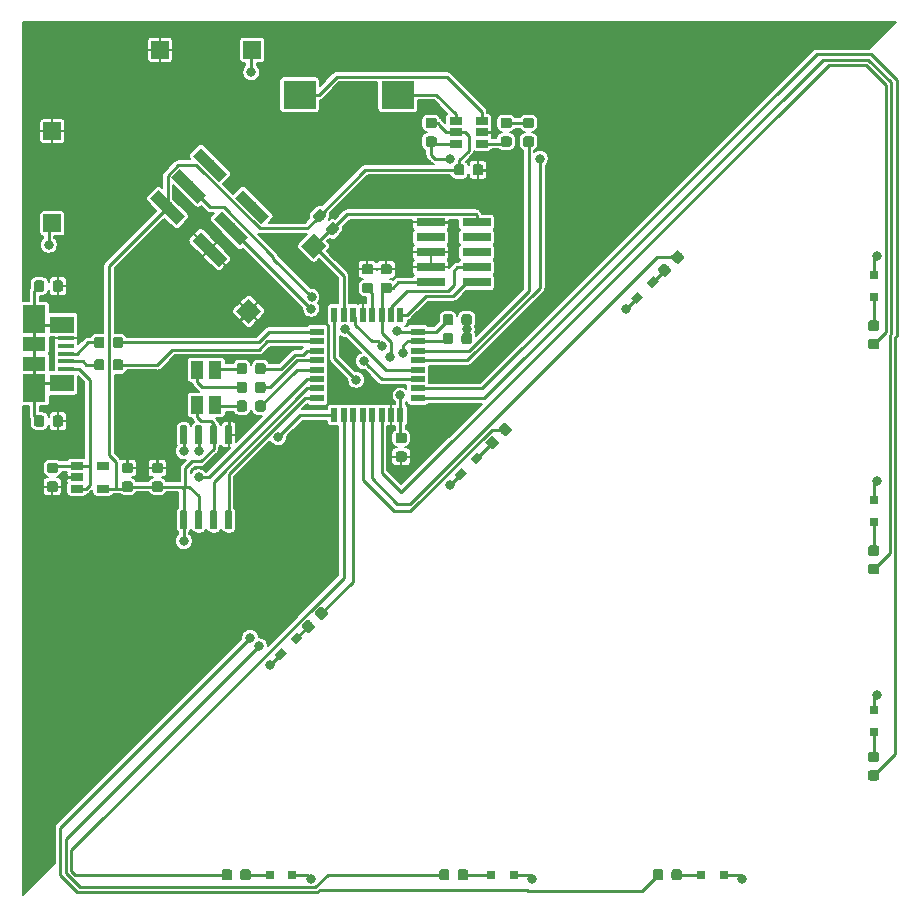
<source format=gbl>
G04 #@! TF.GenerationSoftware,KiCad,Pcbnew,(5.1.4)-1*
G04 #@! TF.CreationDate,2019-10-12T15:48:51-04:00*
G04 #@! TF.ProjectId,helvetica-sao,68656c76-6574-4696-9361-2d73616f2e6b,rev?*
G04 #@! TF.SameCoordinates,Original*
G04 #@! TF.FileFunction,Copper,L2,Bot*
G04 #@! TF.FilePolarity,Positive*
%FSLAX46Y46*%
G04 Gerber Fmt 4.6, Leading zero omitted, Abs format (unit mm)*
G04 Created by KiCad (PCBNEW (5.1.4)-1) date 2019-10-12 15:48:51*
%MOMM*%
%LPD*%
G04 APERTURE LIST*
%ADD10R,2.710000X2.410000*%
%ADD11C,0.100000*%
%ADD12C,0.875000*%
%ADD13C,1.000000*%
%ADD14R,1.060000X0.650000*%
%ADD15C,0.600000*%
%ADD16R,0.600000X1.200000*%
%ADD17R,1.200000X0.600000*%
%ADD18R,1.500000X1.500000*%
%ADD19C,1.500000*%
%ADD20R,1.900000X1.175000*%
%ADD21R,1.900000X2.375000*%
%ADD22R,2.100000X1.475000*%
%ADD23R,1.380000X0.450000*%
%ADD24R,2.400000X0.740000*%
%ADD25R,1.100000X1.500000*%
%ADD26R,0.800000X0.650000*%
%ADD27C,0.650000*%
%ADD28R,0.650000X0.800000*%
%ADD29C,0.800000*%
%ADD30C,0.250000*%
%ADD31C,0.200000*%
G04 APERTURE END LIST*
D10*
X119040000Y-56515000D03*
X127340000Y-56515000D03*
D11*
G36*
X134377691Y-62391053D02*
G01*
X134398926Y-62394203D01*
X134419750Y-62399419D01*
X134439962Y-62406651D01*
X134459368Y-62415830D01*
X134477781Y-62426866D01*
X134495024Y-62439654D01*
X134510930Y-62454070D01*
X134525346Y-62469976D01*
X134538134Y-62487219D01*
X134549170Y-62505632D01*
X134558349Y-62525038D01*
X134565581Y-62545250D01*
X134570797Y-62566074D01*
X134573947Y-62587309D01*
X134575000Y-62608750D01*
X134575000Y-63121250D01*
X134573947Y-63142691D01*
X134570797Y-63163926D01*
X134565581Y-63184750D01*
X134558349Y-63204962D01*
X134549170Y-63224368D01*
X134538134Y-63242781D01*
X134525346Y-63260024D01*
X134510930Y-63275930D01*
X134495024Y-63290346D01*
X134477781Y-63303134D01*
X134459368Y-63314170D01*
X134439962Y-63323349D01*
X134419750Y-63330581D01*
X134398926Y-63335797D01*
X134377691Y-63338947D01*
X134356250Y-63340000D01*
X133918750Y-63340000D01*
X133897309Y-63338947D01*
X133876074Y-63335797D01*
X133855250Y-63330581D01*
X133835038Y-63323349D01*
X133815632Y-63314170D01*
X133797219Y-63303134D01*
X133779976Y-63290346D01*
X133764070Y-63275930D01*
X133749654Y-63260024D01*
X133736866Y-63242781D01*
X133725830Y-63224368D01*
X133716651Y-63204962D01*
X133709419Y-63184750D01*
X133704203Y-63163926D01*
X133701053Y-63142691D01*
X133700000Y-63121250D01*
X133700000Y-62608750D01*
X133701053Y-62587309D01*
X133704203Y-62566074D01*
X133709419Y-62545250D01*
X133716651Y-62525038D01*
X133725830Y-62505632D01*
X133736866Y-62487219D01*
X133749654Y-62469976D01*
X133764070Y-62454070D01*
X133779976Y-62439654D01*
X133797219Y-62426866D01*
X133815632Y-62415830D01*
X133835038Y-62406651D01*
X133855250Y-62399419D01*
X133876074Y-62394203D01*
X133897309Y-62391053D01*
X133918750Y-62390000D01*
X134356250Y-62390000D01*
X134377691Y-62391053D01*
X134377691Y-62391053D01*
G37*
D12*
X134137500Y-62865000D03*
D11*
G36*
X132802691Y-62391053D02*
G01*
X132823926Y-62394203D01*
X132844750Y-62399419D01*
X132864962Y-62406651D01*
X132884368Y-62415830D01*
X132902781Y-62426866D01*
X132920024Y-62439654D01*
X132935930Y-62454070D01*
X132950346Y-62469976D01*
X132963134Y-62487219D01*
X132974170Y-62505632D01*
X132983349Y-62525038D01*
X132990581Y-62545250D01*
X132995797Y-62566074D01*
X132998947Y-62587309D01*
X133000000Y-62608750D01*
X133000000Y-63121250D01*
X132998947Y-63142691D01*
X132995797Y-63163926D01*
X132990581Y-63184750D01*
X132983349Y-63204962D01*
X132974170Y-63224368D01*
X132963134Y-63242781D01*
X132950346Y-63260024D01*
X132935930Y-63275930D01*
X132920024Y-63290346D01*
X132902781Y-63303134D01*
X132884368Y-63314170D01*
X132864962Y-63323349D01*
X132844750Y-63330581D01*
X132823926Y-63335797D01*
X132802691Y-63338947D01*
X132781250Y-63340000D01*
X132343750Y-63340000D01*
X132322309Y-63338947D01*
X132301074Y-63335797D01*
X132280250Y-63330581D01*
X132260038Y-63323349D01*
X132240632Y-63314170D01*
X132222219Y-63303134D01*
X132204976Y-63290346D01*
X132189070Y-63275930D01*
X132174654Y-63260024D01*
X132161866Y-63242781D01*
X132150830Y-63224368D01*
X132141651Y-63204962D01*
X132134419Y-63184750D01*
X132129203Y-63163926D01*
X132126053Y-63142691D01*
X132125000Y-63121250D01*
X132125000Y-62608750D01*
X132126053Y-62587309D01*
X132129203Y-62566074D01*
X132134419Y-62545250D01*
X132141651Y-62525038D01*
X132150830Y-62505632D01*
X132161866Y-62487219D01*
X132174654Y-62469976D01*
X132189070Y-62454070D01*
X132204976Y-62439654D01*
X132222219Y-62426866D01*
X132240632Y-62415830D01*
X132260038Y-62406651D01*
X132280250Y-62399419D01*
X132301074Y-62394203D01*
X132322309Y-62391053D01*
X132343750Y-62390000D01*
X132781250Y-62390000D01*
X132802691Y-62391053D01*
X132802691Y-62391053D01*
G37*
D12*
X132562500Y-62865000D03*
D13*
X115023996Y-66029393D03*
D11*
G36*
X113556749Y-65269253D02*
G01*
X114263856Y-64562146D01*
X116491243Y-66789533D01*
X115784136Y-67496640D01*
X113556749Y-65269253D01*
X113556749Y-65269253D01*
G37*
D13*
X111453107Y-62458504D03*
D11*
G36*
X109985860Y-61698364D02*
G01*
X110692967Y-60991257D01*
X112920354Y-63218644D01*
X112213247Y-63925751D01*
X109985860Y-61698364D01*
X109985860Y-61698364D01*
G37*
D13*
X113227945Y-67825445D03*
D11*
G36*
X111760698Y-67065305D02*
G01*
X112467805Y-66358198D01*
X114695192Y-68585585D01*
X113988085Y-69292692D01*
X111760698Y-67065305D01*
X111760698Y-67065305D01*
G37*
D13*
X109657055Y-64254555D03*
D11*
G36*
X108189808Y-63494415D02*
G01*
X108896915Y-62787308D01*
X111124302Y-65014695D01*
X110417195Y-65721802D01*
X108189808Y-63494415D01*
X108189808Y-63494415D01*
G37*
D13*
X111431893Y-69621496D03*
D11*
G36*
X109964646Y-68861356D02*
G01*
X110671753Y-68154249D01*
X112899140Y-70381636D01*
X112192033Y-71088743D01*
X109964646Y-68861356D01*
X109964646Y-68861356D01*
G37*
D13*
X107861004Y-66050607D03*
D11*
G36*
X106393757Y-65290467D02*
G01*
X107100864Y-64583360D01*
X109328251Y-66810747D01*
X108621144Y-67517854D01*
X106393757Y-65290467D01*
X106393757Y-65290467D01*
G37*
D14*
X102382500Y-89850000D03*
X102382500Y-87950000D03*
X100182500Y-87950000D03*
X100182500Y-88900000D03*
X100182500Y-89850000D03*
X132250000Y-59690000D03*
X132250000Y-58740000D03*
X132250000Y-60640000D03*
X134450000Y-60640000D03*
X134450000Y-59690000D03*
X134450000Y-58740000D03*
D11*
G36*
X109384703Y-91700722D02*
G01*
X109399264Y-91702882D01*
X109413543Y-91706459D01*
X109427403Y-91711418D01*
X109440710Y-91717712D01*
X109453336Y-91725280D01*
X109465159Y-91734048D01*
X109476066Y-91743934D01*
X109485952Y-91754841D01*
X109494720Y-91766664D01*
X109502288Y-91779290D01*
X109508582Y-91792597D01*
X109513541Y-91806457D01*
X109517118Y-91820736D01*
X109519278Y-91835297D01*
X109520000Y-91850000D01*
X109520000Y-93150000D01*
X109519278Y-93164703D01*
X109517118Y-93179264D01*
X109513541Y-93193543D01*
X109508582Y-93207403D01*
X109502288Y-93220710D01*
X109494720Y-93233336D01*
X109485952Y-93245159D01*
X109476066Y-93256066D01*
X109465159Y-93265952D01*
X109453336Y-93274720D01*
X109440710Y-93282288D01*
X109427403Y-93288582D01*
X109413543Y-93293541D01*
X109399264Y-93297118D01*
X109384703Y-93299278D01*
X109370000Y-93300000D01*
X109070000Y-93300000D01*
X109055297Y-93299278D01*
X109040736Y-93297118D01*
X109026457Y-93293541D01*
X109012597Y-93288582D01*
X108999290Y-93282288D01*
X108986664Y-93274720D01*
X108974841Y-93265952D01*
X108963934Y-93256066D01*
X108954048Y-93245159D01*
X108945280Y-93233336D01*
X108937712Y-93220710D01*
X108931418Y-93207403D01*
X108926459Y-93193543D01*
X108922882Y-93179264D01*
X108920722Y-93164703D01*
X108920000Y-93150000D01*
X108920000Y-91850000D01*
X108920722Y-91835297D01*
X108922882Y-91820736D01*
X108926459Y-91806457D01*
X108931418Y-91792597D01*
X108937712Y-91779290D01*
X108945280Y-91766664D01*
X108954048Y-91754841D01*
X108963934Y-91743934D01*
X108974841Y-91734048D01*
X108986664Y-91725280D01*
X108999290Y-91717712D01*
X109012597Y-91711418D01*
X109026457Y-91706459D01*
X109040736Y-91702882D01*
X109055297Y-91700722D01*
X109070000Y-91700000D01*
X109370000Y-91700000D01*
X109384703Y-91700722D01*
X109384703Y-91700722D01*
G37*
D15*
X109220000Y-92500000D03*
D11*
G36*
X110654703Y-91700722D02*
G01*
X110669264Y-91702882D01*
X110683543Y-91706459D01*
X110697403Y-91711418D01*
X110710710Y-91717712D01*
X110723336Y-91725280D01*
X110735159Y-91734048D01*
X110746066Y-91743934D01*
X110755952Y-91754841D01*
X110764720Y-91766664D01*
X110772288Y-91779290D01*
X110778582Y-91792597D01*
X110783541Y-91806457D01*
X110787118Y-91820736D01*
X110789278Y-91835297D01*
X110790000Y-91850000D01*
X110790000Y-93150000D01*
X110789278Y-93164703D01*
X110787118Y-93179264D01*
X110783541Y-93193543D01*
X110778582Y-93207403D01*
X110772288Y-93220710D01*
X110764720Y-93233336D01*
X110755952Y-93245159D01*
X110746066Y-93256066D01*
X110735159Y-93265952D01*
X110723336Y-93274720D01*
X110710710Y-93282288D01*
X110697403Y-93288582D01*
X110683543Y-93293541D01*
X110669264Y-93297118D01*
X110654703Y-93299278D01*
X110640000Y-93300000D01*
X110340000Y-93300000D01*
X110325297Y-93299278D01*
X110310736Y-93297118D01*
X110296457Y-93293541D01*
X110282597Y-93288582D01*
X110269290Y-93282288D01*
X110256664Y-93274720D01*
X110244841Y-93265952D01*
X110233934Y-93256066D01*
X110224048Y-93245159D01*
X110215280Y-93233336D01*
X110207712Y-93220710D01*
X110201418Y-93207403D01*
X110196459Y-93193543D01*
X110192882Y-93179264D01*
X110190722Y-93164703D01*
X110190000Y-93150000D01*
X110190000Y-91850000D01*
X110190722Y-91835297D01*
X110192882Y-91820736D01*
X110196459Y-91806457D01*
X110201418Y-91792597D01*
X110207712Y-91779290D01*
X110215280Y-91766664D01*
X110224048Y-91754841D01*
X110233934Y-91743934D01*
X110244841Y-91734048D01*
X110256664Y-91725280D01*
X110269290Y-91717712D01*
X110282597Y-91711418D01*
X110296457Y-91706459D01*
X110310736Y-91702882D01*
X110325297Y-91700722D01*
X110340000Y-91700000D01*
X110640000Y-91700000D01*
X110654703Y-91700722D01*
X110654703Y-91700722D01*
G37*
D15*
X110490000Y-92500000D03*
D11*
G36*
X111924703Y-91700722D02*
G01*
X111939264Y-91702882D01*
X111953543Y-91706459D01*
X111967403Y-91711418D01*
X111980710Y-91717712D01*
X111993336Y-91725280D01*
X112005159Y-91734048D01*
X112016066Y-91743934D01*
X112025952Y-91754841D01*
X112034720Y-91766664D01*
X112042288Y-91779290D01*
X112048582Y-91792597D01*
X112053541Y-91806457D01*
X112057118Y-91820736D01*
X112059278Y-91835297D01*
X112060000Y-91850000D01*
X112060000Y-93150000D01*
X112059278Y-93164703D01*
X112057118Y-93179264D01*
X112053541Y-93193543D01*
X112048582Y-93207403D01*
X112042288Y-93220710D01*
X112034720Y-93233336D01*
X112025952Y-93245159D01*
X112016066Y-93256066D01*
X112005159Y-93265952D01*
X111993336Y-93274720D01*
X111980710Y-93282288D01*
X111967403Y-93288582D01*
X111953543Y-93293541D01*
X111939264Y-93297118D01*
X111924703Y-93299278D01*
X111910000Y-93300000D01*
X111610000Y-93300000D01*
X111595297Y-93299278D01*
X111580736Y-93297118D01*
X111566457Y-93293541D01*
X111552597Y-93288582D01*
X111539290Y-93282288D01*
X111526664Y-93274720D01*
X111514841Y-93265952D01*
X111503934Y-93256066D01*
X111494048Y-93245159D01*
X111485280Y-93233336D01*
X111477712Y-93220710D01*
X111471418Y-93207403D01*
X111466459Y-93193543D01*
X111462882Y-93179264D01*
X111460722Y-93164703D01*
X111460000Y-93150000D01*
X111460000Y-91850000D01*
X111460722Y-91835297D01*
X111462882Y-91820736D01*
X111466459Y-91806457D01*
X111471418Y-91792597D01*
X111477712Y-91779290D01*
X111485280Y-91766664D01*
X111494048Y-91754841D01*
X111503934Y-91743934D01*
X111514841Y-91734048D01*
X111526664Y-91725280D01*
X111539290Y-91717712D01*
X111552597Y-91711418D01*
X111566457Y-91706459D01*
X111580736Y-91702882D01*
X111595297Y-91700722D01*
X111610000Y-91700000D01*
X111910000Y-91700000D01*
X111924703Y-91700722D01*
X111924703Y-91700722D01*
G37*
D15*
X111760000Y-92500000D03*
D11*
G36*
X113194703Y-91700722D02*
G01*
X113209264Y-91702882D01*
X113223543Y-91706459D01*
X113237403Y-91711418D01*
X113250710Y-91717712D01*
X113263336Y-91725280D01*
X113275159Y-91734048D01*
X113286066Y-91743934D01*
X113295952Y-91754841D01*
X113304720Y-91766664D01*
X113312288Y-91779290D01*
X113318582Y-91792597D01*
X113323541Y-91806457D01*
X113327118Y-91820736D01*
X113329278Y-91835297D01*
X113330000Y-91850000D01*
X113330000Y-93150000D01*
X113329278Y-93164703D01*
X113327118Y-93179264D01*
X113323541Y-93193543D01*
X113318582Y-93207403D01*
X113312288Y-93220710D01*
X113304720Y-93233336D01*
X113295952Y-93245159D01*
X113286066Y-93256066D01*
X113275159Y-93265952D01*
X113263336Y-93274720D01*
X113250710Y-93282288D01*
X113237403Y-93288582D01*
X113223543Y-93293541D01*
X113209264Y-93297118D01*
X113194703Y-93299278D01*
X113180000Y-93300000D01*
X112880000Y-93300000D01*
X112865297Y-93299278D01*
X112850736Y-93297118D01*
X112836457Y-93293541D01*
X112822597Y-93288582D01*
X112809290Y-93282288D01*
X112796664Y-93274720D01*
X112784841Y-93265952D01*
X112773934Y-93256066D01*
X112764048Y-93245159D01*
X112755280Y-93233336D01*
X112747712Y-93220710D01*
X112741418Y-93207403D01*
X112736459Y-93193543D01*
X112732882Y-93179264D01*
X112730722Y-93164703D01*
X112730000Y-93150000D01*
X112730000Y-91850000D01*
X112730722Y-91835297D01*
X112732882Y-91820736D01*
X112736459Y-91806457D01*
X112741418Y-91792597D01*
X112747712Y-91779290D01*
X112755280Y-91766664D01*
X112764048Y-91754841D01*
X112773934Y-91743934D01*
X112784841Y-91734048D01*
X112796664Y-91725280D01*
X112809290Y-91717712D01*
X112822597Y-91711418D01*
X112836457Y-91706459D01*
X112850736Y-91702882D01*
X112865297Y-91700722D01*
X112880000Y-91700000D01*
X113180000Y-91700000D01*
X113194703Y-91700722D01*
X113194703Y-91700722D01*
G37*
D15*
X113030000Y-92500000D03*
D11*
G36*
X113194703Y-84500722D02*
G01*
X113209264Y-84502882D01*
X113223543Y-84506459D01*
X113237403Y-84511418D01*
X113250710Y-84517712D01*
X113263336Y-84525280D01*
X113275159Y-84534048D01*
X113286066Y-84543934D01*
X113295952Y-84554841D01*
X113304720Y-84566664D01*
X113312288Y-84579290D01*
X113318582Y-84592597D01*
X113323541Y-84606457D01*
X113327118Y-84620736D01*
X113329278Y-84635297D01*
X113330000Y-84650000D01*
X113330000Y-85950000D01*
X113329278Y-85964703D01*
X113327118Y-85979264D01*
X113323541Y-85993543D01*
X113318582Y-86007403D01*
X113312288Y-86020710D01*
X113304720Y-86033336D01*
X113295952Y-86045159D01*
X113286066Y-86056066D01*
X113275159Y-86065952D01*
X113263336Y-86074720D01*
X113250710Y-86082288D01*
X113237403Y-86088582D01*
X113223543Y-86093541D01*
X113209264Y-86097118D01*
X113194703Y-86099278D01*
X113180000Y-86100000D01*
X112880000Y-86100000D01*
X112865297Y-86099278D01*
X112850736Y-86097118D01*
X112836457Y-86093541D01*
X112822597Y-86088582D01*
X112809290Y-86082288D01*
X112796664Y-86074720D01*
X112784841Y-86065952D01*
X112773934Y-86056066D01*
X112764048Y-86045159D01*
X112755280Y-86033336D01*
X112747712Y-86020710D01*
X112741418Y-86007403D01*
X112736459Y-85993543D01*
X112732882Y-85979264D01*
X112730722Y-85964703D01*
X112730000Y-85950000D01*
X112730000Y-84650000D01*
X112730722Y-84635297D01*
X112732882Y-84620736D01*
X112736459Y-84606457D01*
X112741418Y-84592597D01*
X112747712Y-84579290D01*
X112755280Y-84566664D01*
X112764048Y-84554841D01*
X112773934Y-84543934D01*
X112784841Y-84534048D01*
X112796664Y-84525280D01*
X112809290Y-84517712D01*
X112822597Y-84511418D01*
X112836457Y-84506459D01*
X112850736Y-84502882D01*
X112865297Y-84500722D01*
X112880000Y-84500000D01*
X113180000Y-84500000D01*
X113194703Y-84500722D01*
X113194703Y-84500722D01*
G37*
D15*
X113030000Y-85300000D03*
D11*
G36*
X111924703Y-84500722D02*
G01*
X111939264Y-84502882D01*
X111953543Y-84506459D01*
X111967403Y-84511418D01*
X111980710Y-84517712D01*
X111993336Y-84525280D01*
X112005159Y-84534048D01*
X112016066Y-84543934D01*
X112025952Y-84554841D01*
X112034720Y-84566664D01*
X112042288Y-84579290D01*
X112048582Y-84592597D01*
X112053541Y-84606457D01*
X112057118Y-84620736D01*
X112059278Y-84635297D01*
X112060000Y-84650000D01*
X112060000Y-85950000D01*
X112059278Y-85964703D01*
X112057118Y-85979264D01*
X112053541Y-85993543D01*
X112048582Y-86007403D01*
X112042288Y-86020710D01*
X112034720Y-86033336D01*
X112025952Y-86045159D01*
X112016066Y-86056066D01*
X112005159Y-86065952D01*
X111993336Y-86074720D01*
X111980710Y-86082288D01*
X111967403Y-86088582D01*
X111953543Y-86093541D01*
X111939264Y-86097118D01*
X111924703Y-86099278D01*
X111910000Y-86100000D01*
X111610000Y-86100000D01*
X111595297Y-86099278D01*
X111580736Y-86097118D01*
X111566457Y-86093541D01*
X111552597Y-86088582D01*
X111539290Y-86082288D01*
X111526664Y-86074720D01*
X111514841Y-86065952D01*
X111503934Y-86056066D01*
X111494048Y-86045159D01*
X111485280Y-86033336D01*
X111477712Y-86020710D01*
X111471418Y-86007403D01*
X111466459Y-85993543D01*
X111462882Y-85979264D01*
X111460722Y-85964703D01*
X111460000Y-85950000D01*
X111460000Y-84650000D01*
X111460722Y-84635297D01*
X111462882Y-84620736D01*
X111466459Y-84606457D01*
X111471418Y-84592597D01*
X111477712Y-84579290D01*
X111485280Y-84566664D01*
X111494048Y-84554841D01*
X111503934Y-84543934D01*
X111514841Y-84534048D01*
X111526664Y-84525280D01*
X111539290Y-84517712D01*
X111552597Y-84511418D01*
X111566457Y-84506459D01*
X111580736Y-84502882D01*
X111595297Y-84500722D01*
X111610000Y-84500000D01*
X111910000Y-84500000D01*
X111924703Y-84500722D01*
X111924703Y-84500722D01*
G37*
D15*
X111760000Y-85300000D03*
D11*
G36*
X110654703Y-84500722D02*
G01*
X110669264Y-84502882D01*
X110683543Y-84506459D01*
X110697403Y-84511418D01*
X110710710Y-84517712D01*
X110723336Y-84525280D01*
X110735159Y-84534048D01*
X110746066Y-84543934D01*
X110755952Y-84554841D01*
X110764720Y-84566664D01*
X110772288Y-84579290D01*
X110778582Y-84592597D01*
X110783541Y-84606457D01*
X110787118Y-84620736D01*
X110789278Y-84635297D01*
X110790000Y-84650000D01*
X110790000Y-85950000D01*
X110789278Y-85964703D01*
X110787118Y-85979264D01*
X110783541Y-85993543D01*
X110778582Y-86007403D01*
X110772288Y-86020710D01*
X110764720Y-86033336D01*
X110755952Y-86045159D01*
X110746066Y-86056066D01*
X110735159Y-86065952D01*
X110723336Y-86074720D01*
X110710710Y-86082288D01*
X110697403Y-86088582D01*
X110683543Y-86093541D01*
X110669264Y-86097118D01*
X110654703Y-86099278D01*
X110640000Y-86100000D01*
X110340000Y-86100000D01*
X110325297Y-86099278D01*
X110310736Y-86097118D01*
X110296457Y-86093541D01*
X110282597Y-86088582D01*
X110269290Y-86082288D01*
X110256664Y-86074720D01*
X110244841Y-86065952D01*
X110233934Y-86056066D01*
X110224048Y-86045159D01*
X110215280Y-86033336D01*
X110207712Y-86020710D01*
X110201418Y-86007403D01*
X110196459Y-85993543D01*
X110192882Y-85979264D01*
X110190722Y-85964703D01*
X110190000Y-85950000D01*
X110190000Y-84650000D01*
X110190722Y-84635297D01*
X110192882Y-84620736D01*
X110196459Y-84606457D01*
X110201418Y-84592597D01*
X110207712Y-84579290D01*
X110215280Y-84566664D01*
X110224048Y-84554841D01*
X110233934Y-84543934D01*
X110244841Y-84534048D01*
X110256664Y-84525280D01*
X110269290Y-84517712D01*
X110282597Y-84511418D01*
X110296457Y-84506459D01*
X110310736Y-84502882D01*
X110325297Y-84500722D01*
X110340000Y-84500000D01*
X110640000Y-84500000D01*
X110654703Y-84500722D01*
X110654703Y-84500722D01*
G37*
D15*
X110490000Y-85300000D03*
D11*
G36*
X109384703Y-84500722D02*
G01*
X109399264Y-84502882D01*
X109413543Y-84506459D01*
X109427403Y-84511418D01*
X109440710Y-84517712D01*
X109453336Y-84525280D01*
X109465159Y-84534048D01*
X109476066Y-84543934D01*
X109485952Y-84554841D01*
X109494720Y-84566664D01*
X109502288Y-84579290D01*
X109508582Y-84592597D01*
X109513541Y-84606457D01*
X109517118Y-84620736D01*
X109519278Y-84635297D01*
X109520000Y-84650000D01*
X109520000Y-85950000D01*
X109519278Y-85964703D01*
X109517118Y-85979264D01*
X109513541Y-85993543D01*
X109508582Y-86007403D01*
X109502288Y-86020710D01*
X109494720Y-86033336D01*
X109485952Y-86045159D01*
X109476066Y-86056066D01*
X109465159Y-86065952D01*
X109453336Y-86074720D01*
X109440710Y-86082288D01*
X109427403Y-86088582D01*
X109413543Y-86093541D01*
X109399264Y-86097118D01*
X109384703Y-86099278D01*
X109370000Y-86100000D01*
X109070000Y-86100000D01*
X109055297Y-86099278D01*
X109040736Y-86097118D01*
X109026457Y-86093541D01*
X109012597Y-86088582D01*
X108999290Y-86082288D01*
X108986664Y-86074720D01*
X108974841Y-86065952D01*
X108963934Y-86056066D01*
X108954048Y-86045159D01*
X108945280Y-86033336D01*
X108937712Y-86020710D01*
X108931418Y-86007403D01*
X108926459Y-85993543D01*
X108922882Y-85979264D01*
X108920722Y-85964703D01*
X108920000Y-85950000D01*
X108920000Y-84650000D01*
X108920722Y-84635297D01*
X108922882Y-84620736D01*
X108926459Y-84606457D01*
X108931418Y-84592597D01*
X108937712Y-84579290D01*
X108945280Y-84566664D01*
X108954048Y-84554841D01*
X108963934Y-84543934D01*
X108974841Y-84534048D01*
X108986664Y-84525280D01*
X108999290Y-84517712D01*
X109012597Y-84511418D01*
X109026457Y-84506459D01*
X109040736Y-84502882D01*
X109055297Y-84500722D01*
X109070000Y-84500000D01*
X109370000Y-84500000D01*
X109384703Y-84500722D01*
X109384703Y-84500722D01*
G37*
D15*
X109220000Y-85300000D03*
D16*
X127577500Y-75125000D03*
X126777500Y-75125000D03*
X125977500Y-75125000D03*
X125177500Y-75125000D03*
X124377500Y-75125000D03*
X123577500Y-75125000D03*
X122777500Y-75125000D03*
X121977500Y-75125000D03*
D17*
X120527500Y-76575000D03*
X120527500Y-77375000D03*
X120527500Y-78175000D03*
X120527500Y-78975000D03*
X120527500Y-79775000D03*
X120527500Y-80575000D03*
X120527500Y-81375000D03*
X120527500Y-82175000D03*
D16*
X121977500Y-83625000D03*
X122777500Y-83625000D03*
X123577500Y-83625000D03*
X124377500Y-83625000D03*
X125177500Y-83625000D03*
X125977500Y-83625000D03*
X126777500Y-83625000D03*
X127577500Y-83625000D03*
D17*
X129027500Y-82175000D03*
X129027500Y-81375000D03*
X129027500Y-80575000D03*
X129027500Y-79775000D03*
X129027500Y-78975000D03*
X129027500Y-78175000D03*
X129027500Y-77375000D03*
X129027500Y-76575000D03*
D18*
X98107500Y-59600000D03*
X98107500Y-67400000D03*
X107225000Y-52705000D03*
X115025000Y-52705000D03*
D19*
X120232716Y-69314784D03*
D11*
G36*
X120232716Y-70375444D02*
G01*
X119172056Y-69314784D01*
X120232716Y-68254124D01*
X121293376Y-69314784D01*
X120232716Y-70375444D01*
X120232716Y-70375444D01*
G37*
D19*
X114717284Y-74830216D03*
D11*
G36*
X114717284Y-75890876D02*
G01*
X113656624Y-74830216D01*
X114717284Y-73769556D01*
X115777944Y-74830216D01*
X114717284Y-75890876D01*
X114717284Y-75890876D01*
G37*
G36*
X130452691Y-58466053D02*
G01*
X130473926Y-58469203D01*
X130494750Y-58474419D01*
X130514962Y-58481651D01*
X130534368Y-58490830D01*
X130552781Y-58501866D01*
X130570024Y-58514654D01*
X130585930Y-58529070D01*
X130600346Y-58544976D01*
X130613134Y-58562219D01*
X130624170Y-58580632D01*
X130633349Y-58600038D01*
X130640581Y-58620250D01*
X130645797Y-58641074D01*
X130648947Y-58662309D01*
X130650000Y-58683750D01*
X130650000Y-59121250D01*
X130648947Y-59142691D01*
X130645797Y-59163926D01*
X130640581Y-59184750D01*
X130633349Y-59204962D01*
X130624170Y-59224368D01*
X130613134Y-59242781D01*
X130600346Y-59260024D01*
X130585930Y-59275930D01*
X130570024Y-59290346D01*
X130552781Y-59303134D01*
X130534368Y-59314170D01*
X130514962Y-59323349D01*
X130494750Y-59330581D01*
X130473926Y-59335797D01*
X130452691Y-59338947D01*
X130431250Y-59340000D01*
X129918750Y-59340000D01*
X129897309Y-59338947D01*
X129876074Y-59335797D01*
X129855250Y-59330581D01*
X129835038Y-59323349D01*
X129815632Y-59314170D01*
X129797219Y-59303134D01*
X129779976Y-59290346D01*
X129764070Y-59275930D01*
X129749654Y-59260024D01*
X129736866Y-59242781D01*
X129725830Y-59224368D01*
X129716651Y-59204962D01*
X129709419Y-59184750D01*
X129704203Y-59163926D01*
X129701053Y-59142691D01*
X129700000Y-59121250D01*
X129700000Y-58683750D01*
X129701053Y-58662309D01*
X129704203Y-58641074D01*
X129709419Y-58620250D01*
X129716651Y-58600038D01*
X129725830Y-58580632D01*
X129736866Y-58562219D01*
X129749654Y-58544976D01*
X129764070Y-58529070D01*
X129779976Y-58514654D01*
X129797219Y-58501866D01*
X129815632Y-58490830D01*
X129835038Y-58481651D01*
X129855250Y-58474419D01*
X129876074Y-58469203D01*
X129897309Y-58466053D01*
X129918750Y-58465000D01*
X130431250Y-58465000D01*
X130452691Y-58466053D01*
X130452691Y-58466053D01*
G37*
D12*
X130175000Y-58902500D03*
D11*
G36*
X130452691Y-60041053D02*
G01*
X130473926Y-60044203D01*
X130494750Y-60049419D01*
X130514962Y-60056651D01*
X130534368Y-60065830D01*
X130552781Y-60076866D01*
X130570024Y-60089654D01*
X130585930Y-60104070D01*
X130600346Y-60119976D01*
X130613134Y-60137219D01*
X130624170Y-60155632D01*
X130633349Y-60175038D01*
X130640581Y-60195250D01*
X130645797Y-60216074D01*
X130648947Y-60237309D01*
X130650000Y-60258750D01*
X130650000Y-60696250D01*
X130648947Y-60717691D01*
X130645797Y-60738926D01*
X130640581Y-60759750D01*
X130633349Y-60779962D01*
X130624170Y-60799368D01*
X130613134Y-60817781D01*
X130600346Y-60835024D01*
X130585930Y-60850930D01*
X130570024Y-60865346D01*
X130552781Y-60878134D01*
X130534368Y-60889170D01*
X130514962Y-60898349D01*
X130494750Y-60905581D01*
X130473926Y-60910797D01*
X130452691Y-60913947D01*
X130431250Y-60915000D01*
X129918750Y-60915000D01*
X129897309Y-60913947D01*
X129876074Y-60910797D01*
X129855250Y-60905581D01*
X129835038Y-60898349D01*
X129815632Y-60889170D01*
X129797219Y-60878134D01*
X129779976Y-60865346D01*
X129764070Y-60850930D01*
X129749654Y-60835024D01*
X129736866Y-60817781D01*
X129725830Y-60799368D01*
X129716651Y-60779962D01*
X129709419Y-60759750D01*
X129704203Y-60738926D01*
X129701053Y-60717691D01*
X129700000Y-60696250D01*
X129700000Y-60258750D01*
X129701053Y-60237309D01*
X129704203Y-60216074D01*
X129709419Y-60195250D01*
X129716651Y-60175038D01*
X129725830Y-60155632D01*
X129736866Y-60137219D01*
X129749654Y-60119976D01*
X129764070Y-60104070D01*
X129779976Y-60089654D01*
X129797219Y-60076866D01*
X129815632Y-60065830D01*
X129835038Y-60056651D01*
X129855250Y-60049419D01*
X129876074Y-60044203D01*
X129897309Y-60041053D01*
X129918750Y-60040000D01*
X130431250Y-60040000D01*
X130452691Y-60041053D01*
X130452691Y-60041053D01*
G37*
D12*
X130175000Y-60477500D03*
D11*
G36*
X136802691Y-60041053D02*
G01*
X136823926Y-60044203D01*
X136844750Y-60049419D01*
X136864962Y-60056651D01*
X136884368Y-60065830D01*
X136902781Y-60076866D01*
X136920024Y-60089654D01*
X136935930Y-60104070D01*
X136950346Y-60119976D01*
X136963134Y-60137219D01*
X136974170Y-60155632D01*
X136983349Y-60175038D01*
X136990581Y-60195250D01*
X136995797Y-60216074D01*
X136998947Y-60237309D01*
X137000000Y-60258750D01*
X137000000Y-60696250D01*
X136998947Y-60717691D01*
X136995797Y-60738926D01*
X136990581Y-60759750D01*
X136983349Y-60779962D01*
X136974170Y-60799368D01*
X136963134Y-60817781D01*
X136950346Y-60835024D01*
X136935930Y-60850930D01*
X136920024Y-60865346D01*
X136902781Y-60878134D01*
X136884368Y-60889170D01*
X136864962Y-60898349D01*
X136844750Y-60905581D01*
X136823926Y-60910797D01*
X136802691Y-60913947D01*
X136781250Y-60915000D01*
X136268750Y-60915000D01*
X136247309Y-60913947D01*
X136226074Y-60910797D01*
X136205250Y-60905581D01*
X136185038Y-60898349D01*
X136165632Y-60889170D01*
X136147219Y-60878134D01*
X136129976Y-60865346D01*
X136114070Y-60850930D01*
X136099654Y-60835024D01*
X136086866Y-60817781D01*
X136075830Y-60799368D01*
X136066651Y-60779962D01*
X136059419Y-60759750D01*
X136054203Y-60738926D01*
X136051053Y-60717691D01*
X136050000Y-60696250D01*
X136050000Y-60258750D01*
X136051053Y-60237309D01*
X136054203Y-60216074D01*
X136059419Y-60195250D01*
X136066651Y-60175038D01*
X136075830Y-60155632D01*
X136086866Y-60137219D01*
X136099654Y-60119976D01*
X136114070Y-60104070D01*
X136129976Y-60089654D01*
X136147219Y-60076866D01*
X136165632Y-60065830D01*
X136185038Y-60056651D01*
X136205250Y-60049419D01*
X136226074Y-60044203D01*
X136247309Y-60041053D01*
X136268750Y-60040000D01*
X136781250Y-60040000D01*
X136802691Y-60041053D01*
X136802691Y-60041053D01*
G37*
D12*
X136525000Y-60477500D03*
D11*
G36*
X136802691Y-58466053D02*
G01*
X136823926Y-58469203D01*
X136844750Y-58474419D01*
X136864962Y-58481651D01*
X136884368Y-58490830D01*
X136902781Y-58501866D01*
X136920024Y-58514654D01*
X136935930Y-58529070D01*
X136950346Y-58544976D01*
X136963134Y-58562219D01*
X136974170Y-58580632D01*
X136983349Y-58600038D01*
X136990581Y-58620250D01*
X136995797Y-58641074D01*
X136998947Y-58662309D01*
X137000000Y-58683750D01*
X137000000Y-59121250D01*
X136998947Y-59142691D01*
X136995797Y-59163926D01*
X136990581Y-59184750D01*
X136983349Y-59204962D01*
X136974170Y-59224368D01*
X136963134Y-59242781D01*
X136950346Y-59260024D01*
X136935930Y-59275930D01*
X136920024Y-59290346D01*
X136902781Y-59303134D01*
X136884368Y-59314170D01*
X136864962Y-59323349D01*
X136844750Y-59330581D01*
X136823926Y-59335797D01*
X136802691Y-59338947D01*
X136781250Y-59340000D01*
X136268750Y-59340000D01*
X136247309Y-59338947D01*
X136226074Y-59335797D01*
X136205250Y-59330581D01*
X136185038Y-59323349D01*
X136165632Y-59314170D01*
X136147219Y-59303134D01*
X136129976Y-59290346D01*
X136114070Y-59275930D01*
X136099654Y-59260024D01*
X136086866Y-59242781D01*
X136075830Y-59224368D01*
X136066651Y-59204962D01*
X136059419Y-59184750D01*
X136054203Y-59163926D01*
X136051053Y-59142691D01*
X136050000Y-59121250D01*
X136050000Y-58683750D01*
X136051053Y-58662309D01*
X136054203Y-58641074D01*
X136059419Y-58620250D01*
X136066651Y-58600038D01*
X136075830Y-58580632D01*
X136086866Y-58562219D01*
X136099654Y-58544976D01*
X136114070Y-58529070D01*
X136129976Y-58514654D01*
X136147219Y-58501866D01*
X136165632Y-58490830D01*
X136185038Y-58481651D01*
X136205250Y-58474419D01*
X136226074Y-58469203D01*
X136247309Y-58466053D01*
X136268750Y-58465000D01*
X136781250Y-58465000D01*
X136802691Y-58466053D01*
X136802691Y-58466053D01*
G37*
D12*
X136525000Y-58902500D03*
D11*
G36*
X115962691Y-80806053D02*
G01*
X115983926Y-80809203D01*
X116004750Y-80814419D01*
X116024962Y-80821651D01*
X116044368Y-80830830D01*
X116062781Y-80841866D01*
X116080024Y-80854654D01*
X116095930Y-80869070D01*
X116110346Y-80884976D01*
X116123134Y-80902219D01*
X116134170Y-80920632D01*
X116143349Y-80940038D01*
X116150581Y-80960250D01*
X116155797Y-80981074D01*
X116158947Y-81002309D01*
X116160000Y-81023750D01*
X116160000Y-81536250D01*
X116158947Y-81557691D01*
X116155797Y-81578926D01*
X116150581Y-81599750D01*
X116143349Y-81619962D01*
X116134170Y-81639368D01*
X116123134Y-81657781D01*
X116110346Y-81675024D01*
X116095930Y-81690930D01*
X116080024Y-81705346D01*
X116062781Y-81718134D01*
X116044368Y-81729170D01*
X116024962Y-81738349D01*
X116004750Y-81745581D01*
X115983926Y-81750797D01*
X115962691Y-81753947D01*
X115941250Y-81755000D01*
X115503750Y-81755000D01*
X115482309Y-81753947D01*
X115461074Y-81750797D01*
X115440250Y-81745581D01*
X115420038Y-81738349D01*
X115400632Y-81729170D01*
X115382219Y-81718134D01*
X115364976Y-81705346D01*
X115349070Y-81690930D01*
X115334654Y-81675024D01*
X115321866Y-81657781D01*
X115310830Y-81639368D01*
X115301651Y-81619962D01*
X115294419Y-81599750D01*
X115289203Y-81578926D01*
X115286053Y-81557691D01*
X115285000Y-81536250D01*
X115285000Y-81023750D01*
X115286053Y-81002309D01*
X115289203Y-80981074D01*
X115294419Y-80960250D01*
X115301651Y-80940038D01*
X115310830Y-80920632D01*
X115321866Y-80902219D01*
X115334654Y-80884976D01*
X115349070Y-80869070D01*
X115364976Y-80854654D01*
X115382219Y-80841866D01*
X115400632Y-80830830D01*
X115420038Y-80821651D01*
X115440250Y-80814419D01*
X115461074Y-80809203D01*
X115482309Y-80806053D01*
X115503750Y-80805000D01*
X115941250Y-80805000D01*
X115962691Y-80806053D01*
X115962691Y-80806053D01*
G37*
D12*
X115722500Y-81280000D03*
D11*
G36*
X114387691Y-80806053D02*
G01*
X114408926Y-80809203D01*
X114429750Y-80814419D01*
X114449962Y-80821651D01*
X114469368Y-80830830D01*
X114487781Y-80841866D01*
X114505024Y-80854654D01*
X114520930Y-80869070D01*
X114535346Y-80884976D01*
X114548134Y-80902219D01*
X114559170Y-80920632D01*
X114568349Y-80940038D01*
X114575581Y-80960250D01*
X114580797Y-80981074D01*
X114583947Y-81002309D01*
X114585000Y-81023750D01*
X114585000Y-81536250D01*
X114583947Y-81557691D01*
X114580797Y-81578926D01*
X114575581Y-81599750D01*
X114568349Y-81619962D01*
X114559170Y-81639368D01*
X114548134Y-81657781D01*
X114535346Y-81675024D01*
X114520930Y-81690930D01*
X114505024Y-81705346D01*
X114487781Y-81718134D01*
X114469368Y-81729170D01*
X114449962Y-81738349D01*
X114429750Y-81745581D01*
X114408926Y-81750797D01*
X114387691Y-81753947D01*
X114366250Y-81755000D01*
X113928750Y-81755000D01*
X113907309Y-81753947D01*
X113886074Y-81750797D01*
X113865250Y-81745581D01*
X113845038Y-81738349D01*
X113825632Y-81729170D01*
X113807219Y-81718134D01*
X113789976Y-81705346D01*
X113774070Y-81690930D01*
X113759654Y-81675024D01*
X113746866Y-81657781D01*
X113735830Y-81639368D01*
X113726651Y-81619962D01*
X113719419Y-81599750D01*
X113714203Y-81578926D01*
X113711053Y-81557691D01*
X113710000Y-81536250D01*
X113710000Y-81023750D01*
X113711053Y-81002309D01*
X113714203Y-80981074D01*
X113719419Y-80960250D01*
X113726651Y-80940038D01*
X113735830Y-80920632D01*
X113746866Y-80902219D01*
X113759654Y-80884976D01*
X113774070Y-80869070D01*
X113789976Y-80854654D01*
X113807219Y-80841866D01*
X113825632Y-80830830D01*
X113845038Y-80821651D01*
X113865250Y-80814419D01*
X113886074Y-80809203D01*
X113907309Y-80806053D01*
X113928750Y-80805000D01*
X114366250Y-80805000D01*
X114387691Y-80806053D01*
X114387691Y-80806053D01*
G37*
D12*
X114147500Y-81280000D03*
D11*
G36*
X115962691Y-82393553D02*
G01*
X115983926Y-82396703D01*
X116004750Y-82401919D01*
X116024962Y-82409151D01*
X116044368Y-82418330D01*
X116062781Y-82429366D01*
X116080024Y-82442154D01*
X116095930Y-82456570D01*
X116110346Y-82472476D01*
X116123134Y-82489719D01*
X116134170Y-82508132D01*
X116143349Y-82527538D01*
X116150581Y-82547750D01*
X116155797Y-82568574D01*
X116158947Y-82589809D01*
X116160000Y-82611250D01*
X116160000Y-83123750D01*
X116158947Y-83145191D01*
X116155797Y-83166426D01*
X116150581Y-83187250D01*
X116143349Y-83207462D01*
X116134170Y-83226868D01*
X116123134Y-83245281D01*
X116110346Y-83262524D01*
X116095930Y-83278430D01*
X116080024Y-83292846D01*
X116062781Y-83305634D01*
X116044368Y-83316670D01*
X116024962Y-83325849D01*
X116004750Y-83333081D01*
X115983926Y-83338297D01*
X115962691Y-83341447D01*
X115941250Y-83342500D01*
X115503750Y-83342500D01*
X115482309Y-83341447D01*
X115461074Y-83338297D01*
X115440250Y-83333081D01*
X115420038Y-83325849D01*
X115400632Y-83316670D01*
X115382219Y-83305634D01*
X115364976Y-83292846D01*
X115349070Y-83278430D01*
X115334654Y-83262524D01*
X115321866Y-83245281D01*
X115310830Y-83226868D01*
X115301651Y-83207462D01*
X115294419Y-83187250D01*
X115289203Y-83166426D01*
X115286053Y-83145191D01*
X115285000Y-83123750D01*
X115285000Y-82611250D01*
X115286053Y-82589809D01*
X115289203Y-82568574D01*
X115294419Y-82547750D01*
X115301651Y-82527538D01*
X115310830Y-82508132D01*
X115321866Y-82489719D01*
X115334654Y-82472476D01*
X115349070Y-82456570D01*
X115364976Y-82442154D01*
X115382219Y-82429366D01*
X115400632Y-82418330D01*
X115420038Y-82409151D01*
X115440250Y-82401919D01*
X115461074Y-82396703D01*
X115482309Y-82393553D01*
X115503750Y-82392500D01*
X115941250Y-82392500D01*
X115962691Y-82393553D01*
X115962691Y-82393553D01*
G37*
D12*
X115722500Y-82867500D03*
D11*
G36*
X114387691Y-82393553D02*
G01*
X114408926Y-82396703D01*
X114429750Y-82401919D01*
X114449962Y-82409151D01*
X114469368Y-82418330D01*
X114487781Y-82429366D01*
X114505024Y-82442154D01*
X114520930Y-82456570D01*
X114535346Y-82472476D01*
X114548134Y-82489719D01*
X114559170Y-82508132D01*
X114568349Y-82527538D01*
X114575581Y-82547750D01*
X114580797Y-82568574D01*
X114583947Y-82589809D01*
X114585000Y-82611250D01*
X114585000Y-83123750D01*
X114583947Y-83145191D01*
X114580797Y-83166426D01*
X114575581Y-83187250D01*
X114568349Y-83207462D01*
X114559170Y-83226868D01*
X114548134Y-83245281D01*
X114535346Y-83262524D01*
X114520930Y-83278430D01*
X114505024Y-83292846D01*
X114487781Y-83305634D01*
X114469368Y-83316670D01*
X114449962Y-83325849D01*
X114429750Y-83333081D01*
X114408926Y-83338297D01*
X114387691Y-83341447D01*
X114366250Y-83342500D01*
X113928750Y-83342500D01*
X113907309Y-83341447D01*
X113886074Y-83338297D01*
X113865250Y-83333081D01*
X113845038Y-83325849D01*
X113825632Y-83316670D01*
X113807219Y-83305634D01*
X113789976Y-83292846D01*
X113774070Y-83278430D01*
X113759654Y-83262524D01*
X113746866Y-83245281D01*
X113735830Y-83226868D01*
X113726651Y-83207462D01*
X113719419Y-83187250D01*
X113714203Y-83166426D01*
X113711053Y-83145191D01*
X113710000Y-83123750D01*
X113710000Y-82611250D01*
X113711053Y-82589809D01*
X113714203Y-82568574D01*
X113719419Y-82547750D01*
X113726651Y-82527538D01*
X113735830Y-82508132D01*
X113746866Y-82489719D01*
X113759654Y-82472476D01*
X113774070Y-82456570D01*
X113789976Y-82442154D01*
X113807219Y-82429366D01*
X113825632Y-82418330D01*
X113845038Y-82409151D01*
X113865250Y-82401919D01*
X113886074Y-82396703D01*
X113907309Y-82393553D01*
X113928750Y-82392500D01*
X114366250Y-82392500D01*
X114387691Y-82393553D01*
X114387691Y-82393553D01*
G37*
D12*
X114147500Y-82867500D03*
D11*
G36*
X115962691Y-79218553D02*
G01*
X115983926Y-79221703D01*
X116004750Y-79226919D01*
X116024962Y-79234151D01*
X116044368Y-79243330D01*
X116062781Y-79254366D01*
X116080024Y-79267154D01*
X116095930Y-79281570D01*
X116110346Y-79297476D01*
X116123134Y-79314719D01*
X116134170Y-79333132D01*
X116143349Y-79352538D01*
X116150581Y-79372750D01*
X116155797Y-79393574D01*
X116158947Y-79414809D01*
X116160000Y-79436250D01*
X116160000Y-79948750D01*
X116158947Y-79970191D01*
X116155797Y-79991426D01*
X116150581Y-80012250D01*
X116143349Y-80032462D01*
X116134170Y-80051868D01*
X116123134Y-80070281D01*
X116110346Y-80087524D01*
X116095930Y-80103430D01*
X116080024Y-80117846D01*
X116062781Y-80130634D01*
X116044368Y-80141670D01*
X116024962Y-80150849D01*
X116004750Y-80158081D01*
X115983926Y-80163297D01*
X115962691Y-80166447D01*
X115941250Y-80167500D01*
X115503750Y-80167500D01*
X115482309Y-80166447D01*
X115461074Y-80163297D01*
X115440250Y-80158081D01*
X115420038Y-80150849D01*
X115400632Y-80141670D01*
X115382219Y-80130634D01*
X115364976Y-80117846D01*
X115349070Y-80103430D01*
X115334654Y-80087524D01*
X115321866Y-80070281D01*
X115310830Y-80051868D01*
X115301651Y-80032462D01*
X115294419Y-80012250D01*
X115289203Y-79991426D01*
X115286053Y-79970191D01*
X115285000Y-79948750D01*
X115285000Y-79436250D01*
X115286053Y-79414809D01*
X115289203Y-79393574D01*
X115294419Y-79372750D01*
X115301651Y-79352538D01*
X115310830Y-79333132D01*
X115321866Y-79314719D01*
X115334654Y-79297476D01*
X115349070Y-79281570D01*
X115364976Y-79267154D01*
X115382219Y-79254366D01*
X115400632Y-79243330D01*
X115420038Y-79234151D01*
X115440250Y-79226919D01*
X115461074Y-79221703D01*
X115482309Y-79218553D01*
X115503750Y-79217500D01*
X115941250Y-79217500D01*
X115962691Y-79218553D01*
X115962691Y-79218553D01*
G37*
D12*
X115722500Y-79692500D03*
D11*
G36*
X114387691Y-79218553D02*
G01*
X114408926Y-79221703D01*
X114429750Y-79226919D01*
X114449962Y-79234151D01*
X114469368Y-79243330D01*
X114487781Y-79254366D01*
X114505024Y-79267154D01*
X114520930Y-79281570D01*
X114535346Y-79297476D01*
X114548134Y-79314719D01*
X114559170Y-79333132D01*
X114568349Y-79352538D01*
X114575581Y-79372750D01*
X114580797Y-79393574D01*
X114583947Y-79414809D01*
X114585000Y-79436250D01*
X114585000Y-79948750D01*
X114583947Y-79970191D01*
X114580797Y-79991426D01*
X114575581Y-80012250D01*
X114568349Y-80032462D01*
X114559170Y-80051868D01*
X114548134Y-80070281D01*
X114535346Y-80087524D01*
X114520930Y-80103430D01*
X114505024Y-80117846D01*
X114487781Y-80130634D01*
X114469368Y-80141670D01*
X114449962Y-80150849D01*
X114429750Y-80158081D01*
X114408926Y-80163297D01*
X114387691Y-80166447D01*
X114366250Y-80167500D01*
X113928750Y-80167500D01*
X113907309Y-80166447D01*
X113886074Y-80163297D01*
X113865250Y-80158081D01*
X113845038Y-80150849D01*
X113825632Y-80141670D01*
X113807219Y-80130634D01*
X113789976Y-80117846D01*
X113774070Y-80103430D01*
X113759654Y-80087524D01*
X113746866Y-80070281D01*
X113735830Y-80051868D01*
X113726651Y-80032462D01*
X113719419Y-80012250D01*
X113714203Y-79991426D01*
X113711053Y-79970191D01*
X113710000Y-79948750D01*
X113710000Y-79436250D01*
X113711053Y-79414809D01*
X113714203Y-79393574D01*
X113719419Y-79372750D01*
X113726651Y-79352538D01*
X113735830Y-79333132D01*
X113746866Y-79314719D01*
X113759654Y-79297476D01*
X113774070Y-79281570D01*
X113789976Y-79267154D01*
X113807219Y-79254366D01*
X113825632Y-79243330D01*
X113845038Y-79234151D01*
X113865250Y-79226919D01*
X113886074Y-79221703D01*
X113907309Y-79218553D01*
X113928750Y-79217500D01*
X114366250Y-79217500D01*
X114387691Y-79218553D01*
X114387691Y-79218553D01*
G37*
D12*
X114147500Y-79692500D03*
D11*
G36*
X131850191Y-76678553D02*
G01*
X131871426Y-76681703D01*
X131892250Y-76686919D01*
X131912462Y-76694151D01*
X131931868Y-76703330D01*
X131950281Y-76714366D01*
X131967524Y-76727154D01*
X131983430Y-76741570D01*
X131997846Y-76757476D01*
X132010634Y-76774719D01*
X132021670Y-76793132D01*
X132030849Y-76812538D01*
X132038081Y-76832750D01*
X132043297Y-76853574D01*
X132046447Y-76874809D01*
X132047500Y-76896250D01*
X132047500Y-77408750D01*
X132046447Y-77430191D01*
X132043297Y-77451426D01*
X132038081Y-77472250D01*
X132030849Y-77492462D01*
X132021670Y-77511868D01*
X132010634Y-77530281D01*
X131997846Y-77547524D01*
X131983430Y-77563430D01*
X131967524Y-77577846D01*
X131950281Y-77590634D01*
X131931868Y-77601670D01*
X131912462Y-77610849D01*
X131892250Y-77618081D01*
X131871426Y-77623297D01*
X131850191Y-77626447D01*
X131828750Y-77627500D01*
X131391250Y-77627500D01*
X131369809Y-77626447D01*
X131348574Y-77623297D01*
X131327750Y-77618081D01*
X131307538Y-77610849D01*
X131288132Y-77601670D01*
X131269719Y-77590634D01*
X131252476Y-77577846D01*
X131236570Y-77563430D01*
X131222154Y-77547524D01*
X131209366Y-77530281D01*
X131198330Y-77511868D01*
X131189151Y-77492462D01*
X131181919Y-77472250D01*
X131176703Y-77451426D01*
X131173553Y-77430191D01*
X131172500Y-77408750D01*
X131172500Y-76896250D01*
X131173553Y-76874809D01*
X131176703Y-76853574D01*
X131181919Y-76832750D01*
X131189151Y-76812538D01*
X131198330Y-76793132D01*
X131209366Y-76774719D01*
X131222154Y-76757476D01*
X131236570Y-76741570D01*
X131252476Y-76727154D01*
X131269719Y-76714366D01*
X131288132Y-76703330D01*
X131307538Y-76694151D01*
X131327750Y-76686919D01*
X131348574Y-76681703D01*
X131369809Y-76678553D01*
X131391250Y-76677500D01*
X131828750Y-76677500D01*
X131850191Y-76678553D01*
X131850191Y-76678553D01*
G37*
D12*
X131610000Y-77152500D03*
D11*
G36*
X133425191Y-76678553D02*
G01*
X133446426Y-76681703D01*
X133467250Y-76686919D01*
X133487462Y-76694151D01*
X133506868Y-76703330D01*
X133525281Y-76714366D01*
X133542524Y-76727154D01*
X133558430Y-76741570D01*
X133572846Y-76757476D01*
X133585634Y-76774719D01*
X133596670Y-76793132D01*
X133605849Y-76812538D01*
X133613081Y-76832750D01*
X133618297Y-76853574D01*
X133621447Y-76874809D01*
X133622500Y-76896250D01*
X133622500Y-77408750D01*
X133621447Y-77430191D01*
X133618297Y-77451426D01*
X133613081Y-77472250D01*
X133605849Y-77492462D01*
X133596670Y-77511868D01*
X133585634Y-77530281D01*
X133572846Y-77547524D01*
X133558430Y-77563430D01*
X133542524Y-77577846D01*
X133525281Y-77590634D01*
X133506868Y-77601670D01*
X133487462Y-77610849D01*
X133467250Y-77618081D01*
X133446426Y-77623297D01*
X133425191Y-77626447D01*
X133403750Y-77627500D01*
X132966250Y-77627500D01*
X132944809Y-77626447D01*
X132923574Y-77623297D01*
X132902750Y-77618081D01*
X132882538Y-77610849D01*
X132863132Y-77601670D01*
X132844719Y-77590634D01*
X132827476Y-77577846D01*
X132811570Y-77563430D01*
X132797154Y-77547524D01*
X132784366Y-77530281D01*
X132773330Y-77511868D01*
X132764151Y-77492462D01*
X132756919Y-77472250D01*
X132751703Y-77451426D01*
X132748553Y-77430191D01*
X132747500Y-77408750D01*
X132747500Y-76896250D01*
X132748553Y-76874809D01*
X132751703Y-76853574D01*
X132756919Y-76832750D01*
X132764151Y-76812538D01*
X132773330Y-76793132D01*
X132784366Y-76774719D01*
X132797154Y-76757476D01*
X132811570Y-76741570D01*
X132827476Y-76727154D01*
X132844719Y-76714366D01*
X132863132Y-76703330D01*
X132882538Y-76694151D01*
X132902750Y-76686919D01*
X132923574Y-76681703D01*
X132944809Y-76678553D01*
X132966250Y-76677500D01*
X133403750Y-76677500D01*
X133425191Y-76678553D01*
X133425191Y-76678553D01*
G37*
D12*
X133185000Y-77152500D03*
D11*
G36*
X131850191Y-75091053D02*
G01*
X131871426Y-75094203D01*
X131892250Y-75099419D01*
X131912462Y-75106651D01*
X131931868Y-75115830D01*
X131950281Y-75126866D01*
X131967524Y-75139654D01*
X131983430Y-75154070D01*
X131997846Y-75169976D01*
X132010634Y-75187219D01*
X132021670Y-75205632D01*
X132030849Y-75225038D01*
X132038081Y-75245250D01*
X132043297Y-75266074D01*
X132046447Y-75287309D01*
X132047500Y-75308750D01*
X132047500Y-75821250D01*
X132046447Y-75842691D01*
X132043297Y-75863926D01*
X132038081Y-75884750D01*
X132030849Y-75904962D01*
X132021670Y-75924368D01*
X132010634Y-75942781D01*
X131997846Y-75960024D01*
X131983430Y-75975930D01*
X131967524Y-75990346D01*
X131950281Y-76003134D01*
X131931868Y-76014170D01*
X131912462Y-76023349D01*
X131892250Y-76030581D01*
X131871426Y-76035797D01*
X131850191Y-76038947D01*
X131828750Y-76040000D01*
X131391250Y-76040000D01*
X131369809Y-76038947D01*
X131348574Y-76035797D01*
X131327750Y-76030581D01*
X131307538Y-76023349D01*
X131288132Y-76014170D01*
X131269719Y-76003134D01*
X131252476Y-75990346D01*
X131236570Y-75975930D01*
X131222154Y-75960024D01*
X131209366Y-75942781D01*
X131198330Y-75924368D01*
X131189151Y-75904962D01*
X131181919Y-75884750D01*
X131176703Y-75863926D01*
X131173553Y-75842691D01*
X131172500Y-75821250D01*
X131172500Y-75308750D01*
X131173553Y-75287309D01*
X131176703Y-75266074D01*
X131181919Y-75245250D01*
X131189151Y-75225038D01*
X131198330Y-75205632D01*
X131209366Y-75187219D01*
X131222154Y-75169976D01*
X131236570Y-75154070D01*
X131252476Y-75139654D01*
X131269719Y-75126866D01*
X131288132Y-75115830D01*
X131307538Y-75106651D01*
X131327750Y-75099419D01*
X131348574Y-75094203D01*
X131369809Y-75091053D01*
X131391250Y-75090000D01*
X131828750Y-75090000D01*
X131850191Y-75091053D01*
X131850191Y-75091053D01*
G37*
D12*
X131610000Y-75565000D03*
D11*
G36*
X133425191Y-75091053D02*
G01*
X133446426Y-75094203D01*
X133467250Y-75099419D01*
X133487462Y-75106651D01*
X133506868Y-75115830D01*
X133525281Y-75126866D01*
X133542524Y-75139654D01*
X133558430Y-75154070D01*
X133572846Y-75169976D01*
X133585634Y-75187219D01*
X133596670Y-75205632D01*
X133605849Y-75225038D01*
X133613081Y-75245250D01*
X133618297Y-75266074D01*
X133621447Y-75287309D01*
X133622500Y-75308750D01*
X133622500Y-75821250D01*
X133621447Y-75842691D01*
X133618297Y-75863926D01*
X133613081Y-75884750D01*
X133605849Y-75904962D01*
X133596670Y-75924368D01*
X133585634Y-75942781D01*
X133572846Y-75960024D01*
X133558430Y-75975930D01*
X133542524Y-75990346D01*
X133525281Y-76003134D01*
X133506868Y-76014170D01*
X133487462Y-76023349D01*
X133467250Y-76030581D01*
X133446426Y-76035797D01*
X133425191Y-76038947D01*
X133403750Y-76040000D01*
X132966250Y-76040000D01*
X132944809Y-76038947D01*
X132923574Y-76035797D01*
X132902750Y-76030581D01*
X132882538Y-76023349D01*
X132863132Y-76014170D01*
X132844719Y-76003134D01*
X132827476Y-75990346D01*
X132811570Y-75975930D01*
X132797154Y-75960024D01*
X132784366Y-75942781D01*
X132773330Y-75924368D01*
X132764151Y-75904962D01*
X132756919Y-75884750D01*
X132751703Y-75863926D01*
X132748553Y-75842691D01*
X132747500Y-75821250D01*
X132747500Y-75308750D01*
X132748553Y-75287309D01*
X132751703Y-75266074D01*
X132756919Y-75245250D01*
X132764151Y-75225038D01*
X132773330Y-75205632D01*
X132784366Y-75187219D01*
X132797154Y-75169976D01*
X132811570Y-75154070D01*
X132827476Y-75139654D01*
X132844719Y-75126866D01*
X132863132Y-75115830D01*
X132882538Y-75106651D01*
X132902750Y-75099419D01*
X132923574Y-75094203D01*
X132944809Y-75091053D01*
X132966250Y-75090000D01*
X133403750Y-75090000D01*
X133425191Y-75091053D01*
X133425191Y-75091053D01*
G37*
D12*
X133185000Y-75565000D03*
D11*
G36*
X102322691Y-76996053D02*
G01*
X102343926Y-76999203D01*
X102364750Y-77004419D01*
X102384962Y-77011651D01*
X102404368Y-77020830D01*
X102422781Y-77031866D01*
X102440024Y-77044654D01*
X102455930Y-77059070D01*
X102470346Y-77074976D01*
X102483134Y-77092219D01*
X102494170Y-77110632D01*
X102503349Y-77130038D01*
X102510581Y-77150250D01*
X102515797Y-77171074D01*
X102518947Y-77192309D01*
X102520000Y-77213750D01*
X102520000Y-77726250D01*
X102518947Y-77747691D01*
X102515797Y-77768926D01*
X102510581Y-77789750D01*
X102503349Y-77809962D01*
X102494170Y-77829368D01*
X102483134Y-77847781D01*
X102470346Y-77865024D01*
X102455930Y-77880930D01*
X102440024Y-77895346D01*
X102422781Y-77908134D01*
X102404368Y-77919170D01*
X102384962Y-77928349D01*
X102364750Y-77935581D01*
X102343926Y-77940797D01*
X102322691Y-77943947D01*
X102301250Y-77945000D01*
X101863750Y-77945000D01*
X101842309Y-77943947D01*
X101821074Y-77940797D01*
X101800250Y-77935581D01*
X101780038Y-77928349D01*
X101760632Y-77919170D01*
X101742219Y-77908134D01*
X101724976Y-77895346D01*
X101709070Y-77880930D01*
X101694654Y-77865024D01*
X101681866Y-77847781D01*
X101670830Y-77829368D01*
X101661651Y-77809962D01*
X101654419Y-77789750D01*
X101649203Y-77768926D01*
X101646053Y-77747691D01*
X101645000Y-77726250D01*
X101645000Y-77213750D01*
X101646053Y-77192309D01*
X101649203Y-77171074D01*
X101654419Y-77150250D01*
X101661651Y-77130038D01*
X101670830Y-77110632D01*
X101681866Y-77092219D01*
X101694654Y-77074976D01*
X101709070Y-77059070D01*
X101724976Y-77044654D01*
X101742219Y-77031866D01*
X101760632Y-77020830D01*
X101780038Y-77011651D01*
X101800250Y-77004419D01*
X101821074Y-76999203D01*
X101842309Y-76996053D01*
X101863750Y-76995000D01*
X102301250Y-76995000D01*
X102322691Y-76996053D01*
X102322691Y-76996053D01*
G37*
D12*
X102082500Y-77470000D03*
D11*
G36*
X103897691Y-76996053D02*
G01*
X103918926Y-76999203D01*
X103939750Y-77004419D01*
X103959962Y-77011651D01*
X103979368Y-77020830D01*
X103997781Y-77031866D01*
X104015024Y-77044654D01*
X104030930Y-77059070D01*
X104045346Y-77074976D01*
X104058134Y-77092219D01*
X104069170Y-77110632D01*
X104078349Y-77130038D01*
X104085581Y-77150250D01*
X104090797Y-77171074D01*
X104093947Y-77192309D01*
X104095000Y-77213750D01*
X104095000Y-77726250D01*
X104093947Y-77747691D01*
X104090797Y-77768926D01*
X104085581Y-77789750D01*
X104078349Y-77809962D01*
X104069170Y-77829368D01*
X104058134Y-77847781D01*
X104045346Y-77865024D01*
X104030930Y-77880930D01*
X104015024Y-77895346D01*
X103997781Y-77908134D01*
X103979368Y-77919170D01*
X103959962Y-77928349D01*
X103939750Y-77935581D01*
X103918926Y-77940797D01*
X103897691Y-77943947D01*
X103876250Y-77945000D01*
X103438750Y-77945000D01*
X103417309Y-77943947D01*
X103396074Y-77940797D01*
X103375250Y-77935581D01*
X103355038Y-77928349D01*
X103335632Y-77919170D01*
X103317219Y-77908134D01*
X103299976Y-77895346D01*
X103284070Y-77880930D01*
X103269654Y-77865024D01*
X103256866Y-77847781D01*
X103245830Y-77829368D01*
X103236651Y-77809962D01*
X103229419Y-77789750D01*
X103224203Y-77768926D01*
X103221053Y-77747691D01*
X103220000Y-77726250D01*
X103220000Y-77213750D01*
X103221053Y-77192309D01*
X103224203Y-77171074D01*
X103229419Y-77150250D01*
X103236651Y-77130038D01*
X103245830Y-77110632D01*
X103256866Y-77092219D01*
X103269654Y-77074976D01*
X103284070Y-77059070D01*
X103299976Y-77044654D01*
X103317219Y-77031866D01*
X103335632Y-77020830D01*
X103355038Y-77011651D01*
X103375250Y-77004419D01*
X103396074Y-76999203D01*
X103417309Y-76996053D01*
X103438750Y-76995000D01*
X103876250Y-76995000D01*
X103897691Y-76996053D01*
X103897691Y-76996053D01*
G37*
D12*
X103657500Y-77470000D03*
D11*
G36*
X102322691Y-78901053D02*
G01*
X102343926Y-78904203D01*
X102364750Y-78909419D01*
X102384962Y-78916651D01*
X102404368Y-78925830D01*
X102422781Y-78936866D01*
X102440024Y-78949654D01*
X102455930Y-78964070D01*
X102470346Y-78979976D01*
X102483134Y-78997219D01*
X102494170Y-79015632D01*
X102503349Y-79035038D01*
X102510581Y-79055250D01*
X102515797Y-79076074D01*
X102518947Y-79097309D01*
X102520000Y-79118750D01*
X102520000Y-79631250D01*
X102518947Y-79652691D01*
X102515797Y-79673926D01*
X102510581Y-79694750D01*
X102503349Y-79714962D01*
X102494170Y-79734368D01*
X102483134Y-79752781D01*
X102470346Y-79770024D01*
X102455930Y-79785930D01*
X102440024Y-79800346D01*
X102422781Y-79813134D01*
X102404368Y-79824170D01*
X102384962Y-79833349D01*
X102364750Y-79840581D01*
X102343926Y-79845797D01*
X102322691Y-79848947D01*
X102301250Y-79850000D01*
X101863750Y-79850000D01*
X101842309Y-79848947D01*
X101821074Y-79845797D01*
X101800250Y-79840581D01*
X101780038Y-79833349D01*
X101760632Y-79824170D01*
X101742219Y-79813134D01*
X101724976Y-79800346D01*
X101709070Y-79785930D01*
X101694654Y-79770024D01*
X101681866Y-79752781D01*
X101670830Y-79734368D01*
X101661651Y-79714962D01*
X101654419Y-79694750D01*
X101649203Y-79673926D01*
X101646053Y-79652691D01*
X101645000Y-79631250D01*
X101645000Y-79118750D01*
X101646053Y-79097309D01*
X101649203Y-79076074D01*
X101654419Y-79055250D01*
X101661651Y-79035038D01*
X101670830Y-79015632D01*
X101681866Y-78997219D01*
X101694654Y-78979976D01*
X101709070Y-78964070D01*
X101724976Y-78949654D01*
X101742219Y-78936866D01*
X101760632Y-78925830D01*
X101780038Y-78916651D01*
X101800250Y-78909419D01*
X101821074Y-78904203D01*
X101842309Y-78901053D01*
X101863750Y-78900000D01*
X102301250Y-78900000D01*
X102322691Y-78901053D01*
X102322691Y-78901053D01*
G37*
D12*
X102082500Y-79375000D03*
D11*
G36*
X103897691Y-78901053D02*
G01*
X103918926Y-78904203D01*
X103939750Y-78909419D01*
X103959962Y-78916651D01*
X103979368Y-78925830D01*
X103997781Y-78936866D01*
X104015024Y-78949654D01*
X104030930Y-78964070D01*
X104045346Y-78979976D01*
X104058134Y-78997219D01*
X104069170Y-79015632D01*
X104078349Y-79035038D01*
X104085581Y-79055250D01*
X104090797Y-79076074D01*
X104093947Y-79097309D01*
X104095000Y-79118750D01*
X104095000Y-79631250D01*
X104093947Y-79652691D01*
X104090797Y-79673926D01*
X104085581Y-79694750D01*
X104078349Y-79714962D01*
X104069170Y-79734368D01*
X104058134Y-79752781D01*
X104045346Y-79770024D01*
X104030930Y-79785930D01*
X104015024Y-79800346D01*
X103997781Y-79813134D01*
X103979368Y-79824170D01*
X103959962Y-79833349D01*
X103939750Y-79840581D01*
X103918926Y-79845797D01*
X103897691Y-79848947D01*
X103876250Y-79850000D01*
X103438750Y-79850000D01*
X103417309Y-79848947D01*
X103396074Y-79845797D01*
X103375250Y-79840581D01*
X103355038Y-79833349D01*
X103335632Y-79824170D01*
X103317219Y-79813134D01*
X103299976Y-79800346D01*
X103284070Y-79785930D01*
X103269654Y-79770024D01*
X103256866Y-79752781D01*
X103245830Y-79734368D01*
X103236651Y-79714962D01*
X103229419Y-79694750D01*
X103224203Y-79673926D01*
X103221053Y-79652691D01*
X103220000Y-79631250D01*
X103220000Y-79118750D01*
X103221053Y-79097309D01*
X103224203Y-79076074D01*
X103229419Y-79055250D01*
X103236651Y-79035038D01*
X103245830Y-79015632D01*
X103256866Y-78997219D01*
X103269654Y-78979976D01*
X103284070Y-78964070D01*
X103299976Y-78949654D01*
X103317219Y-78936866D01*
X103335632Y-78925830D01*
X103355038Y-78916651D01*
X103375250Y-78909419D01*
X103396074Y-78904203D01*
X103417309Y-78901053D01*
X103438750Y-78900000D01*
X103876250Y-78900000D01*
X103897691Y-78901053D01*
X103897691Y-78901053D01*
G37*
D12*
X103657500Y-79375000D03*
D11*
G36*
X120776111Y-66199580D02*
G01*
X120797346Y-66202730D01*
X120818170Y-66207946D01*
X120838382Y-66215178D01*
X120857788Y-66224357D01*
X120876201Y-66235393D01*
X120893444Y-66248181D01*
X120909350Y-66262597D01*
X121218709Y-66571956D01*
X121233125Y-66587862D01*
X121245913Y-66605105D01*
X121256949Y-66623518D01*
X121266128Y-66642924D01*
X121273360Y-66663136D01*
X121278576Y-66683960D01*
X121281726Y-66705195D01*
X121282779Y-66726636D01*
X121281726Y-66748077D01*
X121278576Y-66769312D01*
X121273360Y-66790136D01*
X121266128Y-66810348D01*
X121256949Y-66829754D01*
X121245913Y-66848167D01*
X121233125Y-66865410D01*
X121218709Y-66881316D01*
X120856316Y-67243709D01*
X120840410Y-67258125D01*
X120823167Y-67270913D01*
X120804754Y-67281949D01*
X120785348Y-67291128D01*
X120765136Y-67298360D01*
X120744312Y-67303576D01*
X120723077Y-67306726D01*
X120701636Y-67307779D01*
X120680195Y-67306726D01*
X120658960Y-67303576D01*
X120638136Y-67298360D01*
X120617924Y-67291128D01*
X120598518Y-67281949D01*
X120580105Y-67270913D01*
X120562862Y-67258125D01*
X120546956Y-67243709D01*
X120237597Y-66934350D01*
X120223181Y-66918444D01*
X120210393Y-66901201D01*
X120199357Y-66882788D01*
X120190178Y-66863382D01*
X120182946Y-66843170D01*
X120177730Y-66822346D01*
X120174580Y-66801111D01*
X120173527Y-66779670D01*
X120174580Y-66758229D01*
X120177730Y-66736994D01*
X120182946Y-66716170D01*
X120190178Y-66695958D01*
X120199357Y-66676552D01*
X120210393Y-66658139D01*
X120223181Y-66640896D01*
X120237597Y-66624990D01*
X120599990Y-66262597D01*
X120615896Y-66248181D01*
X120633139Y-66235393D01*
X120651552Y-66224357D01*
X120670958Y-66215178D01*
X120691170Y-66207946D01*
X120711994Y-66202730D01*
X120733229Y-66199580D01*
X120754670Y-66198527D01*
X120776111Y-66199580D01*
X120776111Y-66199580D01*
G37*
D12*
X120728153Y-66753153D03*
D11*
G36*
X121889805Y-67313274D02*
G01*
X121911040Y-67316424D01*
X121931864Y-67321640D01*
X121952076Y-67328872D01*
X121971482Y-67338051D01*
X121989895Y-67349087D01*
X122007138Y-67361875D01*
X122023044Y-67376291D01*
X122332403Y-67685650D01*
X122346819Y-67701556D01*
X122359607Y-67718799D01*
X122370643Y-67737212D01*
X122379822Y-67756618D01*
X122387054Y-67776830D01*
X122392270Y-67797654D01*
X122395420Y-67818889D01*
X122396473Y-67840330D01*
X122395420Y-67861771D01*
X122392270Y-67883006D01*
X122387054Y-67903830D01*
X122379822Y-67924042D01*
X122370643Y-67943448D01*
X122359607Y-67961861D01*
X122346819Y-67979104D01*
X122332403Y-67995010D01*
X121970010Y-68357403D01*
X121954104Y-68371819D01*
X121936861Y-68384607D01*
X121918448Y-68395643D01*
X121899042Y-68404822D01*
X121878830Y-68412054D01*
X121858006Y-68417270D01*
X121836771Y-68420420D01*
X121815330Y-68421473D01*
X121793889Y-68420420D01*
X121772654Y-68417270D01*
X121751830Y-68412054D01*
X121731618Y-68404822D01*
X121712212Y-68395643D01*
X121693799Y-68384607D01*
X121676556Y-68371819D01*
X121660650Y-68357403D01*
X121351291Y-68048044D01*
X121336875Y-68032138D01*
X121324087Y-68014895D01*
X121313051Y-67996482D01*
X121303872Y-67977076D01*
X121296640Y-67956864D01*
X121291424Y-67936040D01*
X121288274Y-67914805D01*
X121287221Y-67893364D01*
X121288274Y-67871923D01*
X121291424Y-67850688D01*
X121296640Y-67829864D01*
X121303872Y-67809652D01*
X121313051Y-67790246D01*
X121324087Y-67771833D01*
X121336875Y-67754590D01*
X121351291Y-67738684D01*
X121713684Y-67376291D01*
X121729590Y-67361875D01*
X121746833Y-67349087D01*
X121765246Y-67338051D01*
X121784652Y-67328872D01*
X121804864Y-67321640D01*
X121825688Y-67316424D01*
X121846923Y-67313274D01*
X121868364Y-67312221D01*
X121889805Y-67313274D01*
X121889805Y-67313274D01*
G37*
D12*
X121841847Y-67866847D03*
D11*
G36*
X151205191Y-122081053D02*
G01*
X151226426Y-122084203D01*
X151247250Y-122089419D01*
X151267462Y-122096651D01*
X151286868Y-122105830D01*
X151305281Y-122116866D01*
X151322524Y-122129654D01*
X151338430Y-122144070D01*
X151352846Y-122159976D01*
X151365634Y-122177219D01*
X151376670Y-122195632D01*
X151385849Y-122215038D01*
X151393081Y-122235250D01*
X151398297Y-122256074D01*
X151401447Y-122277309D01*
X151402500Y-122298750D01*
X151402500Y-122811250D01*
X151401447Y-122832691D01*
X151398297Y-122853926D01*
X151393081Y-122874750D01*
X151385849Y-122894962D01*
X151376670Y-122914368D01*
X151365634Y-122932781D01*
X151352846Y-122950024D01*
X151338430Y-122965930D01*
X151322524Y-122980346D01*
X151305281Y-122993134D01*
X151286868Y-123004170D01*
X151267462Y-123013349D01*
X151247250Y-123020581D01*
X151226426Y-123025797D01*
X151205191Y-123028947D01*
X151183750Y-123030000D01*
X150746250Y-123030000D01*
X150724809Y-123028947D01*
X150703574Y-123025797D01*
X150682750Y-123020581D01*
X150662538Y-123013349D01*
X150643132Y-123004170D01*
X150624719Y-122993134D01*
X150607476Y-122980346D01*
X150591570Y-122965930D01*
X150577154Y-122950024D01*
X150564366Y-122932781D01*
X150553330Y-122914368D01*
X150544151Y-122894962D01*
X150536919Y-122874750D01*
X150531703Y-122853926D01*
X150528553Y-122832691D01*
X150527500Y-122811250D01*
X150527500Y-122298750D01*
X150528553Y-122277309D01*
X150531703Y-122256074D01*
X150536919Y-122235250D01*
X150544151Y-122215038D01*
X150553330Y-122195632D01*
X150564366Y-122177219D01*
X150577154Y-122159976D01*
X150591570Y-122144070D01*
X150607476Y-122129654D01*
X150624719Y-122116866D01*
X150643132Y-122105830D01*
X150662538Y-122096651D01*
X150682750Y-122089419D01*
X150703574Y-122084203D01*
X150724809Y-122081053D01*
X150746250Y-122080000D01*
X151183750Y-122080000D01*
X151205191Y-122081053D01*
X151205191Y-122081053D01*
G37*
D12*
X150965000Y-122555000D03*
D11*
G36*
X149630191Y-122081053D02*
G01*
X149651426Y-122084203D01*
X149672250Y-122089419D01*
X149692462Y-122096651D01*
X149711868Y-122105830D01*
X149730281Y-122116866D01*
X149747524Y-122129654D01*
X149763430Y-122144070D01*
X149777846Y-122159976D01*
X149790634Y-122177219D01*
X149801670Y-122195632D01*
X149810849Y-122215038D01*
X149818081Y-122235250D01*
X149823297Y-122256074D01*
X149826447Y-122277309D01*
X149827500Y-122298750D01*
X149827500Y-122811250D01*
X149826447Y-122832691D01*
X149823297Y-122853926D01*
X149818081Y-122874750D01*
X149810849Y-122894962D01*
X149801670Y-122914368D01*
X149790634Y-122932781D01*
X149777846Y-122950024D01*
X149763430Y-122965930D01*
X149747524Y-122980346D01*
X149730281Y-122993134D01*
X149711868Y-123004170D01*
X149692462Y-123013349D01*
X149672250Y-123020581D01*
X149651426Y-123025797D01*
X149630191Y-123028947D01*
X149608750Y-123030000D01*
X149171250Y-123030000D01*
X149149809Y-123028947D01*
X149128574Y-123025797D01*
X149107750Y-123020581D01*
X149087538Y-123013349D01*
X149068132Y-123004170D01*
X149049719Y-122993134D01*
X149032476Y-122980346D01*
X149016570Y-122965930D01*
X149002154Y-122950024D01*
X148989366Y-122932781D01*
X148978330Y-122914368D01*
X148969151Y-122894962D01*
X148961919Y-122874750D01*
X148956703Y-122853926D01*
X148953553Y-122832691D01*
X148952500Y-122811250D01*
X148952500Y-122298750D01*
X148953553Y-122277309D01*
X148956703Y-122256074D01*
X148961919Y-122235250D01*
X148969151Y-122215038D01*
X148978330Y-122195632D01*
X148989366Y-122177219D01*
X149002154Y-122159976D01*
X149016570Y-122144070D01*
X149032476Y-122129654D01*
X149049719Y-122116866D01*
X149068132Y-122105830D01*
X149087538Y-122096651D01*
X149107750Y-122089419D01*
X149128574Y-122084203D01*
X149149809Y-122081053D01*
X149171250Y-122080000D01*
X149608750Y-122080000D01*
X149630191Y-122081053D01*
X149630191Y-122081053D01*
G37*
D12*
X149390000Y-122555000D03*
D11*
G36*
X97242691Y-72233553D02*
G01*
X97263926Y-72236703D01*
X97284750Y-72241919D01*
X97304962Y-72249151D01*
X97324368Y-72258330D01*
X97342781Y-72269366D01*
X97360024Y-72282154D01*
X97375930Y-72296570D01*
X97390346Y-72312476D01*
X97403134Y-72329719D01*
X97414170Y-72348132D01*
X97423349Y-72367538D01*
X97430581Y-72387750D01*
X97435797Y-72408574D01*
X97438947Y-72429809D01*
X97440000Y-72451250D01*
X97440000Y-72963750D01*
X97438947Y-72985191D01*
X97435797Y-73006426D01*
X97430581Y-73027250D01*
X97423349Y-73047462D01*
X97414170Y-73066868D01*
X97403134Y-73085281D01*
X97390346Y-73102524D01*
X97375930Y-73118430D01*
X97360024Y-73132846D01*
X97342781Y-73145634D01*
X97324368Y-73156670D01*
X97304962Y-73165849D01*
X97284750Y-73173081D01*
X97263926Y-73178297D01*
X97242691Y-73181447D01*
X97221250Y-73182500D01*
X96783750Y-73182500D01*
X96762309Y-73181447D01*
X96741074Y-73178297D01*
X96720250Y-73173081D01*
X96700038Y-73165849D01*
X96680632Y-73156670D01*
X96662219Y-73145634D01*
X96644976Y-73132846D01*
X96629070Y-73118430D01*
X96614654Y-73102524D01*
X96601866Y-73085281D01*
X96590830Y-73066868D01*
X96581651Y-73047462D01*
X96574419Y-73027250D01*
X96569203Y-73006426D01*
X96566053Y-72985191D01*
X96565000Y-72963750D01*
X96565000Y-72451250D01*
X96566053Y-72429809D01*
X96569203Y-72408574D01*
X96574419Y-72387750D01*
X96581651Y-72367538D01*
X96590830Y-72348132D01*
X96601866Y-72329719D01*
X96614654Y-72312476D01*
X96629070Y-72296570D01*
X96644976Y-72282154D01*
X96662219Y-72269366D01*
X96680632Y-72258330D01*
X96700038Y-72249151D01*
X96720250Y-72241919D01*
X96741074Y-72236703D01*
X96762309Y-72233553D01*
X96783750Y-72232500D01*
X97221250Y-72232500D01*
X97242691Y-72233553D01*
X97242691Y-72233553D01*
G37*
D12*
X97002500Y-72707500D03*
D11*
G36*
X98817691Y-72233553D02*
G01*
X98838926Y-72236703D01*
X98859750Y-72241919D01*
X98879962Y-72249151D01*
X98899368Y-72258330D01*
X98917781Y-72269366D01*
X98935024Y-72282154D01*
X98950930Y-72296570D01*
X98965346Y-72312476D01*
X98978134Y-72329719D01*
X98989170Y-72348132D01*
X98998349Y-72367538D01*
X99005581Y-72387750D01*
X99010797Y-72408574D01*
X99013947Y-72429809D01*
X99015000Y-72451250D01*
X99015000Y-72963750D01*
X99013947Y-72985191D01*
X99010797Y-73006426D01*
X99005581Y-73027250D01*
X98998349Y-73047462D01*
X98989170Y-73066868D01*
X98978134Y-73085281D01*
X98965346Y-73102524D01*
X98950930Y-73118430D01*
X98935024Y-73132846D01*
X98917781Y-73145634D01*
X98899368Y-73156670D01*
X98879962Y-73165849D01*
X98859750Y-73173081D01*
X98838926Y-73178297D01*
X98817691Y-73181447D01*
X98796250Y-73182500D01*
X98358750Y-73182500D01*
X98337309Y-73181447D01*
X98316074Y-73178297D01*
X98295250Y-73173081D01*
X98275038Y-73165849D01*
X98255632Y-73156670D01*
X98237219Y-73145634D01*
X98219976Y-73132846D01*
X98204070Y-73118430D01*
X98189654Y-73102524D01*
X98176866Y-73085281D01*
X98165830Y-73066868D01*
X98156651Y-73047462D01*
X98149419Y-73027250D01*
X98144203Y-73006426D01*
X98141053Y-72985191D01*
X98140000Y-72963750D01*
X98140000Y-72451250D01*
X98141053Y-72429809D01*
X98144203Y-72408574D01*
X98149419Y-72387750D01*
X98156651Y-72367538D01*
X98165830Y-72348132D01*
X98176866Y-72329719D01*
X98189654Y-72312476D01*
X98204070Y-72296570D01*
X98219976Y-72282154D01*
X98237219Y-72269366D01*
X98255632Y-72258330D01*
X98275038Y-72249151D01*
X98295250Y-72241919D01*
X98316074Y-72236703D01*
X98337309Y-72233553D01*
X98358750Y-72232500D01*
X98796250Y-72232500D01*
X98817691Y-72233553D01*
X98817691Y-72233553D01*
G37*
D12*
X98577500Y-72707500D03*
D11*
G36*
X133107691Y-122081053D02*
G01*
X133128926Y-122084203D01*
X133149750Y-122089419D01*
X133169962Y-122096651D01*
X133189368Y-122105830D01*
X133207781Y-122116866D01*
X133225024Y-122129654D01*
X133240930Y-122144070D01*
X133255346Y-122159976D01*
X133268134Y-122177219D01*
X133279170Y-122195632D01*
X133288349Y-122215038D01*
X133295581Y-122235250D01*
X133300797Y-122256074D01*
X133303947Y-122277309D01*
X133305000Y-122298750D01*
X133305000Y-122811250D01*
X133303947Y-122832691D01*
X133300797Y-122853926D01*
X133295581Y-122874750D01*
X133288349Y-122894962D01*
X133279170Y-122914368D01*
X133268134Y-122932781D01*
X133255346Y-122950024D01*
X133240930Y-122965930D01*
X133225024Y-122980346D01*
X133207781Y-122993134D01*
X133189368Y-123004170D01*
X133169962Y-123013349D01*
X133149750Y-123020581D01*
X133128926Y-123025797D01*
X133107691Y-123028947D01*
X133086250Y-123030000D01*
X132648750Y-123030000D01*
X132627309Y-123028947D01*
X132606074Y-123025797D01*
X132585250Y-123020581D01*
X132565038Y-123013349D01*
X132545632Y-123004170D01*
X132527219Y-122993134D01*
X132509976Y-122980346D01*
X132494070Y-122965930D01*
X132479654Y-122950024D01*
X132466866Y-122932781D01*
X132455830Y-122914368D01*
X132446651Y-122894962D01*
X132439419Y-122874750D01*
X132434203Y-122853926D01*
X132431053Y-122832691D01*
X132430000Y-122811250D01*
X132430000Y-122298750D01*
X132431053Y-122277309D01*
X132434203Y-122256074D01*
X132439419Y-122235250D01*
X132446651Y-122215038D01*
X132455830Y-122195632D01*
X132466866Y-122177219D01*
X132479654Y-122159976D01*
X132494070Y-122144070D01*
X132509976Y-122129654D01*
X132527219Y-122116866D01*
X132545632Y-122105830D01*
X132565038Y-122096651D01*
X132585250Y-122089419D01*
X132606074Y-122084203D01*
X132627309Y-122081053D01*
X132648750Y-122080000D01*
X133086250Y-122080000D01*
X133107691Y-122081053D01*
X133107691Y-122081053D01*
G37*
D12*
X132867500Y-122555000D03*
D11*
G36*
X131532691Y-122081053D02*
G01*
X131553926Y-122084203D01*
X131574750Y-122089419D01*
X131594962Y-122096651D01*
X131614368Y-122105830D01*
X131632781Y-122116866D01*
X131650024Y-122129654D01*
X131665930Y-122144070D01*
X131680346Y-122159976D01*
X131693134Y-122177219D01*
X131704170Y-122195632D01*
X131713349Y-122215038D01*
X131720581Y-122235250D01*
X131725797Y-122256074D01*
X131728947Y-122277309D01*
X131730000Y-122298750D01*
X131730000Y-122811250D01*
X131728947Y-122832691D01*
X131725797Y-122853926D01*
X131720581Y-122874750D01*
X131713349Y-122894962D01*
X131704170Y-122914368D01*
X131693134Y-122932781D01*
X131680346Y-122950024D01*
X131665930Y-122965930D01*
X131650024Y-122980346D01*
X131632781Y-122993134D01*
X131614368Y-123004170D01*
X131594962Y-123013349D01*
X131574750Y-123020581D01*
X131553926Y-123025797D01*
X131532691Y-123028947D01*
X131511250Y-123030000D01*
X131073750Y-123030000D01*
X131052309Y-123028947D01*
X131031074Y-123025797D01*
X131010250Y-123020581D01*
X130990038Y-123013349D01*
X130970632Y-123004170D01*
X130952219Y-122993134D01*
X130934976Y-122980346D01*
X130919070Y-122965930D01*
X130904654Y-122950024D01*
X130891866Y-122932781D01*
X130880830Y-122914368D01*
X130871651Y-122894962D01*
X130864419Y-122874750D01*
X130859203Y-122853926D01*
X130856053Y-122832691D01*
X130855000Y-122811250D01*
X130855000Y-122298750D01*
X130856053Y-122277309D01*
X130859203Y-122256074D01*
X130864419Y-122235250D01*
X130871651Y-122215038D01*
X130880830Y-122195632D01*
X130891866Y-122177219D01*
X130904654Y-122159976D01*
X130919070Y-122144070D01*
X130934976Y-122129654D01*
X130952219Y-122116866D01*
X130970632Y-122105830D01*
X130990038Y-122096651D01*
X131010250Y-122089419D01*
X131031074Y-122084203D01*
X131052309Y-122081053D01*
X131073750Y-122080000D01*
X131511250Y-122080000D01*
X131532691Y-122081053D01*
X131532691Y-122081053D01*
G37*
D12*
X131292500Y-122555000D03*
D11*
G36*
X114692691Y-122081053D02*
G01*
X114713926Y-122084203D01*
X114734750Y-122089419D01*
X114754962Y-122096651D01*
X114774368Y-122105830D01*
X114792781Y-122116866D01*
X114810024Y-122129654D01*
X114825930Y-122144070D01*
X114840346Y-122159976D01*
X114853134Y-122177219D01*
X114864170Y-122195632D01*
X114873349Y-122215038D01*
X114880581Y-122235250D01*
X114885797Y-122256074D01*
X114888947Y-122277309D01*
X114890000Y-122298750D01*
X114890000Y-122811250D01*
X114888947Y-122832691D01*
X114885797Y-122853926D01*
X114880581Y-122874750D01*
X114873349Y-122894962D01*
X114864170Y-122914368D01*
X114853134Y-122932781D01*
X114840346Y-122950024D01*
X114825930Y-122965930D01*
X114810024Y-122980346D01*
X114792781Y-122993134D01*
X114774368Y-123004170D01*
X114754962Y-123013349D01*
X114734750Y-123020581D01*
X114713926Y-123025797D01*
X114692691Y-123028947D01*
X114671250Y-123030000D01*
X114233750Y-123030000D01*
X114212309Y-123028947D01*
X114191074Y-123025797D01*
X114170250Y-123020581D01*
X114150038Y-123013349D01*
X114130632Y-123004170D01*
X114112219Y-122993134D01*
X114094976Y-122980346D01*
X114079070Y-122965930D01*
X114064654Y-122950024D01*
X114051866Y-122932781D01*
X114040830Y-122914368D01*
X114031651Y-122894962D01*
X114024419Y-122874750D01*
X114019203Y-122853926D01*
X114016053Y-122832691D01*
X114015000Y-122811250D01*
X114015000Y-122298750D01*
X114016053Y-122277309D01*
X114019203Y-122256074D01*
X114024419Y-122235250D01*
X114031651Y-122215038D01*
X114040830Y-122195632D01*
X114051866Y-122177219D01*
X114064654Y-122159976D01*
X114079070Y-122144070D01*
X114094976Y-122129654D01*
X114112219Y-122116866D01*
X114130632Y-122105830D01*
X114150038Y-122096651D01*
X114170250Y-122089419D01*
X114191074Y-122084203D01*
X114212309Y-122081053D01*
X114233750Y-122080000D01*
X114671250Y-122080000D01*
X114692691Y-122081053D01*
X114692691Y-122081053D01*
G37*
D12*
X114452500Y-122555000D03*
D11*
G36*
X113117691Y-122081053D02*
G01*
X113138926Y-122084203D01*
X113159750Y-122089419D01*
X113179962Y-122096651D01*
X113199368Y-122105830D01*
X113217781Y-122116866D01*
X113235024Y-122129654D01*
X113250930Y-122144070D01*
X113265346Y-122159976D01*
X113278134Y-122177219D01*
X113289170Y-122195632D01*
X113298349Y-122215038D01*
X113305581Y-122235250D01*
X113310797Y-122256074D01*
X113313947Y-122277309D01*
X113315000Y-122298750D01*
X113315000Y-122811250D01*
X113313947Y-122832691D01*
X113310797Y-122853926D01*
X113305581Y-122874750D01*
X113298349Y-122894962D01*
X113289170Y-122914368D01*
X113278134Y-122932781D01*
X113265346Y-122950024D01*
X113250930Y-122965930D01*
X113235024Y-122980346D01*
X113217781Y-122993134D01*
X113199368Y-123004170D01*
X113179962Y-123013349D01*
X113159750Y-123020581D01*
X113138926Y-123025797D01*
X113117691Y-123028947D01*
X113096250Y-123030000D01*
X112658750Y-123030000D01*
X112637309Y-123028947D01*
X112616074Y-123025797D01*
X112595250Y-123020581D01*
X112575038Y-123013349D01*
X112555632Y-123004170D01*
X112537219Y-122993134D01*
X112519976Y-122980346D01*
X112504070Y-122965930D01*
X112489654Y-122950024D01*
X112476866Y-122932781D01*
X112465830Y-122914368D01*
X112456651Y-122894962D01*
X112449419Y-122874750D01*
X112444203Y-122853926D01*
X112441053Y-122832691D01*
X112440000Y-122811250D01*
X112440000Y-122298750D01*
X112441053Y-122277309D01*
X112444203Y-122256074D01*
X112449419Y-122235250D01*
X112456651Y-122215038D01*
X112465830Y-122195632D01*
X112476866Y-122177219D01*
X112489654Y-122159976D01*
X112504070Y-122144070D01*
X112519976Y-122129654D01*
X112537219Y-122116866D01*
X112555632Y-122105830D01*
X112575038Y-122096651D01*
X112595250Y-122089419D01*
X112616074Y-122084203D01*
X112637309Y-122081053D01*
X112658750Y-122080000D01*
X113096250Y-122080000D01*
X113117691Y-122081053D01*
X113117691Y-122081053D01*
G37*
D12*
X112877500Y-122555000D03*
D11*
G36*
X119770577Y-100968274D02*
G01*
X119791812Y-100971424D01*
X119812636Y-100976640D01*
X119832848Y-100983872D01*
X119852254Y-100993051D01*
X119870667Y-101004087D01*
X119887910Y-101016875D01*
X119903816Y-101031291D01*
X120266209Y-101393684D01*
X120280625Y-101409590D01*
X120293413Y-101426833D01*
X120304449Y-101445246D01*
X120313628Y-101464652D01*
X120320860Y-101484864D01*
X120326076Y-101505688D01*
X120329226Y-101526923D01*
X120330279Y-101548364D01*
X120329226Y-101569805D01*
X120326076Y-101591040D01*
X120320860Y-101611864D01*
X120313628Y-101632076D01*
X120304449Y-101651482D01*
X120293413Y-101669895D01*
X120280625Y-101687138D01*
X120266209Y-101703044D01*
X119956850Y-102012403D01*
X119940944Y-102026819D01*
X119923701Y-102039607D01*
X119905288Y-102050643D01*
X119885882Y-102059822D01*
X119865670Y-102067054D01*
X119844846Y-102072270D01*
X119823611Y-102075420D01*
X119802170Y-102076473D01*
X119780729Y-102075420D01*
X119759494Y-102072270D01*
X119738670Y-102067054D01*
X119718458Y-102059822D01*
X119699052Y-102050643D01*
X119680639Y-102039607D01*
X119663396Y-102026819D01*
X119647490Y-102012403D01*
X119285097Y-101650010D01*
X119270681Y-101634104D01*
X119257893Y-101616861D01*
X119246857Y-101598448D01*
X119237678Y-101579042D01*
X119230446Y-101558830D01*
X119225230Y-101538006D01*
X119222080Y-101516771D01*
X119221027Y-101495330D01*
X119222080Y-101473889D01*
X119225230Y-101452654D01*
X119230446Y-101431830D01*
X119237678Y-101411618D01*
X119246857Y-101392212D01*
X119257893Y-101373799D01*
X119270681Y-101356556D01*
X119285097Y-101340650D01*
X119594456Y-101031291D01*
X119610362Y-101016875D01*
X119627605Y-101004087D01*
X119646018Y-100993051D01*
X119665424Y-100983872D01*
X119685636Y-100976640D01*
X119706460Y-100971424D01*
X119727695Y-100968274D01*
X119749136Y-100967221D01*
X119770577Y-100968274D01*
X119770577Y-100968274D01*
G37*
D12*
X119775653Y-101521847D03*
D11*
G36*
X120884271Y-99854580D02*
G01*
X120905506Y-99857730D01*
X120926330Y-99862946D01*
X120946542Y-99870178D01*
X120965948Y-99879357D01*
X120984361Y-99890393D01*
X121001604Y-99903181D01*
X121017510Y-99917597D01*
X121379903Y-100279990D01*
X121394319Y-100295896D01*
X121407107Y-100313139D01*
X121418143Y-100331552D01*
X121427322Y-100350958D01*
X121434554Y-100371170D01*
X121439770Y-100391994D01*
X121442920Y-100413229D01*
X121443973Y-100434670D01*
X121442920Y-100456111D01*
X121439770Y-100477346D01*
X121434554Y-100498170D01*
X121427322Y-100518382D01*
X121418143Y-100537788D01*
X121407107Y-100556201D01*
X121394319Y-100573444D01*
X121379903Y-100589350D01*
X121070544Y-100898709D01*
X121054638Y-100913125D01*
X121037395Y-100925913D01*
X121018982Y-100936949D01*
X120999576Y-100946128D01*
X120979364Y-100953360D01*
X120958540Y-100958576D01*
X120937305Y-100961726D01*
X120915864Y-100962779D01*
X120894423Y-100961726D01*
X120873188Y-100958576D01*
X120852364Y-100953360D01*
X120832152Y-100946128D01*
X120812746Y-100936949D01*
X120794333Y-100925913D01*
X120777090Y-100913125D01*
X120761184Y-100898709D01*
X120398791Y-100536316D01*
X120384375Y-100520410D01*
X120371587Y-100503167D01*
X120360551Y-100484754D01*
X120351372Y-100465348D01*
X120344140Y-100445136D01*
X120338924Y-100424312D01*
X120335774Y-100403077D01*
X120334721Y-100381636D01*
X120335774Y-100360195D01*
X120338924Y-100338960D01*
X120344140Y-100318136D01*
X120351372Y-100297924D01*
X120360551Y-100278518D01*
X120371587Y-100260105D01*
X120384375Y-100242862D01*
X120398791Y-100226956D01*
X120708150Y-99917597D01*
X120724056Y-99903181D01*
X120741299Y-99890393D01*
X120759712Y-99879357D01*
X120779118Y-99870178D01*
X120799330Y-99862946D01*
X120820154Y-99857730D01*
X120841389Y-99854580D01*
X120862830Y-99853527D01*
X120884271Y-99854580D01*
X120884271Y-99854580D01*
G37*
D12*
X120889347Y-100408153D03*
D11*
G36*
X135328077Y-85410774D02*
G01*
X135349312Y-85413924D01*
X135370136Y-85419140D01*
X135390348Y-85426372D01*
X135409754Y-85435551D01*
X135428167Y-85446587D01*
X135445410Y-85459375D01*
X135461316Y-85473791D01*
X135823709Y-85836184D01*
X135838125Y-85852090D01*
X135850913Y-85869333D01*
X135861949Y-85887746D01*
X135871128Y-85907152D01*
X135878360Y-85927364D01*
X135883576Y-85948188D01*
X135886726Y-85969423D01*
X135887779Y-85990864D01*
X135886726Y-86012305D01*
X135883576Y-86033540D01*
X135878360Y-86054364D01*
X135871128Y-86074576D01*
X135861949Y-86093982D01*
X135850913Y-86112395D01*
X135838125Y-86129638D01*
X135823709Y-86145544D01*
X135514350Y-86454903D01*
X135498444Y-86469319D01*
X135481201Y-86482107D01*
X135462788Y-86493143D01*
X135443382Y-86502322D01*
X135423170Y-86509554D01*
X135402346Y-86514770D01*
X135381111Y-86517920D01*
X135359670Y-86518973D01*
X135338229Y-86517920D01*
X135316994Y-86514770D01*
X135296170Y-86509554D01*
X135275958Y-86502322D01*
X135256552Y-86493143D01*
X135238139Y-86482107D01*
X135220896Y-86469319D01*
X135204990Y-86454903D01*
X134842597Y-86092510D01*
X134828181Y-86076604D01*
X134815393Y-86059361D01*
X134804357Y-86040948D01*
X134795178Y-86021542D01*
X134787946Y-86001330D01*
X134782730Y-85980506D01*
X134779580Y-85959271D01*
X134778527Y-85937830D01*
X134779580Y-85916389D01*
X134782730Y-85895154D01*
X134787946Y-85874330D01*
X134795178Y-85854118D01*
X134804357Y-85834712D01*
X134815393Y-85816299D01*
X134828181Y-85799056D01*
X134842597Y-85783150D01*
X135151956Y-85473791D01*
X135167862Y-85459375D01*
X135185105Y-85446587D01*
X135203518Y-85435551D01*
X135222924Y-85426372D01*
X135243136Y-85419140D01*
X135263960Y-85413924D01*
X135285195Y-85410774D01*
X135306636Y-85409721D01*
X135328077Y-85410774D01*
X135328077Y-85410774D01*
G37*
D12*
X135333153Y-85964347D03*
D11*
G36*
X136441771Y-84297080D02*
G01*
X136463006Y-84300230D01*
X136483830Y-84305446D01*
X136504042Y-84312678D01*
X136523448Y-84321857D01*
X136541861Y-84332893D01*
X136559104Y-84345681D01*
X136575010Y-84360097D01*
X136937403Y-84722490D01*
X136951819Y-84738396D01*
X136964607Y-84755639D01*
X136975643Y-84774052D01*
X136984822Y-84793458D01*
X136992054Y-84813670D01*
X136997270Y-84834494D01*
X137000420Y-84855729D01*
X137001473Y-84877170D01*
X137000420Y-84898611D01*
X136997270Y-84919846D01*
X136992054Y-84940670D01*
X136984822Y-84960882D01*
X136975643Y-84980288D01*
X136964607Y-84998701D01*
X136951819Y-85015944D01*
X136937403Y-85031850D01*
X136628044Y-85341209D01*
X136612138Y-85355625D01*
X136594895Y-85368413D01*
X136576482Y-85379449D01*
X136557076Y-85388628D01*
X136536864Y-85395860D01*
X136516040Y-85401076D01*
X136494805Y-85404226D01*
X136473364Y-85405279D01*
X136451923Y-85404226D01*
X136430688Y-85401076D01*
X136409864Y-85395860D01*
X136389652Y-85388628D01*
X136370246Y-85379449D01*
X136351833Y-85368413D01*
X136334590Y-85355625D01*
X136318684Y-85341209D01*
X135956291Y-84978816D01*
X135941875Y-84962910D01*
X135929087Y-84945667D01*
X135918051Y-84927254D01*
X135908872Y-84907848D01*
X135901640Y-84887636D01*
X135896424Y-84866812D01*
X135893274Y-84845577D01*
X135892221Y-84824136D01*
X135893274Y-84802695D01*
X135896424Y-84781460D01*
X135901640Y-84760636D01*
X135908872Y-84740424D01*
X135918051Y-84721018D01*
X135929087Y-84702605D01*
X135941875Y-84685362D01*
X135956291Y-84669456D01*
X136265650Y-84360097D01*
X136281556Y-84345681D01*
X136298799Y-84332893D01*
X136317212Y-84321857D01*
X136336618Y-84312678D01*
X136356830Y-84305446D01*
X136377654Y-84300230D01*
X136398889Y-84297080D01*
X136420330Y-84296027D01*
X136441771Y-84297080D01*
X136441771Y-84297080D01*
G37*
D12*
X136446847Y-84850653D03*
D11*
G36*
X149933077Y-70805774D02*
G01*
X149954312Y-70808924D01*
X149975136Y-70814140D01*
X149995348Y-70821372D01*
X150014754Y-70830551D01*
X150033167Y-70841587D01*
X150050410Y-70854375D01*
X150066316Y-70868791D01*
X150428709Y-71231184D01*
X150443125Y-71247090D01*
X150455913Y-71264333D01*
X150466949Y-71282746D01*
X150476128Y-71302152D01*
X150483360Y-71322364D01*
X150488576Y-71343188D01*
X150491726Y-71364423D01*
X150492779Y-71385864D01*
X150491726Y-71407305D01*
X150488576Y-71428540D01*
X150483360Y-71449364D01*
X150476128Y-71469576D01*
X150466949Y-71488982D01*
X150455913Y-71507395D01*
X150443125Y-71524638D01*
X150428709Y-71540544D01*
X150119350Y-71849903D01*
X150103444Y-71864319D01*
X150086201Y-71877107D01*
X150067788Y-71888143D01*
X150048382Y-71897322D01*
X150028170Y-71904554D01*
X150007346Y-71909770D01*
X149986111Y-71912920D01*
X149964670Y-71913973D01*
X149943229Y-71912920D01*
X149921994Y-71909770D01*
X149901170Y-71904554D01*
X149880958Y-71897322D01*
X149861552Y-71888143D01*
X149843139Y-71877107D01*
X149825896Y-71864319D01*
X149809990Y-71849903D01*
X149447597Y-71487510D01*
X149433181Y-71471604D01*
X149420393Y-71454361D01*
X149409357Y-71435948D01*
X149400178Y-71416542D01*
X149392946Y-71396330D01*
X149387730Y-71375506D01*
X149384580Y-71354271D01*
X149383527Y-71332830D01*
X149384580Y-71311389D01*
X149387730Y-71290154D01*
X149392946Y-71269330D01*
X149400178Y-71249118D01*
X149409357Y-71229712D01*
X149420393Y-71211299D01*
X149433181Y-71194056D01*
X149447597Y-71178150D01*
X149756956Y-70868791D01*
X149772862Y-70854375D01*
X149790105Y-70841587D01*
X149808518Y-70830551D01*
X149827924Y-70821372D01*
X149848136Y-70814140D01*
X149868960Y-70808924D01*
X149890195Y-70805774D01*
X149911636Y-70804721D01*
X149933077Y-70805774D01*
X149933077Y-70805774D01*
G37*
D12*
X149938153Y-71359347D03*
D11*
G36*
X151046771Y-69692080D02*
G01*
X151068006Y-69695230D01*
X151088830Y-69700446D01*
X151109042Y-69707678D01*
X151128448Y-69716857D01*
X151146861Y-69727893D01*
X151164104Y-69740681D01*
X151180010Y-69755097D01*
X151542403Y-70117490D01*
X151556819Y-70133396D01*
X151569607Y-70150639D01*
X151580643Y-70169052D01*
X151589822Y-70188458D01*
X151597054Y-70208670D01*
X151602270Y-70229494D01*
X151605420Y-70250729D01*
X151606473Y-70272170D01*
X151605420Y-70293611D01*
X151602270Y-70314846D01*
X151597054Y-70335670D01*
X151589822Y-70355882D01*
X151580643Y-70375288D01*
X151569607Y-70393701D01*
X151556819Y-70410944D01*
X151542403Y-70426850D01*
X151233044Y-70736209D01*
X151217138Y-70750625D01*
X151199895Y-70763413D01*
X151181482Y-70774449D01*
X151162076Y-70783628D01*
X151141864Y-70790860D01*
X151121040Y-70796076D01*
X151099805Y-70799226D01*
X151078364Y-70800279D01*
X151056923Y-70799226D01*
X151035688Y-70796076D01*
X151014864Y-70790860D01*
X150994652Y-70783628D01*
X150975246Y-70774449D01*
X150956833Y-70763413D01*
X150939590Y-70750625D01*
X150923684Y-70736209D01*
X150561291Y-70373816D01*
X150546875Y-70357910D01*
X150534087Y-70340667D01*
X150523051Y-70322254D01*
X150513872Y-70302848D01*
X150506640Y-70282636D01*
X150501424Y-70261812D01*
X150498274Y-70240577D01*
X150497221Y-70219136D01*
X150498274Y-70197695D01*
X150501424Y-70176460D01*
X150506640Y-70155636D01*
X150513872Y-70135424D01*
X150523051Y-70116018D01*
X150534087Y-70097605D01*
X150546875Y-70080362D01*
X150561291Y-70064456D01*
X150870650Y-69755097D01*
X150886556Y-69740681D01*
X150903799Y-69727893D01*
X150922212Y-69716857D01*
X150941618Y-69707678D01*
X150961830Y-69700446D01*
X150982654Y-69695230D01*
X151003889Y-69692080D01*
X151025330Y-69691027D01*
X151046771Y-69692080D01*
X151046771Y-69692080D01*
G37*
D12*
X151051847Y-70245653D03*
D11*
G36*
X167917691Y-75611053D02*
G01*
X167938926Y-75614203D01*
X167959750Y-75619419D01*
X167979962Y-75626651D01*
X167999368Y-75635830D01*
X168017781Y-75646866D01*
X168035024Y-75659654D01*
X168050930Y-75674070D01*
X168065346Y-75689976D01*
X168078134Y-75707219D01*
X168089170Y-75725632D01*
X168098349Y-75745038D01*
X168105581Y-75765250D01*
X168110797Y-75786074D01*
X168113947Y-75807309D01*
X168115000Y-75828750D01*
X168115000Y-76266250D01*
X168113947Y-76287691D01*
X168110797Y-76308926D01*
X168105581Y-76329750D01*
X168098349Y-76349962D01*
X168089170Y-76369368D01*
X168078134Y-76387781D01*
X168065346Y-76405024D01*
X168050930Y-76420930D01*
X168035024Y-76435346D01*
X168017781Y-76448134D01*
X167999368Y-76459170D01*
X167979962Y-76468349D01*
X167959750Y-76475581D01*
X167938926Y-76480797D01*
X167917691Y-76483947D01*
X167896250Y-76485000D01*
X167383750Y-76485000D01*
X167362309Y-76483947D01*
X167341074Y-76480797D01*
X167320250Y-76475581D01*
X167300038Y-76468349D01*
X167280632Y-76459170D01*
X167262219Y-76448134D01*
X167244976Y-76435346D01*
X167229070Y-76420930D01*
X167214654Y-76405024D01*
X167201866Y-76387781D01*
X167190830Y-76369368D01*
X167181651Y-76349962D01*
X167174419Y-76329750D01*
X167169203Y-76308926D01*
X167166053Y-76287691D01*
X167165000Y-76266250D01*
X167165000Y-75828750D01*
X167166053Y-75807309D01*
X167169203Y-75786074D01*
X167174419Y-75765250D01*
X167181651Y-75745038D01*
X167190830Y-75725632D01*
X167201866Y-75707219D01*
X167214654Y-75689976D01*
X167229070Y-75674070D01*
X167244976Y-75659654D01*
X167262219Y-75646866D01*
X167280632Y-75635830D01*
X167300038Y-75626651D01*
X167320250Y-75619419D01*
X167341074Y-75614203D01*
X167362309Y-75611053D01*
X167383750Y-75610000D01*
X167896250Y-75610000D01*
X167917691Y-75611053D01*
X167917691Y-75611053D01*
G37*
D12*
X167640000Y-76047500D03*
D11*
G36*
X167917691Y-77186053D02*
G01*
X167938926Y-77189203D01*
X167959750Y-77194419D01*
X167979962Y-77201651D01*
X167999368Y-77210830D01*
X168017781Y-77221866D01*
X168035024Y-77234654D01*
X168050930Y-77249070D01*
X168065346Y-77264976D01*
X168078134Y-77282219D01*
X168089170Y-77300632D01*
X168098349Y-77320038D01*
X168105581Y-77340250D01*
X168110797Y-77361074D01*
X168113947Y-77382309D01*
X168115000Y-77403750D01*
X168115000Y-77841250D01*
X168113947Y-77862691D01*
X168110797Y-77883926D01*
X168105581Y-77904750D01*
X168098349Y-77924962D01*
X168089170Y-77944368D01*
X168078134Y-77962781D01*
X168065346Y-77980024D01*
X168050930Y-77995930D01*
X168035024Y-78010346D01*
X168017781Y-78023134D01*
X167999368Y-78034170D01*
X167979962Y-78043349D01*
X167959750Y-78050581D01*
X167938926Y-78055797D01*
X167917691Y-78058947D01*
X167896250Y-78060000D01*
X167383750Y-78060000D01*
X167362309Y-78058947D01*
X167341074Y-78055797D01*
X167320250Y-78050581D01*
X167300038Y-78043349D01*
X167280632Y-78034170D01*
X167262219Y-78023134D01*
X167244976Y-78010346D01*
X167229070Y-77995930D01*
X167214654Y-77980024D01*
X167201866Y-77962781D01*
X167190830Y-77944368D01*
X167181651Y-77924962D01*
X167174419Y-77904750D01*
X167169203Y-77883926D01*
X167166053Y-77862691D01*
X167165000Y-77841250D01*
X167165000Y-77403750D01*
X167166053Y-77382309D01*
X167169203Y-77361074D01*
X167174419Y-77340250D01*
X167181651Y-77320038D01*
X167190830Y-77300632D01*
X167201866Y-77282219D01*
X167214654Y-77264976D01*
X167229070Y-77249070D01*
X167244976Y-77234654D01*
X167262219Y-77221866D01*
X167280632Y-77210830D01*
X167300038Y-77201651D01*
X167320250Y-77194419D01*
X167341074Y-77189203D01*
X167362309Y-77186053D01*
X167383750Y-77185000D01*
X167896250Y-77185000D01*
X167917691Y-77186053D01*
X167917691Y-77186053D01*
G37*
D12*
X167640000Y-77622500D03*
D11*
G36*
X167917691Y-94661053D02*
G01*
X167938926Y-94664203D01*
X167959750Y-94669419D01*
X167979962Y-94676651D01*
X167999368Y-94685830D01*
X168017781Y-94696866D01*
X168035024Y-94709654D01*
X168050930Y-94724070D01*
X168065346Y-94739976D01*
X168078134Y-94757219D01*
X168089170Y-94775632D01*
X168098349Y-94795038D01*
X168105581Y-94815250D01*
X168110797Y-94836074D01*
X168113947Y-94857309D01*
X168115000Y-94878750D01*
X168115000Y-95316250D01*
X168113947Y-95337691D01*
X168110797Y-95358926D01*
X168105581Y-95379750D01*
X168098349Y-95399962D01*
X168089170Y-95419368D01*
X168078134Y-95437781D01*
X168065346Y-95455024D01*
X168050930Y-95470930D01*
X168035024Y-95485346D01*
X168017781Y-95498134D01*
X167999368Y-95509170D01*
X167979962Y-95518349D01*
X167959750Y-95525581D01*
X167938926Y-95530797D01*
X167917691Y-95533947D01*
X167896250Y-95535000D01*
X167383750Y-95535000D01*
X167362309Y-95533947D01*
X167341074Y-95530797D01*
X167320250Y-95525581D01*
X167300038Y-95518349D01*
X167280632Y-95509170D01*
X167262219Y-95498134D01*
X167244976Y-95485346D01*
X167229070Y-95470930D01*
X167214654Y-95455024D01*
X167201866Y-95437781D01*
X167190830Y-95419368D01*
X167181651Y-95399962D01*
X167174419Y-95379750D01*
X167169203Y-95358926D01*
X167166053Y-95337691D01*
X167165000Y-95316250D01*
X167165000Y-94878750D01*
X167166053Y-94857309D01*
X167169203Y-94836074D01*
X167174419Y-94815250D01*
X167181651Y-94795038D01*
X167190830Y-94775632D01*
X167201866Y-94757219D01*
X167214654Y-94739976D01*
X167229070Y-94724070D01*
X167244976Y-94709654D01*
X167262219Y-94696866D01*
X167280632Y-94685830D01*
X167300038Y-94676651D01*
X167320250Y-94669419D01*
X167341074Y-94664203D01*
X167362309Y-94661053D01*
X167383750Y-94660000D01*
X167896250Y-94660000D01*
X167917691Y-94661053D01*
X167917691Y-94661053D01*
G37*
D12*
X167640000Y-95097500D03*
D11*
G36*
X167917691Y-96236053D02*
G01*
X167938926Y-96239203D01*
X167959750Y-96244419D01*
X167979962Y-96251651D01*
X167999368Y-96260830D01*
X168017781Y-96271866D01*
X168035024Y-96284654D01*
X168050930Y-96299070D01*
X168065346Y-96314976D01*
X168078134Y-96332219D01*
X168089170Y-96350632D01*
X168098349Y-96370038D01*
X168105581Y-96390250D01*
X168110797Y-96411074D01*
X168113947Y-96432309D01*
X168115000Y-96453750D01*
X168115000Y-96891250D01*
X168113947Y-96912691D01*
X168110797Y-96933926D01*
X168105581Y-96954750D01*
X168098349Y-96974962D01*
X168089170Y-96994368D01*
X168078134Y-97012781D01*
X168065346Y-97030024D01*
X168050930Y-97045930D01*
X168035024Y-97060346D01*
X168017781Y-97073134D01*
X167999368Y-97084170D01*
X167979962Y-97093349D01*
X167959750Y-97100581D01*
X167938926Y-97105797D01*
X167917691Y-97108947D01*
X167896250Y-97110000D01*
X167383750Y-97110000D01*
X167362309Y-97108947D01*
X167341074Y-97105797D01*
X167320250Y-97100581D01*
X167300038Y-97093349D01*
X167280632Y-97084170D01*
X167262219Y-97073134D01*
X167244976Y-97060346D01*
X167229070Y-97045930D01*
X167214654Y-97030024D01*
X167201866Y-97012781D01*
X167190830Y-96994368D01*
X167181651Y-96974962D01*
X167174419Y-96954750D01*
X167169203Y-96933926D01*
X167166053Y-96912691D01*
X167165000Y-96891250D01*
X167165000Y-96453750D01*
X167166053Y-96432309D01*
X167169203Y-96411074D01*
X167174419Y-96390250D01*
X167181651Y-96370038D01*
X167190830Y-96350632D01*
X167201866Y-96332219D01*
X167214654Y-96314976D01*
X167229070Y-96299070D01*
X167244976Y-96284654D01*
X167262219Y-96271866D01*
X167280632Y-96260830D01*
X167300038Y-96251651D01*
X167320250Y-96244419D01*
X167341074Y-96239203D01*
X167362309Y-96236053D01*
X167383750Y-96235000D01*
X167896250Y-96235000D01*
X167917691Y-96236053D01*
X167917691Y-96236053D01*
G37*
D12*
X167640000Y-96672500D03*
D11*
G36*
X167917691Y-112123553D02*
G01*
X167938926Y-112126703D01*
X167959750Y-112131919D01*
X167979962Y-112139151D01*
X167999368Y-112148330D01*
X168017781Y-112159366D01*
X168035024Y-112172154D01*
X168050930Y-112186570D01*
X168065346Y-112202476D01*
X168078134Y-112219719D01*
X168089170Y-112238132D01*
X168098349Y-112257538D01*
X168105581Y-112277750D01*
X168110797Y-112298574D01*
X168113947Y-112319809D01*
X168115000Y-112341250D01*
X168115000Y-112778750D01*
X168113947Y-112800191D01*
X168110797Y-112821426D01*
X168105581Y-112842250D01*
X168098349Y-112862462D01*
X168089170Y-112881868D01*
X168078134Y-112900281D01*
X168065346Y-112917524D01*
X168050930Y-112933430D01*
X168035024Y-112947846D01*
X168017781Y-112960634D01*
X167999368Y-112971670D01*
X167979962Y-112980849D01*
X167959750Y-112988081D01*
X167938926Y-112993297D01*
X167917691Y-112996447D01*
X167896250Y-112997500D01*
X167383750Y-112997500D01*
X167362309Y-112996447D01*
X167341074Y-112993297D01*
X167320250Y-112988081D01*
X167300038Y-112980849D01*
X167280632Y-112971670D01*
X167262219Y-112960634D01*
X167244976Y-112947846D01*
X167229070Y-112933430D01*
X167214654Y-112917524D01*
X167201866Y-112900281D01*
X167190830Y-112881868D01*
X167181651Y-112862462D01*
X167174419Y-112842250D01*
X167169203Y-112821426D01*
X167166053Y-112800191D01*
X167165000Y-112778750D01*
X167165000Y-112341250D01*
X167166053Y-112319809D01*
X167169203Y-112298574D01*
X167174419Y-112277750D01*
X167181651Y-112257538D01*
X167190830Y-112238132D01*
X167201866Y-112219719D01*
X167214654Y-112202476D01*
X167229070Y-112186570D01*
X167244976Y-112172154D01*
X167262219Y-112159366D01*
X167280632Y-112148330D01*
X167300038Y-112139151D01*
X167320250Y-112131919D01*
X167341074Y-112126703D01*
X167362309Y-112123553D01*
X167383750Y-112122500D01*
X167896250Y-112122500D01*
X167917691Y-112123553D01*
X167917691Y-112123553D01*
G37*
D12*
X167640000Y-112560000D03*
D11*
G36*
X167917691Y-113698553D02*
G01*
X167938926Y-113701703D01*
X167959750Y-113706919D01*
X167979962Y-113714151D01*
X167999368Y-113723330D01*
X168017781Y-113734366D01*
X168035024Y-113747154D01*
X168050930Y-113761570D01*
X168065346Y-113777476D01*
X168078134Y-113794719D01*
X168089170Y-113813132D01*
X168098349Y-113832538D01*
X168105581Y-113852750D01*
X168110797Y-113873574D01*
X168113947Y-113894809D01*
X168115000Y-113916250D01*
X168115000Y-114353750D01*
X168113947Y-114375191D01*
X168110797Y-114396426D01*
X168105581Y-114417250D01*
X168098349Y-114437462D01*
X168089170Y-114456868D01*
X168078134Y-114475281D01*
X168065346Y-114492524D01*
X168050930Y-114508430D01*
X168035024Y-114522846D01*
X168017781Y-114535634D01*
X167999368Y-114546670D01*
X167979962Y-114555849D01*
X167959750Y-114563081D01*
X167938926Y-114568297D01*
X167917691Y-114571447D01*
X167896250Y-114572500D01*
X167383750Y-114572500D01*
X167362309Y-114571447D01*
X167341074Y-114568297D01*
X167320250Y-114563081D01*
X167300038Y-114555849D01*
X167280632Y-114546670D01*
X167262219Y-114535634D01*
X167244976Y-114522846D01*
X167229070Y-114508430D01*
X167214654Y-114492524D01*
X167201866Y-114475281D01*
X167190830Y-114456868D01*
X167181651Y-114437462D01*
X167174419Y-114417250D01*
X167169203Y-114396426D01*
X167166053Y-114375191D01*
X167165000Y-114353750D01*
X167165000Y-113916250D01*
X167166053Y-113894809D01*
X167169203Y-113873574D01*
X167174419Y-113852750D01*
X167181651Y-113832538D01*
X167190830Y-113813132D01*
X167201866Y-113794719D01*
X167214654Y-113777476D01*
X167229070Y-113761570D01*
X167244976Y-113747154D01*
X167262219Y-113734366D01*
X167280632Y-113723330D01*
X167300038Y-113714151D01*
X167320250Y-113706919D01*
X167341074Y-113701703D01*
X167362309Y-113698553D01*
X167383750Y-113697500D01*
X167896250Y-113697500D01*
X167917691Y-113698553D01*
X167917691Y-113698553D01*
G37*
D12*
X167640000Y-114135000D03*
D20*
X96590000Y-77582500D03*
X96590000Y-79262500D03*
D21*
X96590000Y-75512500D03*
X96590000Y-81332500D03*
D22*
X98890000Y-75960000D03*
X98890000Y-80885000D03*
D23*
X99250000Y-77122500D03*
X99250000Y-77772500D03*
X99250000Y-78422500D03*
X99250000Y-79072500D03*
X99250000Y-79722500D03*
D24*
X134030000Y-67310000D03*
X130130000Y-67310000D03*
X134030000Y-68580000D03*
X130130000Y-68580000D03*
X134030000Y-69850000D03*
X130130000Y-69850000D03*
X134030000Y-71120000D03*
X130130000Y-71120000D03*
X134030000Y-72390000D03*
X130130000Y-72390000D03*
D25*
X110375000Y-82780000D03*
X110375000Y-79780000D03*
X111875000Y-79780000D03*
X111875000Y-82780000D03*
D26*
X154937500Y-122555000D03*
X153037500Y-122555000D03*
X137157500Y-122555000D03*
X135257500Y-122555000D03*
X118425000Y-122555000D03*
X116525000Y-122555000D03*
D27*
X117438249Y-103859251D03*
D11*
G36*
X117385216Y-104371903D02*
G01*
X116925597Y-103912284D01*
X117491282Y-103346599D01*
X117950901Y-103806218D01*
X117385216Y-104371903D01*
X117385216Y-104371903D01*
G37*
D27*
X118781751Y-102515749D03*
D11*
G36*
X118728718Y-103028401D02*
G01*
X118269099Y-102568782D01*
X118834784Y-102003097D01*
X119294403Y-102462716D01*
X118728718Y-103028401D01*
X118728718Y-103028401D01*
G37*
D27*
X132678249Y-88619251D03*
D11*
G36*
X132625216Y-89131903D02*
G01*
X132165597Y-88672284D01*
X132731282Y-88106599D01*
X133190901Y-88566218D01*
X132625216Y-89131903D01*
X132625216Y-89131903D01*
G37*
D27*
X134021751Y-87275749D03*
D11*
G36*
X133968718Y-87788401D02*
G01*
X133509099Y-87328782D01*
X134074784Y-86763097D01*
X134534403Y-87222716D01*
X133968718Y-87788401D01*
X133968718Y-87788401D01*
G37*
D27*
X147600749Y-73696751D03*
D11*
G36*
X147547716Y-74209403D02*
G01*
X147088097Y-73749784D01*
X147653782Y-73184099D01*
X148113401Y-73643718D01*
X147547716Y-74209403D01*
X147547716Y-74209403D01*
G37*
D27*
X148944251Y-72353249D03*
D11*
G36*
X148891218Y-72865901D02*
G01*
X148431599Y-72406282D01*
X148997284Y-71840597D01*
X149456903Y-72300216D01*
X148891218Y-72865901D01*
X148891218Y-72865901D01*
G37*
D28*
X167640000Y-71757500D03*
X167640000Y-73657500D03*
X167640000Y-90807500D03*
X167640000Y-92707500D03*
X167640000Y-108587500D03*
X167640000Y-110487500D03*
D11*
G36*
X104735191Y-87676053D02*
G01*
X104756426Y-87679203D01*
X104777250Y-87684419D01*
X104797462Y-87691651D01*
X104816868Y-87700830D01*
X104835281Y-87711866D01*
X104852524Y-87724654D01*
X104868430Y-87739070D01*
X104882846Y-87754976D01*
X104895634Y-87772219D01*
X104906670Y-87790632D01*
X104915849Y-87810038D01*
X104923081Y-87830250D01*
X104928297Y-87851074D01*
X104931447Y-87872309D01*
X104932500Y-87893750D01*
X104932500Y-88331250D01*
X104931447Y-88352691D01*
X104928297Y-88373926D01*
X104923081Y-88394750D01*
X104915849Y-88414962D01*
X104906670Y-88434368D01*
X104895634Y-88452781D01*
X104882846Y-88470024D01*
X104868430Y-88485930D01*
X104852524Y-88500346D01*
X104835281Y-88513134D01*
X104816868Y-88524170D01*
X104797462Y-88533349D01*
X104777250Y-88540581D01*
X104756426Y-88545797D01*
X104735191Y-88548947D01*
X104713750Y-88550000D01*
X104201250Y-88550000D01*
X104179809Y-88548947D01*
X104158574Y-88545797D01*
X104137750Y-88540581D01*
X104117538Y-88533349D01*
X104098132Y-88524170D01*
X104079719Y-88513134D01*
X104062476Y-88500346D01*
X104046570Y-88485930D01*
X104032154Y-88470024D01*
X104019366Y-88452781D01*
X104008330Y-88434368D01*
X103999151Y-88414962D01*
X103991919Y-88394750D01*
X103986703Y-88373926D01*
X103983553Y-88352691D01*
X103982500Y-88331250D01*
X103982500Y-87893750D01*
X103983553Y-87872309D01*
X103986703Y-87851074D01*
X103991919Y-87830250D01*
X103999151Y-87810038D01*
X104008330Y-87790632D01*
X104019366Y-87772219D01*
X104032154Y-87754976D01*
X104046570Y-87739070D01*
X104062476Y-87724654D01*
X104079719Y-87711866D01*
X104098132Y-87700830D01*
X104117538Y-87691651D01*
X104137750Y-87684419D01*
X104158574Y-87679203D01*
X104179809Y-87676053D01*
X104201250Y-87675000D01*
X104713750Y-87675000D01*
X104735191Y-87676053D01*
X104735191Y-87676053D01*
G37*
D12*
X104457500Y-88112500D03*
D11*
G36*
X104735191Y-89251053D02*
G01*
X104756426Y-89254203D01*
X104777250Y-89259419D01*
X104797462Y-89266651D01*
X104816868Y-89275830D01*
X104835281Y-89286866D01*
X104852524Y-89299654D01*
X104868430Y-89314070D01*
X104882846Y-89329976D01*
X104895634Y-89347219D01*
X104906670Y-89365632D01*
X104915849Y-89385038D01*
X104923081Y-89405250D01*
X104928297Y-89426074D01*
X104931447Y-89447309D01*
X104932500Y-89468750D01*
X104932500Y-89906250D01*
X104931447Y-89927691D01*
X104928297Y-89948926D01*
X104923081Y-89969750D01*
X104915849Y-89989962D01*
X104906670Y-90009368D01*
X104895634Y-90027781D01*
X104882846Y-90045024D01*
X104868430Y-90060930D01*
X104852524Y-90075346D01*
X104835281Y-90088134D01*
X104816868Y-90099170D01*
X104797462Y-90108349D01*
X104777250Y-90115581D01*
X104756426Y-90120797D01*
X104735191Y-90123947D01*
X104713750Y-90125000D01*
X104201250Y-90125000D01*
X104179809Y-90123947D01*
X104158574Y-90120797D01*
X104137750Y-90115581D01*
X104117538Y-90108349D01*
X104098132Y-90099170D01*
X104079719Y-90088134D01*
X104062476Y-90075346D01*
X104046570Y-90060930D01*
X104032154Y-90045024D01*
X104019366Y-90027781D01*
X104008330Y-90009368D01*
X103999151Y-89989962D01*
X103991919Y-89969750D01*
X103986703Y-89948926D01*
X103983553Y-89927691D01*
X103982500Y-89906250D01*
X103982500Y-89468750D01*
X103983553Y-89447309D01*
X103986703Y-89426074D01*
X103991919Y-89405250D01*
X103999151Y-89385038D01*
X104008330Y-89365632D01*
X104019366Y-89347219D01*
X104032154Y-89329976D01*
X104046570Y-89314070D01*
X104062476Y-89299654D01*
X104079719Y-89286866D01*
X104098132Y-89275830D01*
X104117538Y-89266651D01*
X104137750Y-89259419D01*
X104158574Y-89254203D01*
X104179809Y-89251053D01*
X104201250Y-89250000D01*
X104713750Y-89250000D01*
X104735191Y-89251053D01*
X104735191Y-89251053D01*
G37*
D12*
X104457500Y-89687500D03*
D11*
G36*
X98385191Y-89251053D02*
G01*
X98406426Y-89254203D01*
X98427250Y-89259419D01*
X98447462Y-89266651D01*
X98466868Y-89275830D01*
X98485281Y-89286866D01*
X98502524Y-89299654D01*
X98518430Y-89314070D01*
X98532846Y-89329976D01*
X98545634Y-89347219D01*
X98556670Y-89365632D01*
X98565849Y-89385038D01*
X98573081Y-89405250D01*
X98578297Y-89426074D01*
X98581447Y-89447309D01*
X98582500Y-89468750D01*
X98582500Y-89906250D01*
X98581447Y-89927691D01*
X98578297Y-89948926D01*
X98573081Y-89969750D01*
X98565849Y-89989962D01*
X98556670Y-90009368D01*
X98545634Y-90027781D01*
X98532846Y-90045024D01*
X98518430Y-90060930D01*
X98502524Y-90075346D01*
X98485281Y-90088134D01*
X98466868Y-90099170D01*
X98447462Y-90108349D01*
X98427250Y-90115581D01*
X98406426Y-90120797D01*
X98385191Y-90123947D01*
X98363750Y-90125000D01*
X97851250Y-90125000D01*
X97829809Y-90123947D01*
X97808574Y-90120797D01*
X97787750Y-90115581D01*
X97767538Y-90108349D01*
X97748132Y-90099170D01*
X97729719Y-90088134D01*
X97712476Y-90075346D01*
X97696570Y-90060930D01*
X97682154Y-90045024D01*
X97669366Y-90027781D01*
X97658330Y-90009368D01*
X97649151Y-89989962D01*
X97641919Y-89969750D01*
X97636703Y-89948926D01*
X97633553Y-89927691D01*
X97632500Y-89906250D01*
X97632500Y-89468750D01*
X97633553Y-89447309D01*
X97636703Y-89426074D01*
X97641919Y-89405250D01*
X97649151Y-89385038D01*
X97658330Y-89365632D01*
X97669366Y-89347219D01*
X97682154Y-89329976D01*
X97696570Y-89314070D01*
X97712476Y-89299654D01*
X97729719Y-89286866D01*
X97748132Y-89275830D01*
X97767538Y-89266651D01*
X97787750Y-89259419D01*
X97808574Y-89254203D01*
X97829809Y-89251053D01*
X97851250Y-89250000D01*
X98363750Y-89250000D01*
X98385191Y-89251053D01*
X98385191Y-89251053D01*
G37*
D12*
X98107500Y-89687500D03*
D11*
G36*
X98385191Y-87676053D02*
G01*
X98406426Y-87679203D01*
X98427250Y-87684419D01*
X98447462Y-87691651D01*
X98466868Y-87700830D01*
X98485281Y-87711866D01*
X98502524Y-87724654D01*
X98518430Y-87739070D01*
X98532846Y-87754976D01*
X98545634Y-87772219D01*
X98556670Y-87790632D01*
X98565849Y-87810038D01*
X98573081Y-87830250D01*
X98578297Y-87851074D01*
X98581447Y-87872309D01*
X98582500Y-87893750D01*
X98582500Y-88331250D01*
X98581447Y-88352691D01*
X98578297Y-88373926D01*
X98573081Y-88394750D01*
X98565849Y-88414962D01*
X98556670Y-88434368D01*
X98545634Y-88452781D01*
X98532846Y-88470024D01*
X98518430Y-88485930D01*
X98502524Y-88500346D01*
X98485281Y-88513134D01*
X98466868Y-88524170D01*
X98447462Y-88533349D01*
X98427250Y-88540581D01*
X98406426Y-88545797D01*
X98385191Y-88548947D01*
X98363750Y-88550000D01*
X97851250Y-88550000D01*
X97829809Y-88548947D01*
X97808574Y-88545797D01*
X97787750Y-88540581D01*
X97767538Y-88533349D01*
X97748132Y-88524170D01*
X97729719Y-88513134D01*
X97712476Y-88500346D01*
X97696570Y-88485930D01*
X97682154Y-88470024D01*
X97669366Y-88452781D01*
X97658330Y-88434368D01*
X97649151Y-88414962D01*
X97641919Y-88394750D01*
X97636703Y-88373926D01*
X97633553Y-88352691D01*
X97632500Y-88331250D01*
X97632500Y-87893750D01*
X97633553Y-87872309D01*
X97636703Y-87851074D01*
X97641919Y-87830250D01*
X97649151Y-87810038D01*
X97658330Y-87790632D01*
X97669366Y-87772219D01*
X97682154Y-87754976D01*
X97696570Y-87739070D01*
X97712476Y-87724654D01*
X97729719Y-87711866D01*
X97748132Y-87700830D01*
X97767538Y-87691651D01*
X97787750Y-87684419D01*
X97808574Y-87679203D01*
X97829809Y-87676053D01*
X97851250Y-87675000D01*
X98363750Y-87675000D01*
X98385191Y-87676053D01*
X98385191Y-87676053D01*
G37*
D12*
X98107500Y-88112500D03*
D11*
G36*
X138707691Y-60041053D02*
G01*
X138728926Y-60044203D01*
X138749750Y-60049419D01*
X138769962Y-60056651D01*
X138789368Y-60065830D01*
X138807781Y-60076866D01*
X138825024Y-60089654D01*
X138840930Y-60104070D01*
X138855346Y-60119976D01*
X138868134Y-60137219D01*
X138879170Y-60155632D01*
X138888349Y-60175038D01*
X138895581Y-60195250D01*
X138900797Y-60216074D01*
X138903947Y-60237309D01*
X138905000Y-60258750D01*
X138905000Y-60696250D01*
X138903947Y-60717691D01*
X138900797Y-60738926D01*
X138895581Y-60759750D01*
X138888349Y-60779962D01*
X138879170Y-60799368D01*
X138868134Y-60817781D01*
X138855346Y-60835024D01*
X138840930Y-60850930D01*
X138825024Y-60865346D01*
X138807781Y-60878134D01*
X138789368Y-60889170D01*
X138769962Y-60898349D01*
X138749750Y-60905581D01*
X138728926Y-60910797D01*
X138707691Y-60913947D01*
X138686250Y-60915000D01*
X138173750Y-60915000D01*
X138152309Y-60913947D01*
X138131074Y-60910797D01*
X138110250Y-60905581D01*
X138090038Y-60898349D01*
X138070632Y-60889170D01*
X138052219Y-60878134D01*
X138034976Y-60865346D01*
X138019070Y-60850930D01*
X138004654Y-60835024D01*
X137991866Y-60817781D01*
X137980830Y-60799368D01*
X137971651Y-60779962D01*
X137964419Y-60759750D01*
X137959203Y-60738926D01*
X137956053Y-60717691D01*
X137955000Y-60696250D01*
X137955000Y-60258750D01*
X137956053Y-60237309D01*
X137959203Y-60216074D01*
X137964419Y-60195250D01*
X137971651Y-60175038D01*
X137980830Y-60155632D01*
X137991866Y-60137219D01*
X138004654Y-60119976D01*
X138019070Y-60104070D01*
X138034976Y-60089654D01*
X138052219Y-60076866D01*
X138070632Y-60065830D01*
X138090038Y-60056651D01*
X138110250Y-60049419D01*
X138131074Y-60044203D01*
X138152309Y-60041053D01*
X138173750Y-60040000D01*
X138686250Y-60040000D01*
X138707691Y-60041053D01*
X138707691Y-60041053D01*
G37*
D12*
X138430000Y-60477500D03*
D11*
G36*
X138707691Y-58466053D02*
G01*
X138728926Y-58469203D01*
X138749750Y-58474419D01*
X138769962Y-58481651D01*
X138789368Y-58490830D01*
X138807781Y-58501866D01*
X138825024Y-58514654D01*
X138840930Y-58529070D01*
X138855346Y-58544976D01*
X138868134Y-58562219D01*
X138879170Y-58580632D01*
X138888349Y-58600038D01*
X138895581Y-58620250D01*
X138900797Y-58641074D01*
X138903947Y-58662309D01*
X138905000Y-58683750D01*
X138905000Y-59121250D01*
X138903947Y-59142691D01*
X138900797Y-59163926D01*
X138895581Y-59184750D01*
X138888349Y-59204962D01*
X138879170Y-59224368D01*
X138868134Y-59242781D01*
X138855346Y-59260024D01*
X138840930Y-59275930D01*
X138825024Y-59290346D01*
X138807781Y-59303134D01*
X138789368Y-59314170D01*
X138769962Y-59323349D01*
X138749750Y-59330581D01*
X138728926Y-59335797D01*
X138707691Y-59338947D01*
X138686250Y-59340000D01*
X138173750Y-59340000D01*
X138152309Y-59338947D01*
X138131074Y-59335797D01*
X138110250Y-59330581D01*
X138090038Y-59323349D01*
X138070632Y-59314170D01*
X138052219Y-59303134D01*
X138034976Y-59290346D01*
X138019070Y-59275930D01*
X138004654Y-59260024D01*
X137991866Y-59242781D01*
X137980830Y-59224368D01*
X137971651Y-59204962D01*
X137964419Y-59184750D01*
X137959203Y-59163926D01*
X137956053Y-59142691D01*
X137955000Y-59121250D01*
X137955000Y-58683750D01*
X137956053Y-58662309D01*
X137959203Y-58641074D01*
X137964419Y-58620250D01*
X137971651Y-58600038D01*
X137980830Y-58580632D01*
X137991866Y-58562219D01*
X138004654Y-58544976D01*
X138019070Y-58529070D01*
X138034976Y-58514654D01*
X138052219Y-58501866D01*
X138070632Y-58490830D01*
X138090038Y-58481651D01*
X138110250Y-58474419D01*
X138131074Y-58469203D01*
X138152309Y-58466053D01*
X138173750Y-58465000D01*
X138686250Y-58465000D01*
X138707691Y-58466053D01*
X138707691Y-58466053D01*
G37*
D12*
X138430000Y-58902500D03*
D11*
G36*
X107275191Y-87676053D02*
G01*
X107296426Y-87679203D01*
X107317250Y-87684419D01*
X107337462Y-87691651D01*
X107356868Y-87700830D01*
X107375281Y-87711866D01*
X107392524Y-87724654D01*
X107408430Y-87739070D01*
X107422846Y-87754976D01*
X107435634Y-87772219D01*
X107446670Y-87790632D01*
X107455849Y-87810038D01*
X107463081Y-87830250D01*
X107468297Y-87851074D01*
X107471447Y-87872309D01*
X107472500Y-87893750D01*
X107472500Y-88331250D01*
X107471447Y-88352691D01*
X107468297Y-88373926D01*
X107463081Y-88394750D01*
X107455849Y-88414962D01*
X107446670Y-88434368D01*
X107435634Y-88452781D01*
X107422846Y-88470024D01*
X107408430Y-88485930D01*
X107392524Y-88500346D01*
X107375281Y-88513134D01*
X107356868Y-88524170D01*
X107337462Y-88533349D01*
X107317250Y-88540581D01*
X107296426Y-88545797D01*
X107275191Y-88548947D01*
X107253750Y-88550000D01*
X106741250Y-88550000D01*
X106719809Y-88548947D01*
X106698574Y-88545797D01*
X106677750Y-88540581D01*
X106657538Y-88533349D01*
X106638132Y-88524170D01*
X106619719Y-88513134D01*
X106602476Y-88500346D01*
X106586570Y-88485930D01*
X106572154Y-88470024D01*
X106559366Y-88452781D01*
X106548330Y-88434368D01*
X106539151Y-88414962D01*
X106531919Y-88394750D01*
X106526703Y-88373926D01*
X106523553Y-88352691D01*
X106522500Y-88331250D01*
X106522500Y-87893750D01*
X106523553Y-87872309D01*
X106526703Y-87851074D01*
X106531919Y-87830250D01*
X106539151Y-87810038D01*
X106548330Y-87790632D01*
X106559366Y-87772219D01*
X106572154Y-87754976D01*
X106586570Y-87739070D01*
X106602476Y-87724654D01*
X106619719Y-87711866D01*
X106638132Y-87700830D01*
X106657538Y-87691651D01*
X106677750Y-87684419D01*
X106698574Y-87679203D01*
X106719809Y-87676053D01*
X106741250Y-87675000D01*
X107253750Y-87675000D01*
X107275191Y-87676053D01*
X107275191Y-87676053D01*
G37*
D12*
X106997500Y-88112500D03*
D11*
G36*
X107275191Y-89251053D02*
G01*
X107296426Y-89254203D01*
X107317250Y-89259419D01*
X107337462Y-89266651D01*
X107356868Y-89275830D01*
X107375281Y-89286866D01*
X107392524Y-89299654D01*
X107408430Y-89314070D01*
X107422846Y-89329976D01*
X107435634Y-89347219D01*
X107446670Y-89365632D01*
X107455849Y-89385038D01*
X107463081Y-89405250D01*
X107468297Y-89426074D01*
X107471447Y-89447309D01*
X107472500Y-89468750D01*
X107472500Y-89906250D01*
X107471447Y-89927691D01*
X107468297Y-89948926D01*
X107463081Y-89969750D01*
X107455849Y-89989962D01*
X107446670Y-90009368D01*
X107435634Y-90027781D01*
X107422846Y-90045024D01*
X107408430Y-90060930D01*
X107392524Y-90075346D01*
X107375281Y-90088134D01*
X107356868Y-90099170D01*
X107337462Y-90108349D01*
X107317250Y-90115581D01*
X107296426Y-90120797D01*
X107275191Y-90123947D01*
X107253750Y-90125000D01*
X106741250Y-90125000D01*
X106719809Y-90123947D01*
X106698574Y-90120797D01*
X106677750Y-90115581D01*
X106657538Y-90108349D01*
X106638132Y-90099170D01*
X106619719Y-90088134D01*
X106602476Y-90075346D01*
X106586570Y-90060930D01*
X106572154Y-90045024D01*
X106559366Y-90027781D01*
X106548330Y-90009368D01*
X106539151Y-89989962D01*
X106531919Y-89969750D01*
X106526703Y-89948926D01*
X106523553Y-89927691D01*
X106522500Y-89906250D01*
X106522500Y-89468750D01*
X106523553Y-89447309D01*
X106526703Y-89426074D01*
X106531919Y-89405250D01*
X106539151Y-89385038D01*
X106548330Y-89365632D01*
X106559366Y-89347219D01*
X106572154Y-89329976D01*
X106586570Y-89314070D01*
X106602476Y-89299654D01*
X106619719Y-89286866D01*
X106638132Y-89275830D01*
X106657538Y-89266651D01*
X106677750Y-89259419D01*
X106698574Y-89254203D01*
X106719809Y-89251053D01*
X106741250Y-89250000D01*
X107253750Y-89250000D01*
X107275191Y-89251053D01*
X107275191Y-89251053D01*
G37*
D12*
X106997500Y-89687500D03*
D11*
G36*
X127912691Y-86711053D02*
G01*
X127933926Y-86714203D01*
X127954750Y-86719419D01*
X127974962Y-86726651D01*
X127994368Y-86735830D01*
X128012781Y-86746866D01*
X128030024Y-86759654D01*
X128045930Y-86774070D01*
X128060346Y-86789976D01*
X128073134Y-86807219D01*
X128084170Y-86825632D01*
X128093349Y-86845038D01*
X128100581Y-86865250D01*
X128105797Y-86886074D01*
X128108947Y-86907309D01*
X128110000Y-86928750D01*
X128110000Y-87366250D01*
X128108947Y-87387691D01*
X128105797Y-87408926D01*
X128100581Y-87429750D01*
X128093349Y-87449962D01*
X128084170Y-87469368D01*
X128073134Y-87487781D01*
X128060346Y-87505024D01*
X128045930Y-87520930D01*
X128030024Y-87535346D01*
X128012781Y-87548134D01*
X127994368Y-87559170D01*
X127974962Y-87568349D01*
X127954750Y-87575581D01*
X127933926Y-87580797D01*
X127912691Y-87583947D01*
X127891250Y-87585000D01*
X127378750Y-87585000D01*
X127357309Y-87583947D01*
X127336074Y-87580797D01*
X127315250Y-87575581D01*
X127295038Y-87568349D01*
X127275632Y-87559170D01*
X127257219Y-87548134D01*
X127239976Y-87535346D01*
X127224070Y-87520930D01*
X127209654Y-87505024D01*
X127196866Y-87487781D01*
X127185830Y-87469368D01*
X127176651Y-87449962D01*
X127169419Y-87429750D01*
X127164203Y-87408926D01*
X127161053Y-87387691D01*
X127160000Y-87366250D01*
X127160000Y-86928750D01*
X127161053Y-86907309D01*
X127164203Y-86886074D01*
X127169419Y-86865250D01*
X127176651Y-86845038D01*
X127185830Y-86825632D01*
X127196866Y-86807219D01*
X127209654Y-86789976D01*
X127224070Y-86774070D01*
X127239976Y-86759654D01*
X127257219Y-86746866D01*
X127275632Y-86735830D01*
X127295038Y-86726651D01*
X127315250Y-86719419D01*
X127336074Y-86714203D01*
X127357309Y-86711053D01*
X127378750Y-86710000D01*
X127891250Y-86710000D01*
X127912691Y-86711053D01*
X127912691Y-86711053D01*
G37*
D12*
X127635000Y-87147500D03*
D11*
G36*
X127912691Y-85136053D02*
G01*
X127933926Y-85139203D01*
X127954750Y-85144419D01*
X127974962Y-85151651D01*
X127994368Y-85160830D01*
X128012781Y-85171866D01*
X128030024Y-85184654D01*
X128045930Y-85199070D01*
X128060346Y-85214976D01*
X128073134Y-85232219D01*
X128084170Y-85250632D01*
X128093349Y-85270038D01*
X128100581Y-85290250D01*
X128105797Y-85311074D01*
X128108947Y-85332309D01*
X128110000Y-85353750D01*
X128110000Y-85791250D01*
X128108947Y-85812691D01*
X128105797Y-85833926D01*
X128100581Y-85854750D01*
X128093349Y-85874962D01*
X128084170Y-85894368D01*
X128073134Y-85912781D01*
X128060346Y-85930024D01*
X128045930Y-85945930D01*
X128030024Y-85960346D01*
X128012781Y-85973134D01*
X127994368Y-85984170D01*
X127974962Y-85993349D01*
X127954750Y-86000581D01*
X127933926Y-86005797D01*
X127912691Y-86008947D01*
X127891250Y-86010000D01*
X127378750Y-86010000D01*
X127357309Y-86008947D01*
X127336074Y-86005797D01*
X127315250Y-86000581D01*
X127295038Y-85993349D01*
X127275632Y-85984170D01*
X127257219Y-85973134D01*
X127239976Y-85960346D01*
X127224070Y-85945930D01*
X127209654Y-85930024D01*
X127196866Y-85912781D01*
X127185830Y-85894368D01*
X127176651Y-85874962D01*
X127169419Y-85854750D01*
X127164203Y-85833926D01*
X127161053Y-85812691D01*
X127160000Y-85791250D01*
X127160000Y-85353750D01*
X127161053Y-85332309D01*
X127164203Y-85311074D01*
X127169419Y-85290250D01*
X127176651Y-85270038D01*
X127185830Y-85250632D01*
X127196866Y-85232219D01*
X127209654Y-85214976D01*
X127224070Y-85199070D01*
X127239976Y-85184654D01*
X127257219Y-85171866D01*
X127275632Y-85160830D01*
X127295038Y-85151651D01*
X127315250Y-85144419D01*
X127336074Y-85139203D01*
X127357309Y-85136053D01*
X127378750Y-85135000D01*
X127891250Y-85135000D01*
X127912691Y-85136053D01*
X127912691Y-85136053D01*
G37*
D12*
X127635000Y-85572500D03*
D11*
G36*
X126642691Y-70848553D02*
G01*
X126663926Y-70851703D01*
X126684750Y-70856919D01*
X126704962Y-70864151D01*
X126724368Y-70873330D01*
X126742781Y-70884366D01*
X126760024Y-70897154D01*
X126775930Y-70911570D01*
X126790346Y-70927476D01*
X126803134Y-70944719D01*
X126814170Y-70963132D01*
X126823349Y-70982538D01*
X126830581Y-71002750D01*
X126835797Y-71023574D01*
X126838947Y-71044809D01*
X126840000Y-71066250D01*
X126840000Y-71503750D01*
X126838947Y-71525191D01*
X126835797Y-71546426D01*
X126830581Y-71567250D01*
X126823349Y-71587462D01*
X126814170Y-71606868D01*
X126803134Y-71625281D01*
X126790346Y-71642524D01*
X126775930Y-71658430D01*
X126760024Y-71672846D01*
X126742781Y-71685634D01*
X126724368Y-71696670D01*
X126704962Y-71705849D01*
X126684750Y-71713081D01*
X126663926Y-71718297D01*
X126642691Y-71721447D01*
X126621250Y-71722500D01*
X126108750Y-71722500D01*
X126087309Y-71721447D01*
X126066074Y-71718297D01*
X126045250Y-71713081D01*
X126025038Y-71705849D01*
X126005632Y-71696670D01*
X125987219Y-71685634D01*
X125969976Y-71672846D01*
X125954070Y-71658430D01*
X125939654Y-71642524D01*
X125926866Y-71625281D01*
X125915830Y-71606868D01*
X125906651Y-71587462D01*
X125899419Y-71567250D01*
X125894203Y-71546426D01*
X125891053Y-71525191D01*
X125890000Y-71503750D01*
X125890000Y-71066250D01*
X125891053Y-71044809D01*
X125894203Y-71023574D01*
X125899419Y-71002750D01*
X125906651Y-70982538D01*
X125915830Y-70963132D01*
X125926866Y-70944719D01*
X125939654Y-70927476D01*
X125954070Y-70911570D01*
X125969976Y-70897154D01*
X125987219Y-70884366D01*
X126005632Y-70873330D01*
X126025038Y-70864151D01*
X126045250Y-70856919D01*
X126066074Y-70851703D01*
X126087309Y-70848553D01*
X126108750Y-70847500D01*
X126621250Y-70847500D01*
X126642691Y-70848553D01*
X126642691Y-70848553D01*
G37*
D12*
X126365000Y-71285000D03*
D11*
G36*
X126642691Y-72423553D02*
G01*
X126663926Y-72426703D01*
X126684750Y-72431919D01*
X126704962Y-72439151D01*
X126724368Y-72448330D01*
X126742781Y-72459366D01*
X126760024Y-72472154D01*
X126775930Y-72486570D01*
X126790346Y-72502476D01*
X126803134Y-72519719D01*
X126814170Y-72538132D01*
X126823349Y-72557538D01*
X126830581Y-72577750D01*
X126835797Y-72598574D01*
X126838947Y-72619809D01*
X126840000Y-72641250D01*
X126840000Y-73078750D01*
X126838947Y-73100191D01*
X126835797Y-73121426D01*
X126830581Y-73142250D01*
X126823349Y-73162462D01*
X126814170Y-73181868D01*
X126803134Y-73200281D01*
X126790346Y-73217524D01*
X126775930Y-73233430D01*
X126760024Y-73247846D01*
X126742781Y-73260634D01*
X126724368Y-73271670D01*
X126704962Y-73280849D01*
X126684750Y-73288081D01*
X126663926Y-73293297D01*
X126642691Y-73296447D01*
X126621250Y-73297500D01*
X126108750Y-73297500D01*
X126087309Y-73296447D01*
X126066074Y-73293297D01*
X126045250Y-73288081D01*
X126025038Y-73280849D01*
X126005632Y-73271670D01*
X125987219Y-73260634D01*
X125969976Y-73247846D01*
X125954070Y-73233430D01*
X125939654Y-73217524D01*
X125926866Y-73200281D01*
X125915830Y-73181868D01*
X125906651Y-73162462D01*
X125899419Y-73142250D01*
X125894203Y-73121426D01*
X125891053Y-73100191D01*
X125890000Y-73078750D01*
X125890000Y-72641250D01*
X125891053Y-72619809D01*
X125894203Y-72598574D01*
X125899419Y-72577750D01*
X125906651Y-72557538D01*
X125915830Y-72538132D01*
X125926866Y-72519719D01*
X125939654Y-72502476D01*
X125954070Y-72486570D01*
X125969976Y-72472154D01*
X125987219Y-72459366D01*
X126005632Y-72448330D01*
X126025038Y-72439151D01*
X126045250Y-72431919D01*
X126066074Y-72426703D01*
X126087309Y-72423553D01*
X126108750Y-72422500D01*
X126621250Y-72422500D01*
X126642691Y-72423553D01*
X126642691Y-72423553D01*
G37*
D12*
X126365000Y-72860000D03*
D11*
G36*
X125055191Y-70848553D02*
G01*
X125076426Y-70851703D01*
X125097250Y-70856919D01*
X125117462Y-70864151D01*
X125136868Y-70873330D01*
X125155281Y-70884366D01*
X125172524Y-70897154D01*
X125188430Y-70911570D01*
X125202846Y-70927476D01*
X125215634Y-70944719D01*
X125226670Y-70963132D01*
X125235849Y-70982538D01*
X125243081Y-71002750D01*
X125248297Y-71023574D01*
X125251447Y-71044809D01*
X125252500Y-71066250D01*
X125252500Y-71503750D01*
X125251447Y-71525191D01*
X125248297Y-71546426D01*
X125243081Y-71567250D01*
X125235849Y-71587462D01*
X125226670Y-71606868D01*
X125215634Y-71625281D01*
X125202846Y-71642524D01*
X125188430Y-71658430D01*
X125172524Y-71672846D01*
X125155281Y-71685634D01*
X125136868Y-71696670D01*
X125117462Y-71705849D01*
X125097250Y-71713081D01*
X125076426Y-71718297D01*
X125055191Y-71721447D01*
X125033750Y-71722500D01*
X124521250Y-71722500D01*
X124499809Y-71721447D01*
X124478574Y-71718297D01*
X124457750Y-71713081D01*
X124437538Y-71705849D01*
X124418132Y-71696670D01*
X124399719Y-71685634D01*
X124382476Y-71672846D01*
X124366570Y-71658430D01*
X124352154Y-71642524D01*
X124339366Y-71625281D01*
X124328330Y-71606868D01*
X124319151Y-71587462D01*
X124311919Y-71567250D01*
X124306703Y-71546426D01*
X124303553Y-71525191D01*
X124302500Y-71503750D01*
X124302500Y-71066250D01*
X124303553Y-71044809D01*
X124306703Y-71023574D01*
X124311919Y-71002750D01*
X124319151Y-70982538D01*
X124328330Y-70963132D01*
X124339366Y-70944719D01*
X124352154Y-70927476D01*
X124366570Y-70911570D01*
X124382476Y-70897154D01*
X124399719Y-70884366D01*
X124418132Y-70873330D01*
X124437538Y-70864151D01*
X124457750Y-70856919D01*
X124478574Y-70851703D01*
X124499809Y-70848553D01*
X124521250Y-70847500D01*
X125033750Y-70847500D01*
X125055191Y-70848553D01*
X125055191Y-70848553D01*
G37*
D12*
X124777500Y-71285000D03*
D11*
G36*
X125055191Y-72423553D02*
G01*
X125076426Y-72426703D01*
X125097250Y-72431919D01*
X125117462Y-72439151D01*
X125136868Y-72448330D01*
X125155281Y-72459366D01*
X125172524Y-72472154D01*
X125188430Y-72486570D01*
X125202846Y-72502476D01*
X125215634Y-72519719D01*
X125226670Y-72538132D01*
X125235849Y-72557538D01*
X125243081Y-72577750D01*
X125248297Y-72598574D01*
X125251447Y-72619809D01*
X125252500Y-72641250D01*
X125252500Y-73078750D01*
X125251447Y-73100191D01*
X125248297Y-73121426D01*
X125243081Y-73142250D01*
X125235849Y-73162462D01*
X125226670Y-73181868D01*
X125215634Y-73200281D01*
X125202846Y-73217524D01*
X125188430Y-73233430D01*
X125172524Y-73247846D01*
X125155281Y-73260634D01*
X125136868Y-73271670D01*
X125117462Y-73280849D01*
X125097250Y-73288081D01*
X125076426Y-73293297D01*
X125055191Y-73296447D01*
X125033750Y-73297500D01*
X124521250Y-73297500D01*
X124499809Y-73296447D01*
X124478574Y-73293297D01*
X124457750Y-73288081D01*
X124437538Y-73280849D01*
X124418132Y-73271670D01*
X124399719Y-73260634D01*
X124382476Y-73247846D01*
X124366570Y-73233430D01*
X124352154Y-73217524D01*
X124339366Y-73200281D01*
X124328330Y-73181868D01*
X124319151Y-73162462D01*
X124311919Y-73142250D01*
X124306703Y-73121426D01*
X124303553Y-73100191D01*
X124302500Y-73078750D01*
X124302500Y-72641250D01*
X124303553Y-72619809D01*
X124306703Y-72598574D01*
X124311919Y-72577750D01*
X124319151Y-72557538D01*
X124328330Y-72538132D01*
X124339366Y-72519719D01*
X124352154Y-72502476D01*
X124366570Y-72486570D01*
X124382476Y-72472154D01*
X124399719Y-72459366D01*
X124418132Y-72448330D01*
X124437538Y-72439151D01*
X124457750Y-72431919D01*
X124478574Y-72426703D01*
X124499809Y-72423553D01*
X124521250Y-72422500D01*
X125033750Y-72422500D01*
X125055191Y-72423553D01*
X125055191Y-72423553D01*
G37*
D12*
X124777500Y-72860000D03*
D11*
G36*
X98817691Y-83663553D02*
G01*
X98838926Y-83666703D01*
X98859750Y-83671919D01*
X98879962Y-83679151D01*
X98899368Y-83688330D01*
X98917781Y-83699366D01*
X98935024Y-83712154D01*
X98950930Y-83726570D01*
X98965346Y-83742476D01*
X98978134Y-83759719D01*
X98989170Y-83778132D01*
X98998349Y-83797538D01*
X99005581Y-83817750D01*
X99010797Y-83838574D01*
X99013947Y-83859809D01*
X99015000Y-83881250D01*
X99015000Y-84393750D01*
X99013947Y-84415191D01*
X99010797Y-84436426D01*
X99005581Y-84457250D01*
X98998349Y-84477462D01*
X98989170Y-84496868D01*
X98978134Y-84515281D01*
X98965346Y-84532524D01*
X98950930Y-84548430D01*
X98935024Y-84562846D01*
X98917781Y-84575634D01*
X98899368Y-84586670D01*
X98879962Y-84595849D01*
X98859750Y-84603081D01*
X98838926Y-84608297D01*
X98817691Y-84611447D01*
X98796250Y-84612500D01*
X98358750Y-84612500D01*
X98337309Y-84611447D01*
X98316074Y-84608297D01*
X98295250Y-84603081D01*
X98275038Y-84595849D01*
X98255632Y-84586670D01*
X98237219Y-84575634D01*
X98219976Y-84562846D01*
X98204070Y-84548430D01*
X98189654Y-84532524D01*
X98176866Y-84515281D01*
X98165830Y-84496868D01*
X98156651Y-84477462D01*
X98149419Y-84457250D01*
X98144203Y-84436426D01*
X98141053Y-84415191D01*
X98140000Y-84393750D01*
X98140000Y-83881250D01*
X98141053Y-83859809D01*
X98144203Y-83838574D01*
X98149419Y-83817750D01*
X98156651Y-83797538D01*
X98165830Y-83778132D01*
X98176866Y-83759719D01*
X98189654Y-83742476D01*
X98204070Y-83726570D01*
X98219976Y-83712154D01*
X98237219Y-83699366D01*
X98255632Y-83688330D01*
X98275038Y-83679151D01*
X98295250Y-83671919D01*
X98316074Y-83666703D01*
X98337309Y-83663553D01*
X98358750Y-83662500D01*
X98796250Y-83662500D01*
X98817691Y-83663553D01*
X98817691Y-83663553D01*
G37*
D12*
X98577500Y-84137500D03*
D11*
G36*
X97242691Y-83663553D02*
G01*
X97263926Y-83666703D01*
X97284750Y-83671919D01*
X97304962Y-83679151D01*
X97324368Y-83688330D01*
X97342781Y-83699366D01*
X97360024Y-83712154D01*
X97375930Y-83726570D01*
X97390346Y-83742476D01*
X97403134Y-83759719D01*
X97414170Y-83778132D01*
X97423349Y-83797538D01*
X97430581Y-83817750D01*
X97435797Y-83838574D01*
X97438947Y-83859809D01*
X97440000Y-83881250D01*
X97440000Y-84393750D01*
X97438947Y-84415191D01*
X97435797Y-84436426D01*
X97430581Y-84457250D01*
X97423349Y-84477462D01*
X97414170Y-84496868D01*
X97403134Y-84515281D01*
X97390346Y-84532524D01*
X97375930Y-84548430D01*
X97360024Y-84562846D01*
X97342781Y-84575634D01*
X97324368Y-84586670D01*
X97304962Y-84595849D01*
X97284750Y-84603081D01*
X97263926Y-84608297D01*
X97242691Y-84611447D01*
X97221250Y-84612500D01*
X96783750Y-84612500D01*
X96762309Y-84611447D01*
X96741074Y-84608297D01*
X96720250Y-84603081D01*
X96700038Y-84595849D01*
X96680632Y-84586670D01*
X96662219Y-84575634D01*
X96644976Y-84562846D01*
X96629070Y-84548430D01*
X96614654Y-84532524D01*
X96601866Y-84515281D01*
X96590830Y-84496868D01*
X96581651Y-84477462D01*
X96574419Y-84457250D01*
X96569203Y-84436426D01*
X96566053Y-84415191D01*
X96565000Y-84393750D01*
X96565000Y-83881250D01*
X96566053Y-83859809D01*
X96569203Y-83838574D01*
X96574419Y-83817750D01*
X96581651Y-83797538D01*
X96590830Y-83778132D01*
X96601866Y-83759719D01*
X96614654Y-83742476D01*
X96629070Y-83726570D01*
X96644976Y-83712154D01*
X96662219Y-83699366D01*
X96680632Y-83688330D01*
X96700038Y-83679151D01*
X96720250Y-83671919D01*
X96741074Y-83666703D01*
X96762309Y-83663553D01*
X96783750Y-83662500D01*
X97221250Y-83662500D01*
X97242691Y-83663553D01*
X97242691Y-83663553D01*
G37*
D12*
X97002500Y-84137500D03*
D29*
X104457500Y-86995000D03*
X106997500Y-86995000D03*
X99060000Y-88900000D03*
X113030000Y-83820000D03*
X135255000Y-62865000D03*
X113665000Y-75882500D03*
X135572500Y-59690000D03*
X132080000Y-67627500D03*
X167957500Y-70167500D03*
X167957496Y-89217500D03*
X167957500Y-107315010D03*
X156527500Y-122872506D03*
X138747500Y-122872498D03*
X120014998Y-122872500D03*
X146685000Y-74612500D03*
X131762500Y-89535000D03*
X116522500Y-104775000D03*
X126682500Y-78740000D03*
X127579131Y-81970869D03*
X133185000Y-76365000D03*
X109220000Y-94297500D03*
X123825000Y-80645000D03*
X115570000Y-103187500D03*
X126047500Y-77787500D03*
X114862892Y-102480392D03*
X127317500Y-76517500D03*
X114935000Y-54610000D03*
X127827498Y-78393370D03*
X97790000Y-69215000D03*
X139382500Y-61912500D03*
X131762500Y-61912500D03*
X110490000Y-86677500D03*
X110490000Y-88900000D03*
X117232108Y-85482108D03*
X109220000Y-86677500D03*
X120014617Y-74622922D03*
X124460000Y-79057500D03*
X120051403Y-73623597D03*
X122872500Y-76325024D03*
D30*
X104457500Y-88112500D02*
X104457500Y-86995000D01*
X106997500Y-88112500D02*
X106997500Y-86995000D01*
X100182500Y-88900000D02*
X99060000Y-88900000D01*
X113030000Y-85300000D02*
X113030000Y-83820000D01*
X134137500Y-62865000D02*
X135255000Y-62865000D01*
X114717284Y-74830216D02*
X113665000Y-75882500D01*
X134450000Y-59690000D02*
X135572500Y-59690000D01*
X130130000Y-67310000D02*
X131762500Y-67310000D01*
X131762500Y-67310000D02*
X132080000Y-67627500D01*
X97037500Y-75960000D02*
X96590000Y-75512500D01*
X98890000Y-75960000D02*
X97037500Y-75960000D01*
X96590000Y-73120000D02*
X97002500Y-72707500D01*
X96590000Y-75512500D02*
X96590000Y-73120000D01*
X96590000Y-77582500D02*
X96590000Y-75512500D01*
X96590000Y-79262500D02*
X96590000Y-77582500D01*
X96590000Y-83725000D02*
X97002500Y-84137500D01*
X96590000Y-81332500D02*
X96590000Y-83725000D01*
X96590000Y-79262500D02*
X96590000Y-81332500D01*
X97037500Y-80885000D02*
X96590000Y-81332500D01*
X98890000Y-80885000D02*
X97037500Y-80885000D01*
X125177500Y-73260000D02*
X124777500Y-72860000D01*
X125177500Y-75125000D02*
X125177500Y-73260000D01*
X111760000Y-84400000D02*
X111760000Y-85300000D01*
X111497500Y-84137500D02*
X111760000Y-84400000D01*
X110732500Y-84137500D02*
X111497500Y-84137500D01*
X110375000Y-83780000D02*
X110732500Y-84137500D01*
X110375000Y-82780000D02*
X110375000Y-83780000D01*
X110490000Y-90487500D02*
X110490000Y-92500000D01*
X109690000Y-89687500D02*
X110490000Y-90487500D01*
X109220000Y-89852500D02*
X109055000Y-89687500D01*
X109220000Y-92500000D02*
X109220000Y-89852500D01*
X106997500Y-89687500D02*
X109055000Y-89687500D01*
X110700503Y-87539999D02*
X109945001Y-87539999D01*
X111760000Y-85300000D02*
X111760000Y-86480502D01*
X111760000Y-86480502D02*
X110700503Y-87539999D01*
X109372500Y-88112500D02*
X109372500Y-89687500D01*
X109945001Y-87539999D02*
X109372500Y-88112500D01*
X109055000Y-89687500D02*
X109372500Y-89687500D01*
X109372500Y-89687500D02*
X109690000Y-89687500D01*
X125977500Y-73247500D02*
X126365000Y-72860000D01*
X125977500Y-75125000D02*
X125977500Y-73247500D01*
X127577500Y-85515000D02*
X127635000Y-85572500D01*
X127577500Y-83625000D02*
X127577500Y-85515000D01*
X106422500Y-89687500D02*
X104457500Y-89687500D01*
X106997500Y-89687500D02*
X106422500Y-89687500D01*
X104295000Y-89850000D02*
X104457500Y-89687500D01*
X130750000Y-58902500D02*
X130175000Y-58902500D01*
X130810000Y-58962500D02*
X130750000Y-58902500D01*
X130810000Y-59055000D02*
X130810000Y-58962500D01*
X131445000Y-59690000D02*
X130810000Y-59055000D01*
X132250000Y-59690000D02*
X131445000Y-59690000D01*
X132562500Y-62065000D02*
X132562500Y-62865000D01*
X133350000Y-61277500D02*
X132562500Y-62065000D01*
X133350000Y-60007500D02*
X133350000Y-61277500D01*
X132250000Y-59690000D02*
X133032500Y-59690000D01*
X133032500Y-59690000D02*
X133350000Y-60007500D01*
X128680000Y-72390000D02*
X130130000Y-72390000D01*
X127410000Y-72390000D02*
X128680000Y-72390000D01*
X126940000Y-72860000D02*
X127410000Y-72390000D01*
X126365000Y-72860000D02*
X126940000Y-72860000D01*
X167640000Y-70485000D02*
X167957500Y-70167500D01*
X167640000Y-71757500D02*
X167640000Y-70485000D01*
X167640000Y-89534996D02*
X167957496Y-89217500D01*
X167640000Y-90807500D02*
X167640000Y-89534996D01*
X167640000Y-107632510D02*
X167957500Y-107315010D01*
X167640000Y-108587500D02*
X167640000Y-107632510D01*
X156209994Y-122555000D02*
X156527500Y-122872506D01*
X154937500Y-122555000D02*
X156209994Y-122555000D01*
X138747500Y-122555000D02*
X138747500Y-122872498D01*
X137157500Y-122555000D02*
X138747500Y-122555000D01*
X119697498Y-122555000D02*
X120014998Y-122872500D01*
X118425000Y-122555000D02*
X119697498Y-122555000D01*
X147600749Y-73696751D02*
X146685000Y-74612500D01*
X131762500Y-89535000D02*
X132678249Y-88619251D01*
X116522500Y-104775000D02*
X117438249Y-103859251D01*
X103502500Y-87629998D02*
X103502500Y-89850000D01*
X102894990Y-87022488D02*
X103502500Y-87629998D01*
X102894990Y-71016621D02*
X102894990Y-87022488D01*
X107861004Y-66050607D02*
X102894990Y-71016621D01*
X102382500Y-89850000D02*
X103502500Y-89850000D01*
X103502500Y-89850000D02*
X104295000Y-89850000D01*
X120321567Y-67159739D02*
X120728153Y-66753153D01*
X119659656Y-67821650D02*
X120321567Y-67159739D01*
X115649511Y-67821650D02*
X119659656Y-67821650D01*
X110290159Y-62462298D02*
X115649511Y-67821650D01*
X108762290Y-62462298D02*
X110290159Y-62462298D01*
X107861004Y-63363584D02*
X108762290Y-62462298D01*
X107861004Y-66050607D02*
X107861004Y-63363584D01*
X124616306Y-62865000D02*
X120728153Y-66753153D01*
X132562500Y-62865000D02*
X124616306Y-62865000D01*
X126772501Y-78649999D02*
X126682500Y-78740000D01*
X126772501Y-77439499D02*
X126772501Y-78649999D01*
X125977500Y-75125000D02*
X125977500Y-76644498D01*
X125977500Y-76644498D02*
X126772501Y-77439499D01*
X127577500Y-83625000D02*
X127577500Y-81972500D01*
X127577500Y-81972500D02*
X127579131Y-81970869D01*
X133185000Y-77152500D02*
X133185000Y-76365000D01*
X133185000Y-76365000D02*
X133185000Y-75565000D01*
X109220000Y-92500000D02*
X109220000Y-94297500D01*
X138430000Y-61015000D02*
X138430000Y-60477500D01*
X138430000Y-73151494D02*
X138430000Y-61015000D01*
X133406494Y-78175000D02*
X138430000Y-73151494D01*
X129027500Y-78175000D02*
X133406494Y-78175000D01*
X136525000Y-58902500D02*
X138430000Y-58902500D01*
X100182500Y-89850000D02*
X100967500Y-89850000D01*
X100967500Y-89850000D02*
X101282500Y-89535000D01*
X101282500Y-89535000D02*
X101282500Y-87947500D01*
X101280000Y-87950000D02*
X100182500Y-87950000D01*
X101282500Y-87947500D02*
X101280000Y-87950000D01*
X98270000Y-87950000D02*
X98107500Y-88112500D01*
X100182500Y-87950000D02*
X98270000Y-87950000D01*
X101282500Y-80645000D02*
X101282500Y-87947500D01*
X99250000Y-79722500D02*
X100360000Y-79722500D01*
X100360000Y-79722500D02*
X101282500Y-80645000D01*
X167640000Y-110487500D02*
X167640000Y-112560000D01*
X167640000Y-92707500D02*
X167640000Y-95097500D01*
X167640000Y-76047500D02*
X167640000Y-73657500D01*
X149938153Y-71359347D02*
X148944251Y-72353249D01*
X135333153Y-85964347D02*
X134021751Y-87275749D01*
X119775653Y-101521847D02*
X118781751Y-102515749D01*
X114452500Y-122555000D02*
X116525000Y-122555000D01*
X132867500Y-122555000D02*
X135257500Y-122555000D01*
X150965000Y-122555000D02*
X153037500Y-122555000D01*
X114147500Y-81280000D02*
X110807500Y-81280000D01*
X110375000Y-80847500D02*
X110375000Y-79780000D01*
X110807500Y-81280000D02*
X110375000Y-80847500D01*
X111962500Y-79692500D02*
X111875000Y-79780000D01*
X114147500Y-79692500D02*
X111962500Y-79692500D01*
X111962500Y-82867500D02*
X111875000Y-82780000D01*
X114147500Y-82867500D02*
X111962500Y-82867500D01*
X121680653Y-67866847D02*
X120232716Y-69314784D01*
X121841847Y-67866847D02*
X121680653Y-67866847D01*
X122777500Y-71859568D02*
X120232716Y-69314784D01*
X122777500Y-75125000D02*
X122777500Y-71859568D01*
X122248433Y-67460261D02*
X121841847Y-67866847D01*
X123093695Y-66614999D02*
X122248433Y-67460261D01*
X133954999Y-66614999D02*
X123093695Y-66614999D01*
X134030000Y-66690000D02*
X133954999Y-66614999D01*
X134030000Y-67310000D02*
X134030000Y-66690000D01*
X131590001Y-73085001D02*
X132080000Y-72595002D01*
X128132497Y-73085001D02*
X131590001Y-73085001D01*
X126777500Y-75125000D02*
X126777500Y-74439998D01*
X126777500Y-74439998D02*
X128132497Y-73085001D01*
X132080000Y-72595002D02*
X132080000Y-71437500D01*
X132397500Y-71120000D02*
X134030000Y-71120000D01*
X132080000Y-71437500D02*
X132397500Y-71120000D01*
X133200000Y-72390000D02*
X134030000Y-72390000D01*
X132054989Y-73535011D02*
X133200000Y-72390000D01*
X129717489Y-73535011D02*
X132054989Y-73535011D01*
X128127500Y-75125000D02*
X129717489Y-73535011D01*
X127577500Y-75125000D02*
X128127500Y-75125000D01*
X100190000Y-78422500D02*
X101142500Y-77470000D01*
X99250000Y-78422500D02*
X100190000Y-78422500D01*
X101142500Y-77470000D02*
X102082500Y-77470000D01*
X99250000Y-79072500D02*
X100662500Y-79072500D01*
X100965000Y-79375000D02*
X102082500Y-79375000D01*
X100662500Y-79072500D02*
X100965000Y-79375000D01*
X162825022Y-53074978D02*
X167377800Y-53074978D01*
X134525000Y-81375000D02*
X162825022Y-53074978D01*
X169492520Y-77042802D02*
X169492519Y-112282481D01*
X129027500Y-81375000D02*
X134525000Y-81375000D01*
X169582523Y-76952799D02*
X169492520Y-77042802D01*
X169582523Y-55279701D02*
X169582523Y-76952799D01*
X168101612Y-113673388D02*
X167640000Y-114135000D01*
X167377800Y-53074978D02*
X169582523Y-55279701D01*
X169492519Y-112282481D02*
X168101612Y-113673388D01*
X169042509Y-76856402D02*
X169042509Y-95269991D01*
X129027500Y-82175000D02*
X134677500Y-82175000D01*
X169042509Y-95269991D02*
X168101612Y-96210888D01*
X169132512Y-76766399D02*
X169042509Y-76856402D01*
X163327511Y-53524989D02*
X167191400Y-53524989D01*
X169132512Y-55466101D02*
X169132512Y-76766399D01*
X167191400Y-53524989D02*
X169132512Y-55466101D01*
X168101612Y-96210888D02*
X167640000Y-96672500D01*
X134677500Y-82175000D02*
X163327511Y-53524989D01*
X168682501Y-55652501D02*
X168682501Y-76579999D01*
X163830000Y-53975000D02*
X167005000Y-53975000D01*
X127635000Y-90170000D02*
X163830000Y-53975000D01*
X167005000Y-53975000D02*
X168682501Y-55652501D01*
X125977500Y-88512500D02*
X127635000Y-90170000D01*
X168682501Y-76579999D02*
X167640000Y-77622500D01*
X125977500Y-83625000D02*
X125977500Y-88512500D01*
X150399833Y-70245653D02*
X151051847Y-70245653D01*
X149284049Y-70245653D02*
X150399833Y-70245653D01*
X128407202Y-91122500D02*
X149284049Y-70245653D01*
X127317500Y-91122500D02*
X128407202Y-91122500D01*
X125177500Y-88982500D02*
X127317500Y-91122500D01*
X125177500Y-83625000D02*
X125177500Y-88982500D01*
X124377500Y-83625000D02*
X124377500Y-89135000D01*
X124377500Y-89135000D02*
X127000000Y-91757500D01*
X135794833Y-84850653D02*
X136446847Y-84850653D01*
X135315459Y-84850653D02*
X135794833Y-84850653D01*
X128408612Y-91757500D02*
X135315459Y-84850653D01*
X127000000Y-91757500D02*
X128408612Y-91757500D01*
X123577500Y-97720000D02*
X120889347Y-100408153D01*
X123577500Y-83625000D02*
X123577500Y-97720000D01*
X122777500Y-97388612D02*
X99695000Y-120471112D01*
X122777500Y-83625000D02*
X122777500Y-97388612D01*
X99695000Y-120471112D02*
X99695000Y-122237500D01*
X100012500Y-122555000D02*
X112877500Y-122555000D01*
X99695000Y-122237500D02*
X100012500Y-122555000D01*
X121977500Y-75125000D02*
X121977500Y-78797500D01*
X121977500Y-78797500D02*
X123825000Y-80645000D01*
X120363002Y-123597502D02*
X121405504Y-122555000D01*
X99244991Y-122423901D02*
X100418592Y-123597502D01*
X100418592Y-123597502D02*
X120363002Y-123597502D01*
X99244991Y-119512509D02*
X99244991Y-122423901D01*
X130755000Y-122555000D02*
X131292500Y-122555000D01*
X121405504Y-122555000D02*
X130755000Y-122555000D01*
X115570000Y-103187500D02*
X99244991Y-119512509D01*
X120791894Y-123805021D02*
X138289518Y-123805020D01*
X98794980Y-122610301D02*
X100232192Y-124047513D01*
X100232192Y-124047513D02*
X120549402Y-124047513D01*
X120549402Y-124047513D02*
X120791894Y-123805021D01*
X114862892Y-102480392D02*
X98794980Y-118548304D01*
X98794980Y-118548304D02*
X98794980Y-122610301D01*
X148029999Y-123915001D02*
X148928388Y-123016612D01*
X148928388Y-123016612D02*
X149390000Y-122555000D01*
X138399499Y-123915001D02*
X148029999Y-123915001D01*
X138289518Y-123805020D02*
X138399499Y-123915001D01*
X125154999Y-77387501D02*
X125647501Y-77387501D01*
X123577500Y-75125000D02*
X123752499Y-75299999D01*
X125647501Y-77387501D02*
X126047500Y-77787500D01*
X123752499Y-75985001D02*
X125154999Y-77387501D01*
X123752499Y-75299999D02*
X123752499Y-75985001D01*
X116301410Y-77375000D02*
X115571410Y-78105000D01*
X120527500Y-77375000D02*
X116301410Y-77375000D01*
X115571410Y-78105000D02*
X108267500Y-78105000D01*
X108267500Y-78105000D02*
X106997500Y-79375000D01*
X106997500Y-79375000D02*
X103657500Y-79375000D01*
X120527500Y-76575000D02*
X116465000Y-76575000D01*
X116465000Y-76575000D02*
X115570000Y-77470000D01*
X115570000Y-77470000D02*
X103657500Y-77470000D01*
X130600000Y-76575000D02*
X131610000Y-75565000D01*
X129027500Y-76575000D02*
X130600000Y-76575000D01*
X129027500Y-76575000D02*
X127375000Y-76575000D01*
X127375000Y-76575000D02*
X127317500Y-76517500D01*
X114935000Y-52795000D02*
X115025000Y-52705000D01*
X114935000Y-54610000D02*
X114935000Y-52795000D01*
X131387500Y-77375000D02*
X131610000Y-77152500D01*
X129027500Y-77375000D02*
X131387500Y-77375000D01*
X127827498Y-77725002D02*
X127827498Y-78393370D01*
X129027500Y-77375000D02*
X128177500Y-77375000D01*
X128177500Y-77375000D02*
X127827498Y-77725002D01*
X97790000Y-67717500D02*
X98107500Y-67400000D01*
X97790000Y-69215000D02*
X97790000Y-67717500D01*
X119327510Y-78524990D02*
X118641099Y-78524991D01*
X120527500Y-78175000D02*
X119677500Y-78175000D01*
X119677500Y-78175000D02*
X119327510Y-78524990D01*
X118641099Y-78524991D02*
X117473590Y-79692500D01*
X117473590Y-79692500D02*
X115722500Y-79692500D01*
X118815000Y-79775000D02*
X115722500Y-82867500D01*
X120527500Y-79775000D02*
X118815000Y-79775000D01*
X120527500Y-78975000D02*
X118827500Y-78975000D01*
X116522500Y-81280000D02*
X115722500Y-81280000D01*
X118827500Y-78975000D02*
X116522500Y-81280000D01*
X136362500Y-60640000D02*
X136525000Y-60477500D01*
X134450000Y-60640000D02*
X136362500Y-60640000D01*
X130337500Y-60640000D02*
X130175000Y-60477500D01*
X132250000Y-60640000D02*
X130337500Y-60640000D01*
X139382500Y-72835404D02*
X139382500Y-61912500D01*
X129027500Y-78975000D02*
X133242904Y-78975000D01*
X133242904Y-78975000D02*
X139382500Y-72835404D01*
X131762500Y-61912500D02*
X130492500Y-61912500D01*
X130175000Y-61595000D02*
X130175000Y-60477500D01*
X130492500Y-61912500D02*
X130175000Y-61595000D01*
X110490000Y-86677500D02*
X110490000Y-85300000D01*
X111055685Y-88900000D02*
X110490000Y-88900000D01*
X111352500Y-88900000D02*
X111055685Y-88900000D01*
X119677500Y-80575000D02*
X111352500Y-88900000D01*
X120527500Y-80575000D02*
X119677500Y-80575000D01*
X111760000Y-91600000D02*
X111760000Y-92500000D01*
X111760000Y-89292500D02*
X111760000Y-91600000D01*
X119677500Y-81375000D02*
X111760000Y-89292500D01*
X120527500Y-81375000D02*
X119677500Y-81375000D01*
X120527500Y-82175000D02*
X119513910Y-82175000D01*
X113030000Y-88658910D02*
X113030000Y-92500000D01*
X119513910Y-82175000D02*
X113030000Y-88658910D01*
X121977500Y-83625000D02*
X119089216Y-83625000D01*
X119089216Y-83625000D02*
X117232108Y-85482108D01*
X109220000Y-86677500D02*
X109220000Y-85300000D01*
X113227945Y-67836250D02*
X113227945Y-67825445D01*
X120014617Y-74622922D02*
X113227945Y-67836250D01*
X129027500Y-80575000D02*
X125977500Y-80575000D01*
X124859999Y-79457499D02*
X124460000Y-79057500D01*
X125977500Y-80575000D02*
X124859999Y-79457499D01*
X111435688Y-66033188D02*
X109657055Y-64254555D01*
X112602430Y-66033188D02*
X111435688Y-66033188D01*
X116816253Y-70247011D02*
X112602430Y-66033188D01*
X120051403Y-73623597D02*
X116816253Y-70388447D01*
X116816253Y-70388447D02*
X116816253Y-70247011D01*
X126322476Y-79775000D02*
X123272499Y-76725023D01*
X129027500Y-79775000D02*
X126322476Y-79775000D01*
X123272499Y-76725023D02*
X122872500Y-76325024D01*
X122175001Y-54984999D02*
X131502499Y-54984999D01*
X119040000Y-56515000D02*
X120645000Y-56515000D01*
X120645000Y-56515000D02*
X122175001Y-54984999D01*
X134450000Y-57932500D02*
X134450000Y-58740000D01*
X131502499Y-54984999D02*
X134450000Y-57932500D01*
X132250000Y-58165000D02*
X132250000Y-58740000D01*
X130600000Y-56515000D02*
X132250000Y-58165000D01*
X127340000Y-56515000D02*
X130600000Y-56515000D01*
D31*
G36*
X100803500Y-80843408D02*
G01*
X100803501Y-87282677D01*
X100781896Y-87276123D01*
X100712500Y-87269288D01*
X99652500Y-87269288D01*
X99583104Y-87276123D01*
X99516375Y-87296365D01*
X99454877Y-87329236D01*
X99400974Y-87373474D01*
X99356736Y-87427377D01*
X99333419Y-87471000D01*
X98749797Y-87471000D01*
X98682904Y-87416102D01*
X98583587Y-87363016D01*
X98475822Y-87330326D01*
X98363750Y-87319288D01*
X97851250Y-87319288D01*
X97739178Y-87330326D01*
X97631413Y-87363016D01*
X97532096Y-87416102D01*
X97445044Y-87487544D01*
X97373602Y-87574596D01*
X97320516Y-87673913D01*
X97287826Y-87781678D01*
X97276788Y-87893750D01*
X97276788Y-88331250D01*
X97287826Y-88443322D01*
X97320516Y-88551087D01*
X97373602Y-88650404D01*
X97445044Y-88737456D01*
X97532096Y-88808898D01*
X97631413Y-88861984D01*
X97739178Y-88894674D01*
X97740111Y-88894766D01*
X97632500Y-88894287D01*
X97563104Y-88901122D01*
X97496375Y-88921364D01*
X97434876Y-88954235D01*
X97380973Y-88998473D01*
X97336735Y-89052376D01*
X97303864Y-89113875D01*
X97283622Y-89180604D01*
X97276787Y-89250000D01*
X97278500Y-89597400D01*
X97367000Y-89685900D01*
X98105900Y-89685900D01*
X98105900Y-89665900D01*
X98109100Y-89665900D01*
X98109100Y-89685900D01*
X98848000Y-89685900D01*
X98936500Y-89597400D01*
X98938213Y-89250000D01*
X98931378Y-89180604D01*
X98911136Y-89113875D01*
X98878265Y-89052376D01*
X98834027Y-88998473D01*
X98780124Y-88954235D01*
X98718625Y-88921364D01*
X98651896Y-88901122D01*
X98582500Y-88894287D01*
X98474889Y-88894766D01*
X98475822Y-88894674D01*
X98583587Y-88861984D01*
X98682904Y-88808898D01*
X98769956Y-88737456D01*
X98841398Y-88650404D01*
X98894484Y-88551087D01*
X98927174Y-88443322D01*
X98928585Y-88429000D01*
X99329142Y-88429000D01*
X99323864Y-88438875D01*
X99303622Y-88505604D01*
X99296787Y-88575000D01*
X99298500Y-88809900D01*
X99387000Y-88898400D01*
X100180900Y-88898400D01*
X100180900Y-88878400D01*
X100184100Y-88878400D01*
X100184100Y-88898400D01*
X100204100Y-88898400D01*
X100204100Y-88901600D01*
X100184100Y-88901600D01*
X100184100Y-88921600D01*
X100180900Y-88921600D01*
X100180900Y-88901600D01*
X99387000Y-88901600D01*
X99298500Y-88990100D01*
X99296787Y-89225000D01*
X99303622Y-89294396D01*
X99323864Y-89361125D01*
X99331281Y-89375001D01*
X99323865Y-89388875D01*
X99303623Y-89455604D01*
X99296788Y-89525000D01*
X99296788Y-90175000D01*
X99303623Y-90244396D01*
X99323865Y-90311125D01*
X99356736Y-90372623D01*
X99400974Y-90426526D01*
X99454877Y-90470764D01*
X99516375Y-90503635D01*
X99583104Y-90523877D01*
X99652500Y-90530712D01*
X100712500Y-90530712D01*
X100781896Y-90523877D01*
X100848625Y-90503635D01*
X100910123Y-90470764D01*
X100964026Y-90426526D01*
X101008264Y-90372623D01*
X101033834Y-90324784D01*
X101061400Y-90322069D01*
X101151692Y-90294679D01*
X101234905Y-90250200D01*
X101307843Y-90190343D01*
X101322847Y-90172060D01*
X101496788Y-89998119D01*
X101496788Y-90175000D01*
X101503623Y-90244396D01*
X101523865Y-90311125D01*
X101556736Y-90372623D01*
X101600974Y-90426526D01*
X101654877Y-90470764D01*
X101716375Y-90503635D01*
X101783104Y-90523877D01*
X101852500Y-90530712D01*
X102912500Y-90530712D01*
X102981896Y-90523877D01*
X103048625Y-90503635D01*
X103110123Y-90470764D01*
X103164026Y-90426526D01*
X103208264Y-90372623D01*
X103231581Y-90329000D01*
X103478974Y-90329000D01*
X103502500Y-90331317D01*
X103526026Y-90329000D01*
X103815203Y-90329000D01*
X103882096Y-90383898D01*
X103981413Y-90436984D01*
X104089178Y-90469674D01*
X104201250Y-90480712D01*
X104713750Y-90480712D01*
X104825822Y-90469674D01*
X104933587Y-90436984D01*
X105032904Y-90383898D01*
X105119956Y-90312456D01*
X105191398Y-90225404D01*
X105222883Y-90166500D01*
X106232117Y-90166500D01*
X106263602Y-90225404D01*
X106335044Y-90312456D01*
X106422096Y-90383898D01*
X106521413Y-90436984D01*
X106629178Y-90469674D01*
X106741250Y-90480712D01*
X107253750Y-90480712D01*
X107365822Y-90469674D01*
X107473587Y-90436984D01*
X107572904Y-90383898D01*
X107659956Y-90312456D01*
X107731398Y-90225404D01*
X107762883Y-90166500D01*
X108741001Y-90166500D01*
X108741000Y-91468942D01*
X108712408Y-91492408D01*
X108649516Y-91569041D01*
X108602783Y-91656472D01*
X108574005Y-91751340D01*
X108564288Y-91850000D01*
X108564288Y-93150000D01*
X108574005Y-93248660D01*
X108602783Y-93343528D01*
X108649516Y-93430959D01*
X108712408Y-93507592D01*
X108741001Y-93531058D01*
X108741001Y-93710729D01*
X108739353Y-93711830D01*
X108634330Y-93816853D01*
X108551814Y-93940347D01*
X108494976Y-94077566D01*
X108466000Y-94223238D01*
X108466000Y-94371762D01*
X108494976Y-94517434D01*
X108551814Y-94654653D01*
X108634330Y-94778147D01*
X108739353Y-94883170D01*
X108862847Y-94965686D01*
X109000066Y-95022524D01*
X109145738Y-95051500D01*
X109294262Y-95051500D01*
X109439934Y-95022524D01*
X109577153Y-94965686D01*
X109700647Y-94883170D01*
X109805670Y-94778147D01*
X109888186Y-94654653D01*
X109945024Y-94517434D01*
X109974000Y-94371762D01*
X109974000Y-94223238D01*
X109945024Y-94077566D01*
X109888186Y-93940347D01*
X109805670Y-93816853D01*
X109700647Y-93711830D01*
X109699000Y-93710730D01*
X109699000Y-93531057D01*
X109727592Y-93507592D01*
X109790484Y-93430959D01*
X109837217Y-93343528D01*
X109855000Y-93284906D01*
X109872783Y-93343528D01*
X109919516Y-93430959D01*
X109982408Y-93507592D01*
X110059041Y-93570484D01*
X110146472Y-93617217D01*
X110241340Y-93645995D01*
X110340000Y-93655712D01*
X110640000Y-93655712D01*
X110738660Y-93645995D01*
X110833528Y-93617217D01*
X110920959Y-93570484D01*
X110997592Y-93507592D01*
X111060484Y-93430959D01*
X111107217Y-93343528D01*
X111125000Y-93284906D01*
X111142783Y-93343528D01*
X111189516Y-93430959D01*
X111252408Y-93507592D01*
X111329041Y-93570484D01*
X111416472Y-93617217D01*
X111511340Y-93645995D01*
X111610000Y-93655712D01*
X111910000Y-93655712D01*
X112008660Y-93645995D01*
X112103528Y-93617217D01*
X112190959Y-93570484D01*
X112267592Y-93507592D01*
X112330484Y-93430959D01*
X112377217Y-93343528D01*
X112395000Y-93284906D01*
X112412783Y-93343528D01*
X112459516Y-93430959D01*
X112522408Y-93507592D01*
X112599041Y-93570484D01*
X112686472Y-93617217D01*
X112781340Y-93645995D01*
X112880000Y-93655712D01*
X113180000Y-93655712D01*
X113278660Y-93645995D01*
X113373528Y-93617217D01*
X113460959Y-93570484D01*
X113537592Y-93507592D01*
X113600484Y-93430959D01*
X113647217Y-93343528D01*
X113675995Y-93248660D01*
X113685712Y-93150000D01*
X113685712Y-91850000D01*
X113675995Y-91751340D01*
X113647217Y-91656472D01*
X113600484Y-91569041D01*
X113537592Y-91492408D01*
X113509000Y-91468943D01*
X113509000Y-88857317D01*
X116553124Y-85813193D01*
X116563922Y-85839261D01*
X116646438Y-85962755D01*
X116751461Y-86067778D01*
X116874955Y-86150294D01*
X117012174Y-86207132D01*
X117157846Y-86236108D01*
X117306370Y-86236108D01*
X117452042Y-86207132D01*
X117589261Y-86150294D01*
X117712755Y-86067778D01*
X117817778Y-85962755D01*
X117900294Y-85839261D01*
X117957132Y-85702042D01*
X117986108Y-85556370D01*
X117986108Y-85407846D01*
X117985721Y-85405902D01*
X119287624Y-84104000D01*
X121321788Y-84104000D01*
X121321788Y-84225000D01*
X121328623Y-84294396D01*
X121348865Y-84361125D01*
X121381736Y-84422623D01*
X121425974Y-84476526D01*
X121479877Y-84520764D01*
X121541375Y-84553635D01*
X121608104Y-84573877D01*
X121677500Y-84580712D01*
X122277500Y-84580712D01*
X122298500Y-84578644D01*
X122298501Y-97190203D01*
X116324000Y-103164704D01*
X116324000Y-103113238D01*
X116295024Y-102967566D01*
X116238186Y-102830347D01*
X116155670Y-102706853D01*
X116050647Y-102601830D01*
X115927153Y-102519314D01*
X115789934Y-102462476D01*
X115644262Y-102433500D01*
X115616892Y-102433500D01*
X115616892Y-102406130D01*
X115587916Y-102260458D01*
X115531078Y-102123239D01*
X115448562Y-101999745D01*
X115343539Y-101894722D01*
X115220045Y-101812206D01*
X115082826Y-101755368D01*
X114937154Y-101726392D01*
X114788630Y-101726392D01*
X114642958Y-101755368D01*
X114505739Y-101812206D01*
X114382245Y-101894722D01*
X114277222Y-101999745D01*
X114194706Y-102123239D01*
X114137868Y-102260458D01*
X114108892Y-102406130D01*
X114108892Y-102554654D01*
X114109279Y-102556597D01*
X98472920Y-118192957D01*
X98454637Y-118207961D01*
X98394780Y-118280899D01*
X98350301Y-118364113D01*
X98322911Y-118454405D01*
X98315980Y-118524778D01*
X98313663Y-118548304D01*
X98315980Y-118571827D01*
X98315981Y-121570097D01*
X95629000Y-124257078D01*
X95629000Y-90125000D01*
X97276787Y-90125000D01*
X97283622Y-90194396D01*
X97303864Y-90261125D01*
X97336735Y-90322624D01*
X97380973Y-90376527D01*
X97434876Y-90420765D01*
X97496375Y-90453636D01*
X97563104Y-90473878D01*
X97632500Y-90480713D01*
X98017400Y-90479000D01*
X98105900Y-90390500D01*
X98105900Y-89689100D01*
X98109100Y-89689100D01*
X98109100Y-90390500D01*
X98197600Y-90479000D01*
X98582500Y-90480713D01*
X98651896Y-90473878D01*
X98718625Y-90453636D01*
X98780124Y-90420765D01*
X98834027Y-90376527D01*
X98878265Y-90322624D01*
X98911136Y-90261125D01*
X98931378Y-90194396D01*
X98938213Y-90125000D01*
X98936500Y-89777600D01*
X98848000Y-89689100D01*
X98109100Y-89689100D01*
X98105900Y-89689100D01*
X97367000Y-89689100D01*
X97278500Y-89777600D01*
X97276787Y-90125000D01*
X95629000Y-90125000D01*
X95629000Y-82874629D01*
X95640000Y-82875712D01*
X96111001Y-82875712D01*
X96111001Y-83701467D01*
X96108683Y-83725000D01*
X96117932Y-83818900D01*
X96145322Y-83909192D01*
X96189800Y-83992405D01*
X96209288Y-84016151D01*
X96209288Y-84393750D01*
X96220326Y-84505822D01*
X96253016Y-84613587D01*
X96306102Y-84712904D01*
X96377544Y-84799956D01*
X96464596Y-84871398D01*
X96563913Y-84924484D01*
X96671678Y-84957174D01*
X96783750Y-84968212D01*
X97221250Y-84968212D01*
X97333322Y-84957174D01*
X97441087Y-84924484D01*
X97540404Y-84871398D01*
X97627456Y-84799956D01*
X97698898Y-84712904D01*
X97751984Y-84613587D01*
X97784674Y-84505822D01*
X97784766Y-84504889D01*
X97784287Y-84612500D01*
X97791122Y-84681896D01*
X97811364Y-84748625D01*
X97844235Y-84810124D01*
X97888473Y-84864027D01*
X97942376Y-84908265D01*
X98003875Y-84941136D01*
X98070604Y-84961378D01*
X98140000Y-84968213D01*
X98487400Y-84966500D01*
X98575900Y-84878000D01*
X98575900Y-84139100D01*
X98579100Y-84139100D01*
X98579100Y-84878000D01*
X98667600Y-84966500D01*
X99015000Y-84968213D01*
X99084396Y-84961378D01*
X99151125Y-84941136D01*
X99212624Y-84908265D01*
X99266527Y-84864027D01*
X99310765Y-84810124D01*
X99343636Y-84748625D01*
X99363878Y-84681896D01*
X99370713Y-84612500D01*
X99369000Y-84227600D01*
X99280500Y-84139100D01*
X98579100Y-84139100D01*
X98575900Y-84139100D01*
X98555900Y-84139100D01*
X98555900Y-84135900D01*
X98575900Y-84135900D01*
X98575900Y-83397000D01*
X98579100Y-83397000D01*
X98579100Y-84135900D01*
X99280500Y-84135900D01*
X99369000Y-84047400D01*
X99370713Y-83662500D01*
X99363878Y-83593104D01*
X99343636Y-83526375D01*
X99310765Y-83464876D01*
X99266527Y-83410973D01*
X99212624Y-83366735D01*
X99151125Y-83333864D01*
X99084396Y-83313622D01*
X99015000Y-83306787D01*
X98667600Y-83308500D01*
X98579100Y-83397000D01*
X98575900Y-83397000D01*
X98487400Y-83308500D01*
X98140000Y-83306787D01*
X98070604Y-83313622D01*
X98003875Y-83333864D01*
X97942376Y-83366735D01*
X97888473Y-83410973D01*
X97844235Y-83464876D01*
X97811364Y-83526375D01*
X97791122Y-83593104D01*
X97784287Y-83662500D01*
X97784766Y-83770111D01*
X97784674Y-83769178D01*
X97751984Y-83661413D01*
X97698898Y-83562096D01*
X97627456Y-83475044D01*
X97540404Y-83403602D01*
X97441087Y-83350516D01*
X97333322Y-83317826D01*
X97221250Y-83306788D01*
X97069000Y-83306788D01*
X97069000Y-82875712D01*
X97540000Y-82875712D01*
X97609396Y-82868877D01*
X97676125Y-82848635D01*
X97737623Y-82815764D01*
X97791526Y-82771526D01*
X97835764Y-82717623D01*
X97868635Y-82656125D01*
X97888877Y-82589396D01*
X97895712Y-82520000D01*
X97895712Y-81978212D01*
X99940000Y-81978212D01*
X100009396Y-81971377D01*
X100076125Y-81951135D01*
X100137623Y-81918264D01*
X100191526Y-81874026D01*
X100235764Y-81820123D01*
X100268635Y-81758625D01*
X100288877Y-81691896D01*
X100295712Y-81622500D01*
X100295712Y-80335619D01*
X100803500Y-80843408D01*
X100803500Y-80843408D01*
G37*
X100803500Y-80843408D02*
X100803501Y-87282677D01*
X100781896Y-87276123D01*
X100712500Y-87269288D01*
X99652500Y-87269288D01*
X99583104Y-87276123D01*
X99516375Y-87296365D01*
X99454877Y-87329236D01*
X99400974Y-87373474D01*
X99356736Y-87427377D01*
X99333419Y-87471000D01*
X98749797Y-87471000D01*
X98682904Y-87416102D01*
X98583587Y-87363016D01*
X98475822Y-87330326D01*
X98363750Y-87319288D01*
X97851250Y-87319288D01*
X97739178Y-87330326D01*
X97631413Y-87363016D01*
X97532096Y-87416102D01*
X97445044Y-87487544D01*
X97373602Y-87574596D01*
X97320516Y-87673913D01*
X97287826Y-87781678D01*
X97276788Y-87893750D01*
X97276788Y-88331250D01*
X97287826Y-88443322D01*
X97320516Y-88551087D01*
X97373602Y-88650404D01*
X97445044Y-88737456D01*
X97532096Y-88808898D01*
X97631413Y-88861984D01*
X97739178Y-88894674D01*
X97740111Y-88894766D01*
X97632500Y-88894287D01*
X97563104Y-88901122D01*
X97496375Y-88921364D01*
X97434876Y-88954235D01*
X97380973Y-88998473D01*
X97336735Y-89052376D01*
X97303864Y-89113875D01*
X97283622Y-89180604D01*
X97276787Y-89250000D01*
X97278500Y-89597400D01*
X97367000Y-89685900D01*
X98105900Y-89685900D01*
X98105900Y-89665900D01*
X98109100Y-89665900D01*
X98109100Y-89685900D01*
X98848000Y-89685900D01*
X98936500Y-89597400D01*
X98938213Y-89250000D01*
X98931378Y-89180604D01*
X98911136Y-89113875D01*
X98878265Y-89052376D01*
X98834027Y-88998473D01*
X98780124Y-88954235D01*
X98718625Y-88921364D01*
X98651896Y-88901122D01*
X98582500Y-88894287D01*
X98474889Y-88894766D01*
X98475822Y-88894674D01*
X98583587Y-88861984D01*
X98682904Y-88808898D01*
X98769956Y-88737456D01*
X98841398Y-88650404D01*
X98894484Y-88551087D01*
X98927174Y-88443322D01*
X98928585Y-88429000D01*
X99329142Y-88429000D01*
X99323864Y-88438875D01*
X99303622Y-88505604D01*
X99296787Y-88575000D01*
X99298500Y-88809900D01*
X99387000Y-88898400D01*
X100180900Y-88898400D01*
X100180900Y-88878400D01*
X100184100Y-88878400D01*
X100184100Y-88898400D01*
X100204100Y-88898400D01*
X100204100Y-88901600D01*
X100184100Y-88901600D01*
X100184100Y-88921600D01*
X100180900Y-88921600D01*
X100180900Y-88901600D01*
X99387000Y-88901600D01*
X99298500Y-88990100D01*
X99296787Y-89225000D01*
X99303622Y-89294396D01*
X99323864Y-89361125D01*
X99331281Y-89375001D01*
X99323865Y-89388875D01*
X99303623Y-89455604D01*
X99296788Y-89525000D01*
X99296788Y-90175000D01*
X99303623Y-90244396D01*
X99323865Y-90311125D01*
X99356736Y-90372623D01*
X99400974Y-90426526D01*
X99454877Y-90470764D01*
X99516375Y-90503635D01*
X99583104Y-90523877D01*
X99652500Y-90530712D01*
X100712500Y-90530712D01*
X100781896Y-90523877D01*
X100848625Y-90503635D01*
X100910123Y-90470764D01*
X100964026Y-90426526D01*
X101008264Y-90372623D01*
X101033834Y-90324784D01*
X101061400Y-90322069D01*
X101151692Y-90294679D01*
X101234905Y-90250200D01*
X101307843Y-90190343D01*
X101322847Y-90172060D01*
X101496788Y-89998119D01*
X101496788Y-90175000D01*
X101503623Y-90244396D01*
X101523865Y-90311125D01*
X101556736Y-90372623D01*
X101600974Y-90426526D01*
X101654877Y-90470764D01*
X101716375Y-90503635D01*
X101783104Y-90523877D01*
X101852500Y-90530712D01*
X102912500Y-90530712D01*
X102981896Y-90523877D01*
X103048625Y-90503635D01*
X103110123Y-90470764D01*
X103164026Y-90426526D01*
X103208264Y-90372623D01*
X103231581Y-90329000D01*
X103478974Y-90329000D01*
X103502500Y-90331317D01*
X103526026Y-90329000D01*
X103815203Y-90329000D01*
X103882096Y-90383898D01*
X103981413Y-90436984D01*
X104089178Y-90469674D01*
X104201250Y-90480712D01*
X104713750Y-90480712D01*
X104825822Y-90469674D01*
X104933587Y-90436984D01*
X105032904Y-90383898D01*
X105119956Y-90312456D01*
X105191398Y-90225404D01*
X105222883Y-90166500D01*
X106232117Y-90166500D01*
X106263602Y-90225404D01*
X106335044Y-90312456D01*
X106422096Y-90383898D01*
X106521413Y-90436984D01*
X106629178Y-90469674D01*
X106741250Y-90480712D01*
X107253750Y-90480712D01*
X107365822Y-90469674D01*
X107473587Y-90436984D01*
X107572904Y-90383898D01*
X107659956Y-90312456D01*
X107731398Y-90225404D01*
X107762883Y-90166500D01*
X108741001Y-90166500D01*
X108741000Y-91468942D01*
X108712408Y-91492408D01*
X108649516Y-91569041D01*
X108602783Y-91656472D01*
X108574005Y-91751340D01*
X108564288Y-91850000D01*
X108564288Y-93150000D01*
X108574005Y-93248660D01*
X108602783Y-93343528D01*
X108649516Y-93430959D01*
X108712408Y-93507592D01*
X108741001Y-93531058D01*
X108741001Y-93710729D01*
X108739353Y-93711830D01*
X108634330Y-93816853D01*
X108551814Y-93940347D01*
X108494976Y-94077566D01*
X108466000Y-94223238D01*
X108466000Y-94371762D01*
X108494976Y-94517434D01*
X108551814Y-94654653D01*
X108634330Y-94778147D01*
X108739353Y-94883170D01*
X108862847Y-94965686D01*
X109000066Y-95022524D01*
X109145738Y-95051500D01*
X109294262Y-95051500D01*
X109439934Y-95022524D01*
X109577153Y-94965686D01*
X109700647Y-94883170D01*
X109805670Y-94778147D01*
X109888186Y-94654653D01*
X109945024Y-94517434D01*
X109974000Y-94371762D01*
X109974000Y-94223238D01*
X109945024Y-94077566D01*
X109888186Y-93940347D01*
X109805670Y-93816853D01*
X109700647Y-93711830D01*
X109699000Y-93710730D01*
X109699000Y-93531057D01*
X109727592Y-93507592D01*
X109790484Y-93430959D01*
X109837217Y-93343528D01*
X109855000Y-93284906D01*
X109872783Y-93343528D01*
X109919516Y-93430959D01*
X109982408Y-93507592D01*
X110059041Y-93570484D01*
X110146472Y-93617217D01*
X110241340Y-93645995D01*
X110340000Y-93655712D01*
X110640000Y-93655712D01*
X110738660Y-93645995D01*
X110833528Y-93617217D01*
X110920959Y-93570484D01*
X110997592Y-93507592D01*
X111060484Y-93430959D01*
X111107217Y-93343528D01*
X111125000Y-93284906D01*
X111142783Y-93343528D01*
X111189516Y-93430959D01*
X111252408Y-93507592D01*
X111329041Y-93570484D01*
X111416472Y-93617217D01*
X111511340Y-93645995D01*
X111610000Y-93655712D01*
X111910000Y-93655712D01*
X112008660Y-93645995D01*
X112103528Y-93617217D01*
X112190959Y-93570484D01*
X112267592Y-93507592D01*
X112330484Y-93430959D01*
X112377217Y-93343528D01*
X112395000Y-93284906D01*
X112412783Y-93343528D01*
X112459516Y-93430959D01*
X112522408Y-93507592D01*
X112599041Y-93570484D01*
X112686472Y-93617217D01*
X112781340Y-93645995D01*
X112880000Y-93655712D01*
X113180000Y-93655712D01*
X113278660Y-93645995D01*
X113373528Y-93617217D01*
X113460959Y-93570484D01*
X113537592Y-93507592D01*
X113600484Y-93430959D01*
X113647217Y-93343528D01*
X113675995Y-93248660D01*
X113685712Y-93150000D01*
X113685712Y-91850000D01*
X113675995Y-91751340D01*
X113647217Y-91656472D01*
X113600484Y-91569041D01*
X113537592Y-91492408D01*
X113509000Y-91468943D01*
X113509000Y-88857317D01*
X116553124Y-85813193D01*
X116563922Y-85839261D01*
X116646438Y-85962755D01*
X116751461Y-86067778D01*
X116874955Y-86150294D01*
X117012174Y-86207132D01*
X117157846Y-86236108D01*
X117306370Y-86236108D01*
X117452042Y-86207132D01*
X117589261Y-86150294D01*
X117712755Y-86067778D01*
X117817778Y-85962755D01*
X117900294Y-85839261D01*
X117957132Y-85702042D01*
X117986108Y-85556370D01*
X117986108Y-85407846D01*
X117985721Y-85405902D01*
X119287624Y-84104000D01*
X121321788Y-84104000D01*
X121321788Y-84225000D01*
X121328623Y-84294396D01*
X121348865Y-84361125D01*
X121381736Y-84422623D01*
X121425974Y-84476526D01*
X121479877Y-84520764D01*
X121541375Y-84553635D01*
X121608104Y-84573877D01*
X121677500Y-84580712D01*
X122277500Y-84580712D01*
X122298500Y-84578644D01*
X122298501Y-97190203D01*
X116324000Y-103164704D01*
X116324000Y-103113238D01*
X116295024Y-102967566D01*
X116238186Y-102830347D01*
X116155670Y-102706853D01*
X116050647Y-102601830D01*
X115927153Y-102519314D01*
X115789934Y-102462476D01*
X115644262Y-102433500D01*
X115616892Y-102433500D01*
X115616892Y-102406130D01*
X115587916Y-102260458D01*
X115531078Y-102123239D01*
X115448562Y-101999745D01*
X115343539Y-101894722D01*
X115220045Y-101812206D01*
X115082826Y-101755368D01*
X114937154Y-101726392D01*
X114788630Y-101726392D01*
X114642958Y-101755368D01*
X114505739Y-101812206D01*
X114382245Y-101894722D01*
X114277222Y-101999745D01*
X114194706Y-102123239D01*
X114137868Y-102260458D01*
X114108892Y-102406130D01*
X114108892Y-102554654D01*
X114109279Y-102556597D01*
X98472920Y-118192957D01*
X98454637Y-118207961D01*
X98394780Y-118280899D01*
X98350301Y-118364113D01*
X98322911Y-118454405D01*
X98315980Y-118524778D01*
X98313663Y-118548304D01*
X98315980Y-118571827D01*
X98315981Y-121570097D01*
X95629000Y-124257078D01*
X95629000Y-90125000D01*
X97276787Y-90125000D01*
X97283622Y-90194396D01*
X97303864Y-90261125D01*
X97336735Y-90322624D01*
X97380973Y-90376527D01*
X97434876Y-90420765D01*
X97496375Y-90453636D01*
X97563104Y-90473878D01*
X97632500Y-90480713D01*
X98017400Y-90479000D01*
X98105900Y-90390500D01*
X98105900Y-89689100D01*
X98109100Y-89689100D01*
X98109100Y-90390500D01*
X98197600Y-90479000D01*
X98582500Y-90480713D01*
X98651896Y-90473878D01*
X98718625Y-90453636D01*
X98780124Y-90420765D01*
X98834027Y-90376527D01*
X98878265Y-90322624D01*
X98911136Y-90261125D01*
X98931378Y-90194396D01*
X98938213Y-90125000D01*
X98936500Y-89777600D01*
X98848000Y-89689100D01*
X98109100Y-89689100D01*
X98105900Y-89689100D01*
X97367000Y-89689100D01*
X97278500Y-89777600D01*
X97276787Y-90125000D01*
X95629000Y-90125000D01*
X95629000Y-82874629D01*
X95640000Y-82875712D01*
X96111001Y-82875712D01*
X96111001Y-83701467D01*
X96108683Y-83725000D01*
X96117932Y-83818900D01*
X96145322Y-83909192D01*
X96189800Y-83992405D01*
X96209288Y-84016151D01*
X96209288Y-84393750D01*
X96220326Y-84505822D01*
X96253016Y-84613587D01*
X96306102Y-84712904D01*
X96377544Y-84799956D01*
X96464596Y-84871398D01*
X96563913Y-84924484D01*
X96671678Y-84957174D01*
X96783750Y-84968212D01*
X97221250Y-84968212D01*
X97333322Y-84957174D01*
X97441087Y-84924484D01*
X97540404Y-84871398D01*
X97627456Y-84799956D01*
X97698898Y-84712904D01*
X97751984Y-84613587D01*
X97784674Y-84505822D01*
X97784766Y-84504889D01*
X97784287Y-84612500D01*
X97791122Y-84681896D01*
X97811364Y-84748625D01*
X97844235Y-84810124D01*
X97888473Y-84864027D01*
X97942376Y-84908265D01*
X98003875Y-84941136D01*
X98070604Y-84961378D01*
X98140000Y-84968213D01*
X98487400Y-84966500D01*
X98575900Y-84878000D01*
X98575900Y-84139100D01*
X98579100Y-84139100D01*
X98579100Y-84878000D01*
X98667600Y-84966500D01*
X99015000Y-84968213D01*
X99084396Y-84961378D01*
X99151125Y-84941136D01*
X99212624Y-84908265D01*
X99266527Y-84864027D01*
X99310765Y-84810124D01*
X99343636Y-84748625D01*
X99363878Y-84681896D01*
X99370713Y-84612500D01*
X99369000Y-84227600D01*
X99280500Y-84139100D01*
X98579100Y-84139100D01*
X98575900Y-84139100D01*
X98555900Y-84139100D01*
X98555900Y-84135900D01*
X98575900Y-84135900D01*
X98575900Y-83397000D01*
X98579100Y-83397000D01*
X98579100Y-84135900D01*
X99280500Y-84135900D01*
X99369000Y-84047400D01*
X99370713Y-83662500D01*
X99363878Y-83593104D01*
X99343636Y-83526375D01*
X99310765Y-83464876D01*
X99266527Y-83410973D01*
X99212624Y-83366735D01*
X99151125Y-83333864D01*
X99084396Y-83313622D01*
X99015000Y-83306787D01*
X98667600Y-83308500D01*
X98579100Y-83397000D01*
X98575900Y-83397000D01*
X98487400Y-83308500D01*
X98140000Y-83306787D01*
X98070604Y-83313622D01*
X98003875Y-83333864D01*
X97942376Y-83366735D01*
X97888473Y-83410973D01*
X97844235Y-83464876D01*
X97811364Y-83526375D01*
X97791122Y-83593104D01*
X97784287Y-83662500D01*
X97784766Y-83770111D01*
X97784674Y-83769178D01*
X97751984Y-83661413D01*
X97698898Y-83562096D01*
X97627456Y-83475044D01*
X97540404Y-83403602D01*
X97441087Y-83350516D01*
X97333322Y-83317826D01*
X97221250Y-83306788D01*
X97069000Y-83306788D01*
X97069000Y-82875712D01*
X97540000Y-82875712D01*
X97609396Y-82868877D01*
X97676125Y-82848635D01*
X97737623Y-82815764D01*
X97791526Y-82771526D01*
X97835764Y-82717623D01*
X97868635Y-82656125D01*
X97888877Y-82589396D01*
X97895712Y-82520000D01*
X97895712Y-81978212D01*
X99940000Y-81978212D01*
X100009396Y-81971377D01*
X100076125Y-81951135D01*
X100137623Y-81918264D01*
X100191526Y-81874026D01*
X100235764Y-81820123D01*
X100268635Y-81758625D01*
X100288877Y-81691896D01*
X100295712Y-81622500D01*
X100295712Y-80335619D01*
X100803500Y-80843408D01*
G36*
X110165669Y-65973328D02*
G01*
X110219572Y-66017566D01*
X110281070Y-66050437D01*
X110347799Y-66070679D01*
X110417195Y-66077514D01*
X110486591Y-66070679D01*
X110553320Y-66050437D01*
X110614818Y-66017566D01*
X110668721Y-65973328D01*
X110683571Y-65958478D01*
X111080345Y-66355253D01*
X111095345Y-66373531D01*
X111116571Y-66390950D01*
X111168282Y-66433388D01*
X111251495Y-66477867D01*
X111277476Y-66485748D01*
X111341788Y-66505257D01*
X111412162Y-66512188D01*
X111412165Y-66512188D01*
X111435688Y-66514505D01*
X111459211Y-66512188D01*
X111810763Y-66512188D01*
X111509172Y-66813779D01*
X111464934Y-66867682D01*
X111432063Y-66929180D01*
X111411821Y-66995909D01*
X111404986Y-67065305D01*
X111411821Y-67134701D01*
X111432063Y-67201430D01*
X111464934Y-67262928D01*
X111509172Y-67316831D01*
X113736559Y-69544218D01*
X113790462Y-69588456D01*
X113851960Y-69621327D01*
X113918689Y-69641569D01*
X113988085Y-69648404D01*
X114057481Y-69641569D01*
X114124210Y-69621327D01*
X114185708Y-69588456D01*
X114239611Y-69544218D01*
X114249058Y-69534771D01*
X119261004Y-74546717D01*
X119260617Y-74548660D01*
X119260617Y-74697184D01*
X119289593Y-74842856D01*
X119346431Y-74980075D01*
X119428947Y-75103569D01*
X119533970Y-75208592D01*
X119657464Y-75291108D01*
X119794683Y-75347946D01*
X119940355Y-75376922D01*
X120088879Y-75376922D01*
X120234551Y-75347946D01*
X120371770Y-75291108D01*
X120495264Y-75208592D01*
X120600287Y-75103569D01*
X120682803Y-74980075D01*
X120739641Y-74842856D01*
X120768617Y-74697184D01*
X120768617Y-74548660D01*
X120739641Y-74402988D01*
X120682803Y-74265769D01*
X120600287Y-74142275D01*
X120599665Y-74141653D01*
X120637073Y-74104244D01*
X120719589Y-73980750D01*
X120776427Y-73843531D01*
X120805403Y-73697859D01*
X120805403Y-73549335D01*
X120776427Y-73403663D01*
X120719589Y-73266444D01*
X120637073Y-73142950D01*
X120532050Y-73037927D01*
X120408556Y-72955411D01*
X120271337Y-72898573D01*
X120125665Y-72869597D01*
X119977141Y-72869597D01*
X119975197Y-72869984D01*
X117291599Y-70186386D01*
X117288322Y-70153112D01*
X117260932Y-70062819D01*
X117253067Y-70048105D01*
X117216453Y-69979605D01*
X117183970Y-69940024D01*
X117156596Y-69906668D01*
X117138318Y-69891668D01*
X115533731Y-68287082D01*
X115555611Y-68293719D01*
X115625985Y-68300650D01*
X115625989Y-68300650D01*
X115649510Y-68302967D01*
X115673031Y-68300650D01*
X119636133Y-68300650D01*
X119659656Y-68302967D01*
X119683133Y-68300655D01*
X118920530Y-69063258D01*
X118876292Y-69117161D01*
X118843421Y-69178659D01*
X118823179Y-69245388D01*
X118816344Y-69314784D01*
X118823179Y-69384180D01*
X118843421Y-69450909D01*
X118876292Y-69512407D01*
X118920530Y-69566310D01*
X119981190Y-70626970D01*
X120035093Y-70671208D01*
X120096591Y-70704079D01*
X120163320Y-70724321D01*
X120232716Y-70731156D01*
X120302112Y-70724321D01*
X120368841Y-70704079D01*
X120430339Y-70671208D01*
X120484242Y-70626970D01*
X120675868Y-70435344D01*
X122298501Y-72057977D01*
X122298500Y-74171356D01*
X122277500Y-74169288D01*
X121677500Y-74169288D01*
X121608104Y-74176123D01*
X121541375Y-74196365D01*
X121479877Y-74229236D01*
X121425974Y-74273474D01*
X121381736Y-74327377D01*
X121348865Y-74388875D01*
X121328623Y-74455604D01*
X121321788Y-74525000D01*
X121321788Y-75725000D01*
X121328623Y-75794396D01*
X121348865Y-75861125D01*
X121381736Y-75922623D01*
X121425974Y-75976526D01*
X121479877Y-76020764D01*
X121498500Y-76030718D01*
X121498501Y-78773967D01*
X121496183Y-78797500D01*
X121505432Y-78891400D01*
X121532822Y-78981692D01*
X121577300Y-79064905D01*
X121607478Y-79101676D01*
X121637158Y-79137843D01*
X121655436Y-79152843D01*
X123071387Y-80568794D01*
X123071000Y-80570738D01*
X123071000Y-80719262D01*
X123099976Y-80864934D01*
X123156814Y-81002153D01*
X123239330Y-81125647D01*
X123344353Y-81230670D01*
X123467847Y-81313186D01*
X123605066Y-81370024D01*
X123750738Y-81399000D01*
X123899262Y-81399000D01*
X124044934Y-81370024D01*
X124182153Y-81313186D01*
X124305647Y-81230670D01*
X124410670Y-81125647D01*
X124493186Y-81002153D01*
X124550024Y-80864934D01*
X124579000Y-80719262D01*
X124579000Y-80570738D01*
X124550024Y-80425066D01*
X124493186Y-80287847D01*
X124410670Y-80164353D01*
X124305647Y-80059330D01*
X124182153Y-79976814D01*
X124044934Y-79919976D01*
X123899262Y-79891000D01*
X123750738Y-79891000D01*
X123748794Y-79891387D01*
X122456500Y-78599093D01*
X122456500Y-76953890D01*
X122515347Y-76993210D01*
X122652566Y-77050048D01*
X122798238Y-77079024D01*
X122946762Y-77079024D01*
X122948705Y-77078637D01*
X122950430Y-77080362D01*
X122950436Y-77080367D01*
X124213534Y-78343466D01*
X124102847Y-78389314D01*
X123979353Y-78471830D01*
X123874330Y-78576853D01*
X123791814Y-78700347D01*
X123734976Y-78837566D01*
X123706000Y-78983238D01*
X123706000Y-79131762D01*
X123734976Y-79277434D01*
X123791814Y-79414653D01*
X123874330Y-79538147D01*
X123979353Y-79643170D01*
X124102847Y-79725686D01*
X124240066Y-79782524D01*
X124385738Y-79811500D01*
X124534262Y-79811500D01*
X124536205Y-79811113D01*
X124537930Y-79812838D01*
X124537935Y-79812842D01*
X125622157Y-80897065D01*
X125637157Y-80915343D01*
X125672559Y-80944396D01*
X125710094Y-80975200D01*
X125741819Y-80992157D01*
X125793308Y-81019679D01*
X125883600Y-81047069D01*
X125953974Y-81054000D01*
X125953978Y-81054000D01*
X125977499Y-81056317D01*
X126001020Y-81054000D01*
X128073856Y-81054000D01*
X128071788Y-81075000D01*
X128071788Y-81397209D01*
X128059778Y-81385199D01*
X127936284Y-81302683D01*
X127799065Y-81245845D01*
X127653393Y-81216869D01*
X127504869Y-81216869D01*
X127359197Y-81245845D01*
X127221978Y-81302683D01*
X127098484Y-81385199D01*
X126993461Y-81490222D01*
X126910945Y-81613716D01*
X126854107Y-81750935D01*
X126825131Y-81896607D01*
X126825131Y-82045131D01*
X126854107Y-82190803D01*
X126910945Y-82328022D01*
X126993461Y-82451516D01*
X127098484Y-82556539D01*
X127098501Y-82556550D01*
X127098501Y-82671355D01*
X127077500Y-82669287D01*
X126867600Y-82671000D01*
X126779100Y-82759500D01*
X126779100Y-83623400D01*
X126799100Y-83623400D01*
X126799100Y-83626600D01*
X126779100Y-83626600D01*
X126779100Y-84490500D01*
X126867600Y-84579000D01*
X127077500Y-84580713D01*
X127098501Y-84578645D01*
X127098501Y-84855307D01*
X127059596Y-84876102D01*
X126972544Y-84947544D01*
X126901102Y-85034596D01*
X126848016Y-85133913D01*
X126815326Y-85241678D01*
X126804288Y-85353750D01*
X126804288Y-85791250D01*
X126815326Y-85903322D01*
X126848016Y-86011087D01*
X126901102Y-86110404D01*
X126972544Y-86197456D01*
X127059596Y-86268898D01*
X127158913Y-86321984D01*
X127266678Y-86354674D01*
X127267611Y-86354766D01*
X127160000Y-86354287D01*
X127090604Y-86361122D01*
X127023875Y-86381364D01*
X126962376Y-86414235D01*
X126908473Y-86458473D01*
X126864235Y-86512376D01*
X126831364Y-86573875D01*
X126811122Y-86640604D01*
X126804287Y-86710000D01*
X126806000Y-87057400D01*
X126894500Y-87145900D01*
X127633400Y-87145900D01*
X127633400Y-87125900D01*
X127636600Y-87125900D01*
X127636600Y-87145900D01*
X128375500Y-87145900D01*
X128464000Y-87057400D01*
X128465713Y-86710000D01*
X128458878Y-86640604D01*
X128438636Y-86573875D01*
X128405765Y-86512376D01*
X128361527Y-86458473D01*
X128307624Y-86414235D01*
X128246125Y-86381364D01*
X128179396Y-86361122D01*
X128110000Y-86354287D01*
X128002389Y-86354766D01*
X128003322Y-86354674D01*
X128111087Y-86321984D01*
X128210404Y-86268898D01*
X128297456Y-86197456D01*
X128368898Y-86110404D01*
X128421984Y-86011087D01*
X128454674Y-85903322D01*
X128465712Y-85791250D01*
X128465712Y-85353750D01*
X128454674Y-85241678D01*
X128421984Y-85133913D01*
X128368898Y-85034596D01*
X128297456Y-84947544D01*
X128210404Y-84876102D01*
X128111087Y-84823016D01*
X128056500Y-84806457D01*
X128056500Y-84530718D01*
X128075123Y-84520764D01*
X128129026Y-84476526D01*
X128173264Y-84422623D01*
X128206135Y-84361125D01*
X128226377Y-84294396D01*
X128233212Y-84225000D01*
X128233212Y-83025000D01*
X128226377Y-82955604D01*
X128206135Y-82888875D01*
X128173264Y-82827377D01*
X128129026Y-82773474D01*
X128075123Y-82729236D01*
X128056500Y-82719282D01*
X128056500Y-82558729D01*
X128059778Y-82556539D01*
X128078022Y-82538295D01*
X128078623Y-82544396D01*
X128098865Y-82611125D01*
X128131736Y-82672623D01*
X128175974Y-82726526D01*
X128229877Y-82770764D01*
X128291375Y-82803635D01*
X128358104Y-82823877D01*
X128427500Y-82830712D01*
X129627500Y-82830712D01*
X129696896Y-82823877D01*
X129763625Y-82803635D01*
X129825123Y-82770764D01*
X129879026Y-82726526D01*
X129923264Y-82672623D01*
X129933218Y-82654000D01*
X134473593Y-82654000D01*
X127635000Y-89492593D01*
X126456500Y-88314093D01*
X126456500Y-87585000D01*
X126804287Y-87585000D01*
X126811122Y-87654396D01*
X126831364Y-87721125D01*
X126864235Y-87782624D01*
X126908473Y-87836527D01*
X126962376Y-87880765D01*
X127023875Y-87913636D01*
X127090604Y-87933878D01*
X127160000Y-87940713D01*
X127544900Y-87939000D01*
X127633400Y-87850500D01*
X127633400Y-87149100D01*
X127636600Y-87149100D01*
X127636600Y-87850500D01*
X127725100Y-87939000D01*
X128110000Y-87940713D01*
X128179396Y-87933878D01*
X128246125Y-87913636D01*
X128307624Y-87880765D01*
X128361527Y-87836527D01*
X128405765Y-87782624D01*
X128438636Y-87721125D01*
X128458878Y-87654396D01*
X128465713Y-87585000D01*
X128464000Y-87237600D01*
X128375500Y-87149100D01*
X127636600Y-87149100D01*
X127633400Y-87149100D01*
X126894500Y-87149100D01*
X126806000Y-87237600D01*
X126804287Y-87585000D01*
X126456500Y-87585000D01*
X126456500Y-84578645D01*
X126477500Y-84580713D01*
X126687400Y-84579000D01*
X126775900Y-84490500D01*
X126775900Y-83626600D01*
X126755900Y-83626600D01*
X126755900Y-83623400D01*
X126775900Y-83623400D01*
X126775900Y-82759500D01*
X126687400Y-82671000D01*
X126477500Y-82669287D01*
X126408104Y-82676122D01*
X126377498Y-82685406D01*
X126346896Y-82676123D01*
X126277500Y-82669288D01*
X125677500Y-82669288D01*
X125608104Y-82676123D01*
X125577500Y-82685407D01*
X125546896Y-82676123D01*
X125477500Y-82669288D01*
X124877500Y-82669288D01*
X124808104Y-82676123D01*
X124777500Y-82685407D01*
X124746896Y-82676123D01*
X124677500Y-82669288D01*
X124077500Y-82669288D01*
X124008104Y-82676123D01*
X123977500Y-82685407D01*
X123946896Y-82676123D01*
X123877500Y-82669288D01*
X123277500Y-82669288D01*
X123208104Y-82676123D01*
X123177500Y-82685407D01*
X123146896Y-82676123D01*
X123077500Y-82669288D01*
X122477500Y-82669288D01*
X122408104Y-82676123D01*
X122377500Y-82685407D01*
X122346896Y-82676123D01*
X122277500Y-82669288D01*
X121677500Y-82669288D01*
X121608104Y-82676123D01*
X121541375Y-82696365D01*
X121479877Y-82729236D01*
X121425974Y-82773474D01*
X121381736Y-82827377D01*
X121348865Y-82888875D01*
X121328623Y-82955604D01*
X121321788Y-83025000D01*
X121321788Y-83146000D01*
X119220319Y-83146000D01*
X119659665Y-82706654D01*
X119675974Y-82726526D01*
X119729877Y-82770764D01*
X119791375Y-82803635D01*
X119858104Y-82823877D01*
X119927500Y-82830712D01*
X121127500Y-82830712D01*
X121196896Y-82823877D01*
X121263625Y-82803635D01*
X121325123Y-82770764D01*
X121379026Y-82726526D01*
X121423264Y-82672623D01*
X121456135Y-82611125D01*
X121476377Y-82544396D01*
X121483212Y-82475000D01*
X121483212Y-81875000D01*
X121476377Y-81805604D01*
X121467093Y-81775000D01*
X121476377Y-81744396D01*
X121483212Y-81675000D01*
X121483212Y-81075000D01*
X121476377Y-81005604D01*
X121467093Y-80975000D01*
X121476377Y-80944396D01*
X121483212Y-80875000D01*
X121483212Y-80275000D01*
X121476377Y-80205604D01*
X121467093Y-80175000D01*
X121476377Y-80144396D01*
X121483212Y-80075000D01*
X121483212Y-79475000D01*
X121476377Y-79405604D01*
X121467093Y-79375000D01*
X121476377Y-79344396D01*
X121483212Y-79275000D01*
X121483212Y-78675000D01*
X121476377Y-78605604D01*
X121467093Y-78575000D01*
X121476377Y-78544396D01*
X121483212Y-78475000D01*
X121483212Y-77875000D01*
X121476377Y-77805604D01*
X121467093Y-77775000D01*
X121476377Y-77744396D01*
X121483212Y-77675000D01*
X121483212Y-77075000D01*
X121476377Y-77005604D01*
X121467093Y-76975000D01*
X121476377Y-76944396D01*
X121483212Y-76875000D01*
X121483212Y-76275000D01*
X121476377Y-76205604D01*
X121456135Y-76138875D01*
X121423264Y-76077377D01*
X121379026Y-76023474D01*
X121325123Y-75979236D01*
X121263625Y-75946365D01*
X121196896Y-75926123D01*
X121127500Y-75919288D01*
X119927500Y-75919288D01*
X119858104Y-75926123D01*
X119791375Y-75946365D01*
X119729877Y-75979236D01*
X119675974Y-76023474D01*
X119631736Y-76077377D01*
X119621782Y-76096000D01*
X116488520Y-76096000D01*
X116464999Y-76093683D01*
X116441478Y-76096000D01*
X116441474Y-76096000D01*
X116371100Y-76102931D01*
X116280808Y-76130321D01*
X116242073Y-76151026D01*
X116197594Y-76174800D01*
X116183166Y-76186641D01*
X116124657Y-76234657D01*
X116109660Y-76252932D01*
X115371593Y-76991000D01*
X104405427Y-76991000D01*
X104353898Y-76894596D01*
X104282456Y-76807544D01*
X104195404Y-76736102D01*
X104096087Y-76683016D01*
X103988322Y-76650326D01*
X103876250Y-76639288D01*
X103438750Y-76639288D01*
X103373990Y-76645666D01*
X103373990Y-75549414D01*
X114000348Y-75549414D01*
X114000348Y-75674572D01*
X114465757Y-76142403D01*
X114519660Y-76186641D01*
X114581158Y-76219512D01*
X114647888Y-76239755D01*
X114717284Y-76246589D01*
X114786680Y-76239755D01*
X114853410Y-76219512D01*
X114914908Y-76186641D01*
X114968811Y-76142403D01*
X115434220Y-75674572D01*
X115434220Y-75549414D01*
X114717284Y-74832479D01*
X114000348Y-75549414D01*
X103373990Y-75549414D01*
X103373990Y-74830216D01*
X113300911Y-74830216D01*
X113307745Y-74899612D01*
X113327988Y-74966342D01*
X113360859Y-75027840D01*
X113405097Y-75081743D01*
X113872928Y-75547152D01*
X113998086Y-75547152D01*
X114715021Y-74830216D01*
X114719547Y-74830216D01*
X115436482Y-75547152D01*
X115561640Y-75547152D01*
X116029471Y-75081743D01*
X116073709Y-75027840D01*
X116106580Y-74966342D01*
X116126823Y-74899612D01*
X116133657Y-74830216D01*
X116126823Y-74760820D01*
X116106580Y-74694090D01*
X116073709Y-74632592D01*
X116029471Y-74578689D01*
X115561640Y-74113280D01*
X115436482Y-74113280D01*
X114719547Y-74830216D01*
X114715021Y-74830216D01*
X113998086Y-74113280D01*
X113872928Y-74113280D01*
X113405097Y-74578689D01*
X113360859Y-74632592D01*
X113327988Y-74694090D01*
X113307745Y-74760820D01*
X113300911Y-74830216D01*
X103373990Y-74830216D01*
X103373990Y-73985860D01*
X114000348Y-73985860D01*
X114000348Y-74111018D01*
X114717284Y-74827953D01*
X115434220Y-74111018D01*
X115434220Y-73985860D01*
X114968811Y-73518029D01*
X114914908Y-73473791D01*
X114853410Y-73440920D01*
X114786680Y-73420677D01*
X114717284Y-73413843D01*
X114647888Y-73420677D01*
X114581158Y-73440920D01*
X114519660Y-73473791D01*
X114465757Y-73518029D01*
X114000348Y-73985860D01*
X103373990Y-73985860D01*
X103373990Y-71215028D01*
X104425100Y-70163918D01*
X110891734Y-70163918D01*
X110891734Y-70289076D01*
X111940506Y-71340270D01*
X111994409Y-71384507D01*
X112055907Y-71417378D01*
X112122637Y-71437621D01*
X112192033Y-71444455D01*
X112261429Y-71437621D01*
X112328159Y-71417378D01*
X112389656Y-71384507D01*
X112443560Y-71340270D01*
X112732192Y-71049215D01*
X112732192Y-70924057D01*
X111431893Y-69623759D01*
X110891734Y-70163918D01*
X104425100Y-70163918D01*
X105727663Y-68861356D01*
X109608934Y-68861356D01*
X109615768Y-68930752D01*
X109636011Y-68997482D01*
X109668882Y-69058980D01*
X109713119Y-69112883D01*
X110764313Y-70161655D01*
X110889471Y-70161655D01*
X111429630Y-69621496D01*
X111434156Y-69621496D01*
X112734454Y-70921795D01*
X112859612Y-70921795D01*
X113150667Y-70633163D01*
X113194904Y-70579259D01*
X113227775Y-70517762D01*
X113248018Y-70451032D01*
X113254852Y-70381636D01*
X113248018Y-70312240D01*
X113227775Y-70245510D01*
X113194904Y-70184012D01*
X113150667Y-70130109D01*
X112099473Y-69081337D01*
X111974315Y-69081337D01*
X111434156Y-69621496D01*
X111429630Y-69621496D01*
X110129332Y-68321197D01*
X110004174Y-68321197D01*
X109713119Y-68609829D01*
X109668882Y-68663733D01*
X109636011Y-68725230D01*
X109615768Y-68791960D01*
X109608934Y-68861356D01*
X105727663Y-68861356D01*
X106395242Y-68193777D01*
X110131594Y-68193777D01*
X110131594Y-68318935D01*
X111431893Y-69619233D01*
X111972052Y-69079074D01*
X111972052Y-68953916D01*
X110923280Y-67902722D01*
X110869377Y-67858485D01*
X110807879Y-67825614D01*
X110741149Y-67805371D01*
X110671753Y-67798537D01*
X110602357Y-67805371D01*
X110535627Y-67825614D01*
X110474130Y-67858485D01*
X110420226Y-67902722D01*
X110131594Y-68193777D01*
X106395242Y-68193777D01*
X107594629Y-66994391D01*
X108369618Y-67769380D01*
X108423521Y-67813618D01*
X108485019Y-67846489D01*
X108551748Y-67866731D01*
X108621144Y-67873566D01*
X108690540Y-67866731D01*
X108757269Y-67846489D01*
X108818767Y-67813618D01*
X108872670Y-67769380D01*
X109579777Y-67062273D01*
X109624015Y-67008370D01*
X109656886Y-66946872D01*
X109677128Y-66880143D01*
X109683963Y-66810747D01*
X109677128Y-66741351D01*
X109656886Y-66674622D01*
X109624015Y-66613124D01*
X109579777Y-66559221D01*
X108340004Y-65319448D01*
X108340004Y-64147663D01*
X110165669Y-65973328D01*
X110165669Y-65973328D01*
G37*
X110165669Y-65973328D02*
X110219572Y-66017566D01*
X110281070Y-66050437D01*
X110347799Y-66070679D01*
X110417195Y-66077514D01*
X110486591Y-66070679D01*
X110553320Y-66050437D01*
X110614818Y-66017566D01*
X110668721Y-65973328D01*
X110683571Y-65958478D01*
X111080345Y-66355253D01*
X111095345Y-66373531D01*
X111116571Y-66390950D01*
X111168282Y-66433388D01*
X111251495Y-66477867D01*
X111277476Y-66485748D01*
X111341788Y-66505257D01*
X111412162Y-66512188D01*
X111412165Y-66512188D01*
X111435688Y-66514505D01*
X111459211Y-66512188D01*
X111810763Y-66512188D01*
X111509172Y-66813779D01*
X111464934Y-66867682D01*
X111432063Y-66929180D01*
X111411821Y-66995909D01*
X111404986Y-67065305D01*
X111411821Y-67134701D01*
X111432063Y-67201430D01*
X111464934Y-67262928D01*
X111509172Y-67316831D01*
X113736559Y-69544218D01*
X113790462Y-69588456D01*
X113851960Y-69621327D01*
X113918689Y-69641569D01*
X113988085Y-69648404D01*
X114057481Y-69641569D01*
X114124210Y-69621327D01*
X114185708Y-69588456D01*
X114239611Y-69544218D01*
X114249058Y-69534771D01*
X119261004Y-74546717D01*
X119260617Y-74548660D01*
X119260617Y-74697184D01*
X119289593Y-74842856D01*
X119346431Y-74980075D01*
X119428947Y-75103569D01*
X119533970Y-75208592D01*
X119657464Y-75291108D01*
X119794683Y-75347946D01*
X119940355Y-75376922D01*
X120088879Y-75376922D01*
X120234551Y-75347946D01*
X120371770Y-75291108D01*
X120495264Y-75208592D01*
X120600287Y-75103569D01*
X120682803Y-74980075D01*
X120739641Y-74842856D01*
X120768617Y-74697184D01*
X120768617Y-74548660D01*
X120739641Y-74402988D01*
X120682803Y-74265769D01*
X120600287Y-74142275D01*
X120599665Y-74141653D01*
X120637073Y-74104244D01*
X120719589Y-73980750D01*
X120776427Y-73843531D01*
X120805403Y-73697859D01*
X120805403Y-73549335D01*
X120776427Y-73403663D01*
X120719589Y-73266444D01*
X120637073Y-73142950D01*
X120532050Y-73037927D01*
X120408556Y-72955411D01*
X120271337Y-72898573D01*
X120125665Y-72869597D01*
X119977141Y-72869597D01*
X119975197Y-72869984D01*
X117291599Y-70186386D01*
X117288322Y-70153112D01*
X117260932Y-70062819D01*
X117253067Y-70048105D01*
X117216453Y-69979605D01*
X117183970Y-69940024D01*
X117156596Y-69906668D01*
X117138318Y-69891668D01*
X115533731Y-68287082D01*
X115555611Y-68293719D01*
X115625985Y-68300650D01*
X115625989Y-68300650D01*
X115649510Y-68302967D01*
X115673031Y-68300650D01*
X119636133Y-68300650D01*
X119659656Y-68302967D01*
X119683133Y-68300655D01*
X118920530Y-69063258D01*
X118876292Y-69117161D01*
X118843421Y-69178659D01*
X118823179Y-69245388D01*
X118816344Y-69314784D01*
X118823179Y-69384180D01*
X118843421Y-69450909D01*
X118876292Y-69512407D01*
X118920530Y-69566310D01*
X119981190Y-70626970D01*
X120035093Y-70671208D01*
X120096591Y-70704079D01*
X120163320Y-70724321D01*
X120232716Y-70731156D01*
X120302112Y-70724321D01*
X120368841Y-70704079D01*
X120430339Y-70671208D01*
X120484242Y-70626970D01*
X120675868Y-70435344D01*
X122298501Y-72057977D01*
X122298500Y-74171356D01*
X122277500Y-74169288D01*
X121677500Y-74169288D01*
X121608104Y-74176123D01*
X121541375Y-74196365D01*
X121479877Y-74229236D01*
X121425974Y-74273474D01*
X121381736Y-74327377D01*
X121348865Y-74388875D01*
X121328623Y-74455604D01*
X121321788Y-74525000D01*
X121321788Y-75725000D01*
X121328623Y-75794396D01*
X121348865Y-75861125D01*
X121381736Y-75922623D01*
X121425974Y-75976526D01*
X121479877Y-76020764D01*
X121498500Y-76030718D01*
X121498501Y-78773967D01*
X121496183Y-78797500D01*
X121505432Y-78891400D01*
X121532822Y-78981692D01*
X121577300Y-79064905D01*
X121607478Y-79101676D01*
X121637158Y-79137843D01*
X121655436Y-79152843D01*
X123071387Y-80568794D01*
X123071000Y-80570738D01*
X123071000Y-80719262D01*
X123099976Y-80864934D01*
X123156814Y-81002153D01*
X123239330Y-81125647D01*
X123344353Y-81230670D01*
X123467847Y-81313186D01*
X123605066Y-81370024D01*
X123750738Y-81399000D01*
X123899262Y-81399000D01*
X124044934Y-81370024D01*
X124182153Y-81313186D01*
X124305647Y-81230670D01*
X124410670Y-81125647D01*
X124493186Y-81002153D01*
X124550024Y-80864934D01*
X124579000Y-80719262D01*
X124579000Y-80570738D01*
X124550024Y-80425066D01*
X124493186Y-80287847D01*
X124410670Y-80164353D01*
X124305647Y-80059330D01*
X124182153Y-79976814D01*
X124044934Y-79919976D01*
X123899262Y-79891000D01*
X123750738Y-79891000D01*
X123748794Y-79891387D01*
X122456500Y-78599093D01*
X122456500Y-76953890D01*
X122515347Y-76993210D01*
X122652566Y-77050048D01*
X122798238Y-77079024D01*
X122946762Y-77079024D01*
X122948705Y-77078637D01*
X122950430Y-77080362D01*
X122950436Y-77080367D01*
X124213534Y-78343466D01*
X124102847Y-78389314D01*
X123979353Y-78471830D01*
X123874330Y-78576853D01*
X123791814Y-78700347D01*
X123734976Y-78837566D01*
X123706000Y-78983238D01*
X123706000Y-79131762D01*
X123734976Y-79277434D01*
X123791814Y-79414653D01*
X123874330Y-79538147D01*
X123979353Y-79643170D01*
X124102847Y-79725686D01*
X124240066Y-79782524D01*
X124385738Y-79811500D01*
X124534262Y-79811500D01*
X124536205Y-79811113D01*
X124537930Y-79812838D01*
X124537935Y-79812842D01*
X125622157Y-80897065D01*
X125637157Y-80915343D01*
X125672559Y-80944396D01*
X125710094Y-80975200D01*
X125741819Y-80992157D01*
X125793308Y-81019679D01*
X125883600Y-81047069D01*
X125953974Y-81054000D01*
X125953978Y-81054000D01*
X125977499Y-81056317D01*
X126001020Y-81054000D01*
X128073856Y-81054000D01*
X128071788Y-81075000D01*
X128071788Y-81397209D01*
X128059778Y-81385199D01*
X127936284Y-81302683D01*
X127799065Y-81245845D01*
X127653393Y-81216869D01*
X127504869Y-81216869D01*
X127359197Y-81245845D01*
X127221978Y-81302683D01*
X127098484Y-81385199D01*
X126993461Y-81490222D01*
X126910945Y-81613716D01*
X126854107Y-81750935D01*
X126825131Y-81896607D01*
X126825131Y-82045131D01*
X126854107Y-82190803D01*
X126910945Y-82328022D01*
X126993461Y-82451516D01*
X127098484Y-82556539D01*
X127098501Y-82556550D01*
X127098501Y-82671355D01*
X127077500Y-82669287D01*
X126867600Y-82671000D01*
X126779100Y-82759500D01*
X126779100Y-83623400D01*
X126799100Y-83623400D01*
X126799100Y-83626600D01*
X126779100Y-83626600D01*
X126779100Y-84490500D01*
X126867600Y-84579000D01*
X127077500Y-84580713D01*
X127098501Y-84578645D01*
X127098501Y-84855307D01*
X127059596Y-84876102D01*
X126972544Y-84947544D01*
X126901102Y-85034596D01*
X126848016Y-85133913D01*
X126815326Y-85241678D01*
X126804288Y-85353750D01*
X126804288Y-85791250D01*
X126815326Y-85903322D01*
X126848016Y-86011087D01*
X126901102Y-86110404D01*
X126972544Y-86197456D01*
X127059596Y-86268898D01*
X127158913Y-86321984D01*
X127266678Y-86354674D01*
X127267611Y-86354766D01*
X127160000Y-86354287D01*
X127090604Y-86361122D01*
X127023875Y-86381364D01*
X126962376Y-86414235D01*
X126908473Y-86458473D01*
X126864235Y-86512376D01*
X126831364Y-86573875D01*
X126811122Y-86640604D01*
X126804287Y-86710000D01*
X126806000Y-87057400D01*
X126894500Y-87145900D01*
X127633400Y-87145900D01*
X127633400Y-87125900D01*
X127636600Y-87125900D01*
X127636600Y-87145900D01*
X128375500Y-87145900D01*
X128464000Y-87057400D01*
X128465713Y-86710000D01*
X128458878Y-86640604D01*
X128438636Y-86573875D01*
X128405765Y-86512376D01*
X128361527Y-86458473D01*
X128307624Y-86414235D01*
X128246125Y-86381364D01*
X128179396Y-86361122D01*
X128110000Y-86354287D01*
X128002389Y-86354766D01*
X128003322Y-86354674D01*
X128111087Y-86321984D01*
X128210404Y-86268898D01*
X128297456Y-86197456D01*
X128368898Y-86110404D01*
X128421984Y-86011087D01*
X128454674Y-85903322D01*
X128465712Y-85791250D01*
X128465712Y-85353750D01*
X128454674Y-85241678D01*
X128421984Y-85133913D01*
X128368898Y-85034596D01*
X128297456Y-84947544D01*
X128210404Y-84876102D01*
X128111087Y-84823016D01*
X128056500Y-84806457D01*
X128056500Y-84530718D01*
X128075123Y-84520764D01*
X128129026Y-84476526D01*
X128173264Y-84422623D01*
X128206135Y-84361125D01*
X128226377Y-84294396D01*
X128233212Y-84225000D01*
X128233212Y-83025000D01*
X128226377Y-82955604D01*
X128206135Y-82888875D01*
X128173264Y-82827377D01*
X128129026Y-82773474D01*
X128075123Y-82729236D01*
X128056500Y-82719282D01*
X128056500Y-82558729D01*
X128059778Y-82556539D01*
X128078022Y-82538295D01*
X128078623Y-82544396D01*
X128098865Y-82611125D01*
X128131736Y-82672623D01*
X128175974Y-82726526D01*
X128229877Y-82770764D01*
X128291375Y-82803635D01*
X128358104Y-82823877D01*
X128427500Y-82830712D01*
X129627500Y-82830712D01*
X129696896Y-82823877D01*
X129763625Y-82803635D01*
X129825123Y-82770764D01*
X129879026Y-82726526D01*
X129923264Y-82672623D01*
X129933218Y-82654000D01*
X134473593Y-82654000D01*
X127635000Y-89492593D01*
X126456500Y-88314093D01*
X126456500Y-87585000D01*
X126804287Y-87585000D01*
X126811122Y-87654396D01*
X126831364Y-87721125D01*
X126864235Y-87782624D01*
X126908473Y-87836527D01*
X126962376Y-87880765D01*
X127023875Y-87913636D01*
X127090604Y-87933878D01*
X127160000Y-87940713D01*
X127544900Y-87939000D01*
X127633400Y-87850500D01*
X127633400Y-87149100D01*
X127636600Y-87149100D01*
X127636600Y-87850500D01*
X127725100Y-87939000D01*
X128110000Y-87940713D01*
X128179396Y-87933878D01*
X128246125Y-87913636D01*
X128307624Y-87880765D01*
X128361527Y-87836527D01*
X128405765Y-87782624D01*
X128438636Y-87721125D01*
X128458878Y-87654396D01*
X128465713Y-87585000D01*
X128464000Y-87237600D01*
X128375500Y-87149100D01*
X127636600Y-87149100D01*
X127633400Y-87149100D01*
X126894500Y-87149100D01*
X126806000Y-87237600D01*
X126804287Y-87585000D01*
X126456500Y-87585000D01*
X126456500Y-84578645D01*
X126477500Y-84580713D01*
X126687400Y-84579000D01*
X126775900Y-84490500D01*
X126775900Y-83626600D01*
X126755900Y-83626600D01*
X126755900Y-83623400D01*
X126775900Y-83623400D01*
X126775900Y-82759500D01*
X126687400Y-82671000D01*
X126477500Y-82669287D01*
X126408104Y-82676122D01*
X126377498Y-82685406D01*
X126346896Y-82676123D01*
X126277500Y-82669288D01*
X125677500Y-82669288D01*
X125608104Y-82676123D01*
X125577500Y-82685407D01*
X125546896Y-82676123D01*
X125477500Y-82669288D01*
X124877500Y-82669288D01*
X124808104Y-82676123D01*
X124777500Y-82685407D01*
X124746896Y-82676123D01*
X124677500Y-82669288D01*
X124077500Y-82669288D01*
X124008104Y-82676123D01*
X123977500Y-82685407D01*
X123946896Y-82676123D01*
X123877500Y-82669288D01*
X123277500Y-82669288D01*
X123208104Y-82676123D01*
X123177500Y-82685407D01*
X123146896Y-82676123D01*
X123077500Y-82669288D01*
X122477500Y-82669288D01*
X122408104Y-82676123D01*
X122377500Y-82685407D01*
X122346896Y-82676123D01*
X122277500Y-82669288D01*
X121677500Y-82669288D01*
X121608104Y-82676123D01*
X121541375Y-82696365D01*
X121479877Y-82729236D01*
X121425974Y-82773474D01*
X121381736Y-82827377D01*
X121348865Y-82888875D01*
X121328623Y-82955604D01*
X121321788Y-83025000D01*
X121321788Y-83146000D01*
X119220319Y-83146000D01*
X119659665Y-82706654D01*
X119675974Y-82726526D01*
X11972987
... [114085 chars truncated]
</source>
